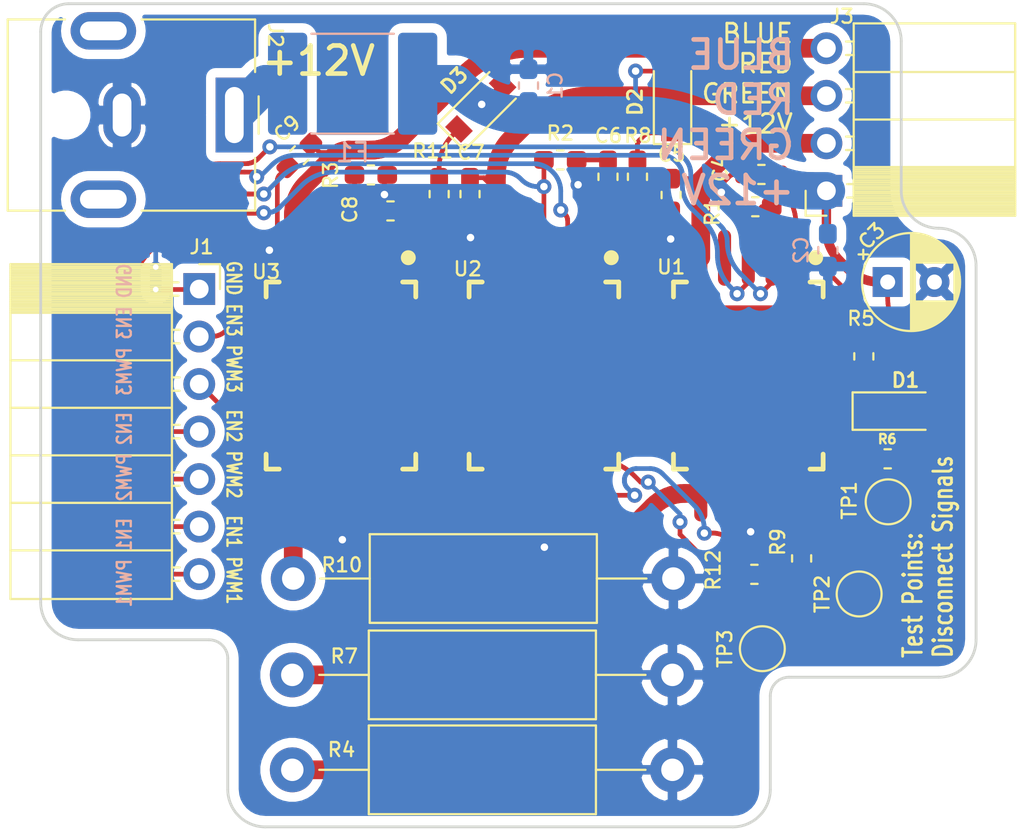
<source format=kicad_pcb>
(kicad_pcb (version 20171130) (host pcbnew "(5.1.8)-1")
  (layers (0 F.Cu signal) (31 B.Cu signal) (34 B.Paste user hide) (35 F.Paste user hide) (36 B.SilkS user hide) (37 F.SilkS user) (38 B.Mask user hide) (39 F.Mask user hide) (44 Edge.Cuts user hide))
  (net 0 "")
  (net 1 GND)
  (net 2 +12V)
  (net 3 "Net-(C4-Pad1)")
  (net 4 "/Driver Red/DRAIN")
  (net 5 "Net-(C6-Pad1)")
  (net 6 "/Driver Green/DRAIN")
  (net 7 "Net-(C8-Pad1)")
  (net 8 "/Driver Blue/DRAIN")
  (net 9 "/Driver Red/PWM")
  (net 10 "/Driver Red/Enable")
  (net 11 "/Driver Green/PWM")
  (net 12 "/Driver Green/Enable")
  (net 13 "/Driver Blue/PWM")
  (net 14 "/Driver Blue/Enable")
  (net 15 "Net-(J1-Pad1)")
  (net 16 "Net-(R4-Pad1)")
  (net 17 "Net-(R6-Pad2)")
  (net 18 "Net-(R7-Pad1)")
  (net 19 "Net-(R9-Pad2)")
  (net 20 "Net-(R10-Pad1)")
  (net 21 "Net-(R12-Pad2)")
  (net 22 "Net-(U1-Pad7)")
  (net 23 "Net-(U1-Pad4)")
  (net 24 "Net-(U2-Pad7)")
  (net 25 "Net-(U2-Pad4)")
  (net 26 "Net-(U3-Pad7)")
  (net 27 "Net-(U3-Pad4)")
  (net 28 "Net-(F1-Pad1)")
  (net 29 "Net-(D1-Pad1)")
  (net 30 "Net-(D2-Pad1)")
  (net 31 "Net-(D3-Pad1)")
  (module Diode_SMD:D_SOD-123 (layer F.Cu) (at 123.525 55.525 45)
    (fp_text reference D3 (at 0 -2.000001 45) (layer F.SilkS) (effects (font (size 0.75 0.75))))
    (fp_text value BAT46)
    (pad 2 smd rect (at 1.65 0 45) (size 0.9 1.2) (layers F.Cu F.Paste F.Mask) (net 2 +12V))
    (pad 1 smd rect (at -1.65 0 45) (size 0.9 1.2) (layers F.Cu F.Paste F.Mask) (net 31 "Net-(D3-Pad1)"))
  )
  (module Diode_SMD:D_SOD-123 (layer F.Cu) (at 133.775 55.25 90)
    (fp_text reference D2 (at 0 -2 90) (layer F.SilkS) (effects (font (size 0.75 0.75))))
    (fp_text value BAT46)
    (pad 2 smd rect (at 1.65 0 90) (size 0.9 1.2) (layers F.Cu F.Paste F.Mask) (net 2 +12V))
    (pad 1 smd rect (at -1.65 0 90) (size 0.9 1.2) (layers F.Cu F.Paste F.Mask) (net 30 "Net-(D2-Pad1)"))
  )
  (module Diode_SMD:D_SOD-123 (layer F.Cu) (at 145.65 71.775)
    (fp_text reference D1 (at 0.575 -1.65) (layer F.SilkS) (effects (font (size 0.75 0.75))))
    (fp_text value BAT46)
    (pad 2 smd rect (at 1.65 0) (size 0.9 1.2) (layers F.Cu F.Paste F.Mask) (net 2 +12V))
    (pad 1 smd rect (at -1.65 0) (size 0.9 1.2) (layers F.Cu F.Paste F.Mask) (net 29 "Net-(D1-Pad1)"))
  )
  (module Fuse:Fuse_2920_7451Metric_Pad2.10x5.45mm_HandSolder (layer B.Cu) (at 116.675 54.275)
    (fp_text reference F1 (at 0 3.68) (layer B.SilkS) (effects (justify mirror)))
    (fp_text value 3A)
    (pad 2 smd roundrect (at 3.475 0) (size 2.1 5.45) (layers B.Cu B.Paste B.Mask) (roundrect_rratio 0.119048) (net 2 +12V))
    (pad 1 smd roundrect (at -3.475 0) (size 2.1 5.45) (layers B.Cu B.Paste B.Mask) (roundrect_rratio 0.119048) (net 28 "Net-(F1-Pad1)"))
  )
  (module LEDStripBoard:POWERSO-10 (layer F.Cu) (at 116.05 69.875 180)
    (fp_text reference U3 (at 4 5.55 180) (layer F.SilkS) (effects (font (size 0.75 0.75) (thickness 0.125))))
    (fp_text value STCS2)
    (pad 10 smd oval (at -2.54 -6.3 270) (size 3 0.7) (layers F.Cu F.Paste F.Mask) (net 21 "Net-(R12-Pad2)"))
    (pad 9 smd oval (at -1.27 -6.3 270) (size 3 0.7) (layers F.Cu F.Paste F.Mask))
    (pad 8 smd oval (at 0 -6.3 270) (size 3 0.7) (layers F.Cu F.Paste F.Mask) (net 1 GND))
    (pad 7 smd oval (at 1.27 -6.3 270) (size 3 0.7) (layers F.Cu F.Paste F.Mask) (net 26 "Net-(U3-Pad7)"))
    (pad 6 smd oval (at 2.54 -6.3 270) (size 3 0.7) (layers F.Cu F.Paste F.Mask) (net 20 "Net-(R10-Pad1)"))
    (pad 5 smd oval (at 2.54 6.3 270) (size 3 0.7) (layers F.Cu F.Paste F.Mask) (net 8 "/Driver Blue/DRAIN"))
    (pad 4 smd oval (at 1.27 6.3 270) (size 3 0.7) (layers F.Cu F.Paste F.Mask) (net 27 "Net-(U3-Pad4)"))
    (pad 3 smd oval (at 0 6.3 270) (size 3 0.7) (layers F.Cu F.Paste F.Mask) (net 14 "/Driver Blue/Enable"))
    (pad 2 smd oval (at -1.27 6.3 270) (size 3 0.7) (layers F.Cu F.Paste F.Mask) (net 13 "/Driver Blue/PWM"))
    (pad 1 smd oval (at -2.54 6.3 270) (size 3 0.7) (layers F.Cu F.Paste F.Mask) (net 7 "Net-(C8-Pad1)"))
    (pad 0 smd rect (at 0 0 270) (size 7.5 9.6) (layers F.Cu F.Paste F.Mask))
  )
  (module LEDStripBoard:POWERSO-10 (layer F.Cu) (at 126.9 69.875 180)
    (fp_text reference U2 (at 4.075 5.7 180) (layer F.SilkS) (effects (font (size 0.75 0.75) (thickness 0.125))))
    (fp_text value STCS2)
    (pad 10 smd oval (at -2.54 -6.3 270) (size 3 0.7) (layers F.Cu F.Paste F.Mask) (net 19 "Net-(R9-Pad2)"))
    (pad 9 smd oval (at -1.27 -6.3 270) (size 3 0.7) (layers F.Cu F.Paste F.Mask))
    (pad 8 smd oval (at 0 -6.3 270) (size 3 0.7) (layers F.Cu F.Paste F.Mask) (net 1 GND))
    (pad 7 smd oval (at 1.27 -6.3 270) (size 3 0.7) (layers F.Cu F.Paste F.Mask) (net 24 "Net-(U2-Pad7)"))
    (pad 6 smd oval (at 2.54 -6.3 270) (size 3 0.7) (layers F.Cu F.Paste F.Mask) (net 18 "Net-(R7-Pad1)"))
    (pad 5 smd oval (at 2.54 6.3 270) (size 3 0.7) (layers F.Cu F.Paste F.Mask) (net 6 "/Driver Green/DRAIN"))
    (pad 4 smd oval (at 1.27 6.3 270) (size 3 0.7) (layers F.Cu F.Paste F.Mask) (net 25 "Net-(U2-Pad4)"))
    (pad 3 smd oval (at 0 6.3 270) (size 3 0.7) (layers F.Cu F.Paste F.Mask) (net 12 "/Driver Green/Enable"))
    (pad 2 smd oval (at -1.27 6.3 270) (size 3 0.7) (layers F.Cu F.Paste F.Mask) (net 11 "/Driver Green/PWM"))
    (pad 1 smd oval (at -2.54 6.3 270) (size 3 0.7) (layers F.Cu F.Paste F.Mask) (net 5 "Net-(C6-Pad1)"))
    (pad 0 smd rect (at 0 0 270) (size 7.5 9.6) (layers F.Cu F.Paste F.Mask))
  )
  (module LEDStripBoard:POWERSO-10 (layer F.Cu) (at 137.825 69.875 180)
    (fp_text reference U1 (at 4.125 5.8 180) (layer F.SilkS) (effects (font (size 0.75 0.75) (thickness 0.125))))
    (fp_text value STCS2)
    (pad 10 smd oval (at -2.54 -6.3 270) (size 3 0.7) (layers F.Cu F.Paste F.Mask) (net 17 "Net-(R6-Pad2)"))
    (pad 9 smd oval (at -1.27 -6.3 270) (size 3 0.7) (layers F.Cu F.Paste F.Mask))
    (pad 8 smd oval (at 0 -6.3 270) (size 3 0.7) (layers F.Cu F.Paste F.Mask) (net 1 GND))
    (pad 7 smd oval (at 1.27 -6.3 270) (size 3 0.7) (layers F.Cu F.Paste F.Mask) (net 22 "Net-(U1-Pad7)"))
    (pad 6 smd oval (at 2.54 -6.3 270) (size 3 0.7) (layers F.Cu F.Paste F.Mask) (net 16 "Net-(R4-Pad1)"))
    (pad 5 smd oval (at 2.54 6.3 270) (size 3 0.7) (layers F.Cu F.Paste F.Mask) (net 4 "/Driver Red/DRAIN"))
    (pad 4 smd oval (at 1.27 6.3 270) (size 3 0.7) (layers F.Cu F.Paste F.Mask) (net 23 "Net-(U1-Pad4)"))
    (pad 3 smd oval (at 0 6.3 270) (size 3 0.7) (layers F.Cu F.Paste F.Mask) (net 10 "/Driver Red/Enable"))
    (pad 2 smd oval (at -1.27 6.3 270) (size 3 0.7) (layers F.Cu F.Paste F.Mask) (net 9 "/Driver Red/PWM"))
    (pad 1 smd oval (at -2.54 6.3 270) (size 3 0.7) (layers F.Cu F.Paste F.Mask) (net 3 "Net-(C4-Pad1)"))
    (pad 0 smd rect (at 0 0 270) (size 7.5 9.6) (layers F.Cu F.Paste F.Mask))
  )
  (module TestPoint:TestPoint_Pad_D2.0mm (layer F.Cu) (at 138.575 84.475 90)
    (fp_text reference TP3 (at 0 -1.998 90) (layer F.SilkS) (effects (font (size 0.75 0.75) (thickness 0.125))))
    (fp_text value TestPoint)
    (pad 1 smd circle (at 0 0 90) (size 2 2) (layers F.Cu F.Mask) (net 21 "Net-(R12-Pad2)"))
  )
  (module TestPoint:TestPoint_Pad_D2.0mm (layer F.Cu) (at 143.75 81.55)
    (fp_text reference TP2 (at -1.975 0 90) (layer F.SilkS) (effects (font (size 0.75 0.75) (thickness 0.125))))
    (fp_text value TestPoint)
    (pad 1 smd circle (at 0 0) (size 2 2) (layers F.Cu F.Mask) (net 19 "Net-(R9-Pad2)"))
  )
  (module TestPoint:TestPoint_Pad_D2.0mm (layer F.Cu) (at 145.3 76.625)
    (fp_text reference TP1 (at -2.075 -0.075 90) (layer F.SilkS) (effects (font (size 0.75 0.75) (thickness 0.125))))
    (fp_text value TestPoint)
    (pad 1 smd circle (at 0 0) (size 2 2) (layers F.Cu F.Mask) (net 17 "Net-(R6-Pad2)"))
  )
  (module Resistor_SMD:R_0603_1608Metric_Pad1.05x0.95mm_HandSolder (layer F.Cu) (at 138.15 80.5 180)
    (fp_text reference R12 (at 2.2 0.225 90) (layer F.SilkS) (effects (font (size 0.75 0.75) (thickness 0.125))))
    (fp_text value 1k)
    (pad 2 smd roundrect (at 0.875 0 180) (size 1.05 0.95) (layers F.Cu F.Paste F.Mask) (net 21 "Net-(R12-Pad2)"))
    (pad 1 smd roundrect (at -0.875 0 180) (size 1.05 0.95) (layers F.Cu F.Paste F.Mask) (net 2 +12V))
  )
  (module Resistor_SMD:R_0603_1608Metric_Pad1.05x0.95mm_HandSolder (layer F.Cu) (at 121.3 60.175 270)
    (fp_text reference R11 (at -2.3 0.35 180) (layer F.SilkS) (effects (font (size 0.75 0.75) (thickness 0.125))))
    (fp_text value 100)
    (pad 2 smd roundrect (at 0.875 0 270) (size 1.05 0.95) (layers F.Cu F.Paste F.Mask) (net 7 "Net-(C8-Pad1)"))
    (pad 1 smd roundrect (at -0.875 0 270) (size 1.05 0.95) (layers F.Cu F.Paste F.Mask) (net 31 "Net-(D3-Pad1)"))
  )
  (module Resistor_THT:R_Axial_DIN0414_L11.9mm_D4.5mm_P20.32mm_Horizontal (layer F.Cu) (at 113.5 80.725)
    (fp_text reference R10 (at 2.6 -0.725 180) (layer F.SilkS) (effects (font (size 0.75 0.75) (thickness 0.125))))
    (fp_text value 0.1)
    (pad 2 thru_hole oval (at 20.32 0) (size 2.4 2.4) (drill 1.2) (layers *.Cu *.Mask) (net 1 GND))
    (pad 1 thru_hole circle (at 0 0) (size 2.4 2.4) (drill 1.2) (layers *.Cu *.Mask) (net 20 "Net-(R10-Pad1)"))
  )
  (module Resistor_SMD:R_0603_1608Metric_Pad1.05x0.95mm_HandSolder (layer F.Cu) (at 140.675 79.65 270)
    (fp_text reference R9 (at -0.875 1.275 90) (layer F.SilkS) (effects (font (size 0.75 0.75) (thickness 0.125))))
    (fp_text value 1k)
    (pad 2 smd roundrect (at 0.875 0 270) (size 1.05 0.95) (layers F.Cu F.Paste F.Mask) (net 19 "Net-(R9-Pad2)"))
    (pad 1 smd roundrect (at -0.875 0 270) (size 1.05 0.95) (layers F.Cu F.Paste F.Mask) (net 2 +12V))
  )
  (module Resistor_SMD:R_0603_1608Metric_Pad1.05x0.95mm_HandSolder (layer F.Cu) (at 131.9 59.25 270)
    (fp_text reference R8 (at -2.2 -0.025 180) (layer F.SilkS) (effects (font (size 0.75 0.75) (thickness 0.125))))
    (fp_text value 100)
    (pad 2 smd roundrect (at 0.875 0 270) (size 1.05 0.95) (layers F.Cu F.Paste F.Mask) (net 5 "Net-(C6-Pad1)"))
    (pad 1 smd roundrect (at -0.875 0 270) (size 1.05 0.95) (layers F.Cu F.Paste F.Mask) (net 30 "Net-(D2-Pad1)"))
  )
  (module Resistor_THT:R_Axial_DIN0414_L11.9mm_D4.5mm_P20.32mm_Horizontal (layer F.Cu) (at 113.45 85.875)
    (fp_text reference R7 (at 2.775 -1 180) (layer F.SilkS) (effects (font (size 0.75 0.75) (thickness 0.125))))
    (fp_text value 0.1)
    (pad 2 thru_hole oval (at 20.32 0) (size 2.4 2.4) (drill 1.2) (layers *.Cu *.Mask) (net 1 GND))
    (pad 1 thru_hole circle (at 0 0) (size 2.4 2.4) (drill 1.2) (layers *.Cu *.Mask) (net 18 "Net-(R7-Pad1)"))
  )
  (module Resistor_SMD:R_0603_1608Metric_Pad1.05x0.95mm_HandSolder (layer F.Cu) (at 145.275 74.325 180)
    (fp_text reference R6 (at 0.025 1.05) (layer F.SilkS) (effects (font (size 0.5 0.5) (thickness 0.125))))
    (fp_text value 1k)
    (pad 2 smd roundrect (at 0.875 0 180) (size 1.05 0.95) (layers F.Cu F.Paste F.Mask) (net 17 "Net-(R6-Pad2)"))
    (pad 1 smd roundrect (at -0.875 0 180) (size 1.05 0.95) (layers F.Cu F.Paste F.Mask) (net 2 +12V))
  )
  (module Resistor_SMD:R_0603_1608Metric_Pad1.05x0.95mm_HandSolder (layer F.Cu) (at 144 68.85 90)
    (fp_text reference R5 (at 2.025 -0.15 180) (layer F.SilkS) (effects (font (size 0.75 0.75) (thickness 0.125))))
    (fp_text value 100)
    (pad 2 smd roundrect (at 0.875 0 90) (size 1.05 0.95) (layers F.Cu F.Paste F.Mask) (net 3 "Net-(C4-Pad1)"))
    (pad 1 smd roundrect (at -0.875 0 90) (size 1.05 0.95) (layers F.Cu F.Paste F.Mask) (net 29 "Net-(D1-Pad1)"))
  )
  (module Resistor_THT:R_Axial_DIN0414_L11.9mm_D4.5mm_P20.32mm_Horizontal (layer F.Cu) (at 113.45 90.95)
    (fp_text reference R4 (at 2.625 -1.075 180) (layer F.SilkS) (effects (font (size 0.75 0.75) (thickness 0.125))))
    (fp_text value 0.1)
    (pad 2 thru_hole oval (at 20.32 0) (size 2.4 2.4) (drill 1.2) (layers *.Cu *.Mask) (net 1 GND))
    (pad 1 thru_hole circle (at 0 0) (size 2.4 2.4) (drill 1.2) (layers *.Cu *.Mask) (net 16 "Net-(R4-Pad1)"))
  )
  (module Resistor_SMD:R_0603_1608Metric_Pad1.05x0.95mm_HandSolder (layer F.Cu) (at 117.65 59.15)
    (fp_text reference R3 (at -2.15 0.025 90) (layer F.SilkS) (effects (font (size 0.75 0.75) (thickness 0.125))))
    (fp_text value 1k)
    (pad 2 smd roundrect (at 0.875 0) (size 1.05 0.95) (layers F.Cu F.Paste F.Mask) (net 1 GND))
    (pad 1 smd roundrect (at -0.875 0) (size 1.05 0.95) (layers F.Cu F.Paste F.Mask) (net 14 "/Driver Blue/Enable"))
  )
  (module Resistor_SMD:R_0603_1608Metric_Pad1.05x0.95mm_HandSolder (layer F.Cu) (at 127.775 58.35)
    (fp_text reference R2 (at 0 -1.43) (layer F.SilkS) (effects (font (size 0.75 0.75) (thickness 0.125))))
    (fp_text value 1k)
    (pad 2 smd roundrect (at 0.875 0) (size 1.05 0.95) (layers F.Cu F.Paste F.Mask) (net 1 GND))
    (pad 1 smd roundrect (at -0.875 0) (size 1.05 0.95) (layers F.Cu F.Paste F.Mask) (net 12 "/Driver Green/Enable"))
  )
  (module Resistor_SMD:R_0603_1608Metric_Pad1.05x0.95mm_HandSolder (layer F.Cu) (at 138.2 60.85 180)
    (fp_text reference R1 (at 2.3 -0.3 90) (layer F.SilkS) (effects (font (size 0.75 0.75) (thickness 0.125))))
    (fp_text value 1k)
    (pad 2 smd roundrect (at 0.875 0 180) (size 1.05 0.95) (layers F.Cu F.Paste F.Mask) (net 1 GND))
    (pad 1 smd roundrect (at -0.875 0 180) (size 1.05 0.95) (layers F.Cu F.Paste F.Mask) (net 10 "/Driver Red/Enable"))
  )
  (module NetTie:NetTie-2_THT_Pad0.3mm (layer B.Cu) (at 106.15 64.075 270)
    (fp_text reference NT1)
    (fp_text value Net-Tie_2)
    (fp_poly (pts (xy 0 0.3) (xy 1.2 0.3) (xy 1.2 -0.3) (xy 0 -0.3)) (layer B.Cu) (width 0))
    (fp_poly (pts (xy 0 0.3) (xy 1.2 0.3) (xy 1.2 -0.3) (xy 0 -0.3)) (layer F.Cu) (width 0))
    (pad 2 thru_hole circle (at 1.2 0 270) (size 0.6 0.6) (drill 0.3) (layers *.Cu) (net 15 "Net-(J1-Pad1)"))
    (pad 1 thru_hole circle (at 0 0 270) (size 0.6 0.6) (drill 0.3) (layers *.Cu) (net 1 GND))
  )
  (module Connector_PinSocket_2.54mm:PinSocket_1x04_P2.54mm_Horizontal (layer F.Cu) (at 142 60 180)
    (fp_text reference J3 (at -0.825 9.325 180) (layer F.SilkS) (effects (font (size 0.75 0.75) (thickness 0.125))))
    (fp_text value Conn_01x04)
    (pad 4 thru_hole oval (at 0 7.62 180) (size 1.7 1.7) (drill 1) (layers *.Cu *.Mask) (net 8 "/Driver Blue/DRAIN"))
    (pad 3 thru_hole oval (at 0 5.08 180) (size 1.7 1.7) (drill 1) (layers *.Cu *.Mask) (net 6 "/Driver Green/DRAIN"))
    (pad 2 thru_hole oval (at 0 2.54 180) (size 1.7 1.7) (drill 1) (layers *.Cu *.Mask) (net 4 "/Driver Red/DRAIN"))
    (pad 1 thru_hole rect (at 0 0 180) (size 1.7 1.7) (drill 1) (layers *.Cu *.Mask) (net 2 +12V))
  )
  (module Connector_BarrelJack:BarrelJack_CUI_PJ-063AH_Horizontal (layer F.Cu) (at 110.35 55.95 270)
    (fp_text reference J2 (at -4.25 -2.2 270 unlocked) (layer F.SilkS) (effects (font (size 0.75 0.75) (thickness 0.125))))
    (fp_text value Barrel_Jack)
    (pad "" np_thru_hole circle (at 0 9 270) (size 1.6 1.6) (drill 1.6) (layers *.Cu *.Mask))
    (pad MP thru_hole oval (at 4.5 7 270) (size 2 3.5) (drill oval 1 2.5) (layers *.Cu *.Mask))
    (pad MP thru_hole oval (at -4.5 7 270) (size 2 3.5) (drill oval 1 2.5) (layers *.Cu *.Mask))
    (pad 2 thru_hole oval (at 0 6 270) (size 3.3 2) (drill oval 2.3 1) (layers *.Cu *.Mask) (net 1 GND) (thermal_gap 0.2))
    (pad 1 thru_hole rect (at 0 0 270) (size 4 2) (drill oval 3 1) (layers *.Cu *.Mask) (net 28 "Net-(F1-Pad1)"))
  )
  (module Connector_PinSocket_2.54mm:PinSocket_1x07_P2.54mm_Horizontal (layer F.Cu) (at 108.475 65.25)
    (fp_text reference J1 (at 0.125 -2.25) (layer F.SilkS) (effects (font (size 0.75 0.75) (thickness 0.125))))
    (fp_text value Conn_01x07)
    (pad 7 thru_hole oval (at 0 15.24) (size 1.7 1.7) (drill 1) (layers *.Cu *.Mask) (net 9 "/Driver Red/PWM"))
    (pad 6 thru_hole oval (at 0 12.7) (size 1.7 1.7) (drill 1) (layers *.Cu *.Mask) (net 10 "/Driver Red/Enable"))
    (pad 5 thru_hole oval (at 0 10.16) (size 1.7 1.7) (drill 1) (layers *.Cu *.Mask) (net 11 "/Driver Green/PWM"))
    (pad 4 thru_hole oval (at 0 7.62) (size 1.7 1.7) (drill 1) (layers *.Cu *.Mask) (net 12 "/Driver Green/Enable"))
    (pad 3 thru_hole oval (at 0 5.08) (size 1.7 1.7) (drill 1) (layers *.Cu *.Mask) (net 13 "/Driver Blue/PWM"))
    (pad 2 thru_hole oval (at 0 2.54) (size 1.7 1.7) (drill 1) (layers *.Cu *.Mask) (net 14 "/Driver Blue/Enable"))
    (pad 1 thru_hole rect (at 0 0) (size 1.7 1.7) (drill 1) (layers *.Cu *.Mask) (net 15 "Net-(J1-Pad1)"))
  )
  (module Capacitor_SMD:C_0603_1608Metric_Pad1.05x0.95mm_HandSolder (layer F.Cu) (at 113.825 58.1 225)
    (fp_text reference C9 (at -0.548008 1.467247 45) (layer F.SilkS) (effects (font (size 0.75 0.75) (thickness 0.125))))
    (fp_text value 0.47uF)
    (pad 2 smd roundrect (at 0.875 0 225) (size 1.05 0.95) (layers F.Cu F.Paste F.Mask) (net 1 GND))
    (pad 1 smd roundrect (at -0.875 0 225) (size 1.05 0.95) (layers F.Cu F.Paste F.Mask) (net 8 "/Driver Blue/DRAIN"))
  )
  (module Capacitor_SMD:C_0603_1608Metric_Pad1.05x0.95mm_HandSolder (layer F.Cu) (at 118.7 61.075 180)
    (fp_text reference C8 (at 2.175 0.075 90) (layer F.SilkS) (effects (font (size 0.75 0.75) (thickness 0.125))))
    (fp_text value 0.1uF)
    (pad 2 smd roundrect (at 0.875 0 180) (size 1.05 0.95) (layers F.Cu F.Paste F.Mask) (net 1 GND))
    (pad 1 smd roundrect (at -0.875 0 180) (size 1.05 0.95) (layers F.Cu F.Paste F.Mask) (net 7 "Net-(C8-Pad1)"))
  )
  (module Capacitor_SMD:C_0603_1608Metric_Pad1.05x0.95mm_HandSolder (layer F.Cu) (at 122.95 60.175 270)
    (fp_text reference C7 (at -2.225 -0.05 180) (layer F.SilkS) (effects (font (size 0.75 0.75) (thickness 0.125))))
    (fp_text value 0.47uF)
    (pad 2 smd roundrect (at 0.875 0 270) (size 1.05 0.95) (layers F.Cu F.Paste F.Mask) (net 1 GND))
    (pad 1 smd roundrect (at -0.875 0 270) (size 1.05 0.95) (layers F.Cu F.Paste F.Mask) (net 6 "/Driver Green/DRAIN"))
  )
  (module Capacitor_SMD:C_0603_1608Metric_Pad1.05x0.95mm_HandSolder (layer F.Cu) (at 130.325 59.25 90)
    (fp_text reference C6 (at 2.2 0.025 180) (layer F.SilkS) (effects (font (size 0.75 0.75) (thickness 0.125))))
    (fp_text value 0.1uF)
    (pad 2 smd roundrect (at 0.875 0 90) (size 1.05 0.95) (layers F.Cu F.Paste F.Mask) (net 1 GND))
    (pad 1 smd roundrect (at -0.875 0 90) (size 1.05 0.95) (layers F.Cu F.Paste F.Mask) (net 5 "Net-(C6-Pad1)"))
  )
  (module Capacitor_SMD:C_0603_1608Metric_Pad1.05x0.95mm_HandSolder (layer F.Cu) (at 133.7 60.225 270)
    (fp_text reference C5 (at -2.175 -0.025 180) (layer F.SilkS) (effects (font (size 0.75 0.75) (thickness 0.125))))
    (fp_text value 0.47uF)
    (pad 2 smd roundrect (at 0.875 0 270) (size 1.05 0.95) (layers F.Cu F.Paste F.Mask) (net 1 GND))
    (pad 1 smd roundrect (at -0.875 0 270) (size 1.05 0.95) (layers F.Cu F.Paste F.Mask) (net 4 "/Driver Red/DRAIN"))
  )
  (module Capacitor_SMD:C_0603_1608Metric_Pad1.05x0.95mm_HandSolder (layer F.Cu) (at 138.525 59.125 180)
    (fp_text reference C4 (at 2.2 0.325 90) (layer F.SilkS) (effects (font (size 0.75 0.75) (thickness 0.125))))
    (fp_text value 0.1uF)
    (pad 2 smd roundrect (at 0.875 0 180) (size 1.05 0.95) (layers F.Cu F.Paste F.Mask) (net 1 GND))
    (pad 1 smd roundrect (at -0.875 0 180) (size 1.05 0.95) (layers F.Cu F.Paste F.Mask) (net 3 "Net-(C4-Pad1)"))
  )
  (module Capacitor_THT:CP_Radial_D5.0mm_P2.50mm (layer F.Cu) (at 145.275 64.875)
    (fp_text reference C3 (at -0.85 -2.45 45) (layer F.SilkS) (effects (font (size 0.75 0.75) (thickness 0.125))))
    (fp_text value CP1)
    (pad 2 thru_hole circle (at 2.5 0) (size 1.6 1.6) (drill 0.8) (layers *.Cu *.Mask) (net 1 GND))
    (pad 1 thru_hole rect (at 0 0) (size 1.6 1.6) (drill 0.8) (layers *.Cu *.Mask) (net 2 +12V))
  )
  (module Capacitor_SMD:C_0603_1608Metric_Pad1.05x0.95mm_HandSolder (layer B.Cu) (at 142.075 63.175 270)
    (fp_text reference C2 (at 0 1.43 90) (layer B.SilkS) (effects (font (size 0.75 0.75) (thickness 0.125)) (justify mirror)))
    (fp_text value 1uF)
    (pad 2 smd roundrect (at 0.875 0 270) (size 1.05 0.95) (layers B.Cu B.Paste B.Mask) (net 1 GND))
    (pad 1 smd roundrect (at -0.875 0 270) (size 1.05 0.95) (layers B.Cu B.Paste B.Mask) (net 2 +12V))
  )
  (module Capacitor_SMD:C_0603_1608Metric_Pad1.05x0.95mm_HandSolder (layer B.Cu) (at 126.075 54.375 90)
    (fp_text reference C1 (at 0 1.43 90) (layer B.SilkS) (effects (font (size 0.75 0.75) (thickness 0.125)) (justify mirror)))
    (fp_text value 0.1uF)
    (pad 2 smd roundrect (at 0.875 0 90) (size 1.05 0.95) (layers B.Cu B.Paste B.Mask) (net 1 GND))
    (pad 1 smd roundrect (at -0.875 0 90) (size 1.05 0.95) (layers B.Cu B.Paste B.Mask) (net 2 +12V))
  )
  (gr_text +12V (at 114.85 53.05) (layer F.SilkS) (effects (font (size 1.5 1.5) (thickness 0.25))))
  (gr_text "GND EN3 PWM3  EN2 PWM2  EN1 PWM1" (at 104.475 73.075 90) (layer B.SilkS) (effects (font (size 0.75 0.6) (thickness 0.125)) (justify mirror)))
  (gr_text "GND EN3 PWM3  EN2 PWM2  EN1 PWM1" (at 110.325 72.925 270) (layer F.SilkS) (effects (font (size 0.75 0.6) (thickness 0.125))))
  (gr_text "BLUE\nRED\nGREEN\n+12V" (at 140.425 56.35) (layer B.SilkS) (effects (font (size 1.5 1.5) (thickness 0.25)) (justify left mirror)))
  (gr_text "BLUE\nRED\nGREEN\n+12V" (at 140.3 54) (layer F.SilkS) (effects (font (size 1 1)) (justify right)))
  (gr_text "Test Points:\nDisconnect Signals" (at 147.425 85.05 90) (layer F.SilkS) (effects (font (size 1 0.75)) (justify left)))
  (gr_arc (start 109 85) (end 109 84) (angle 90) (layer Edge.Cuts) (width 0.15))
  (gr_line (start 110 92) (end 110 85) (layer Edge.Cuts) (width 0.15))
  (gr_line (start 102 84) (end 109 84) (layer Edge.Cuts) (width 0.15))
  (gr_arc (start 102 82) (end 100 82) (angle -90) (layer Edge.Cuts) (width 0.15))
  (gr_arc (start 112 92) (end 112 94) (angle 90) (layer Edge.Cuts) (width 0.15))
  (gr_arc (start 137 92) (end 139 92) (angle 90) (layer Edge.Cuts) (width 0.15))
  (gr_line (start 139 87) (end 139 92) (layer Edge.Cuts) (width 0.15))
  (gr_arc (start 140 87) (end 140 86) (angle -90) (layer Edge.Cuts) (width 0.15))
  (gr_line (start 148 86) (end 140 86) (layer Edge.Cuts) (width 0.15))
  (gr_arc (start 148 84) (end 150 84) (angle 90) (layer Edge.Cuts) (width 0.15))
  (gr_arc (start 148 64) (end 148 62) (angle 90) (layer Edge.Cuts) (width 0.15))
  (gr_arc (start 148 60) (end 146 60) (angle -90) (layer Edge.Cuts) (width 0.15))
  (gr_arc (start 144 52) (end 144 50) (angle 90) (layer Edge.Cuts) (width 0.15))
  (gr_arc (start 101.5 51.5) (end 100 51.5) (angle 90) (layer Edge.Cuts) (width 0.15))
  (gr_line (start 137 94) (end 112 94) (layer Edge.Cuts) (width 0.15))
  (gr_line (start 100 51.5) (end 100 82) (layer Edge.Cuts) (width 0.15))
  (gr_line (start 150 64) (end 150 84) (layer Edge.Cuts) (width 0.15))
  (gr_line (start 146 52) (end 146 60) (layer Edge.Cuts) (width 0.15))
  (gr_line (start 101.5 50) (end 144 50) (layer Edge.Cuts) (width 0.15))
  (via (at 136.385 60.077818) (size 0.8) (drill 0.4) (layers F.Cu B.Cu) (net 1))
  (via (at 118.375 60.2) (size 0.8) (drill 0.4) (layers F.Cu B.Cu) (net 1))
  (segment (start 117.825 60.75) (end 118.375 60.2) (width 0.25) (layer F.Cu) (net 1))
  (segment (start 117.825 61.075) (end 117.825 60.75) (width 0.25) (layer F.Cu) (net 1))
  (segment (start 118.375 59.3) (end 118.525 59.15) (width 0.25) (layer F.Cu) (net 1))
  (segment (start 118.375 60.2) (end 118.375 59.3) (width 0.25) (layer F.Cu) (net 1))
  (segment (start 122.95 62.475) (end 122.975 62.5) (width 0.25) (layer F.Cu) (net 1))
  (via (at 122.975 62.5) (size 0.8) (drill 0.4) (layers F.Cu B.Cu) (net 1))
  (segment (start 122.95 61.05) (end 122.95 62.475) (width 0.25) (layer F.Cu) (net 1))
  (segment (start 130.3 58.35) (end 130.325 58.375) (width 0.25) (layer F.Cu) (net 1))
  (segment (start 128.65 58.35) (end 130.3 58.35) (width 0.25) (layer F.Cu) (net 1))
  (segment (start 128.65 59.6) (end 128.725 59.675) (width 0.25) (layer F.Cu) (net 1))
  (via (at 128.725 59.675) (size 0.8) (drill 0.4) (layers F.Cu B.Cu) (net 1))
  (segment (start 128.65 58.35) (end 128.65 59.6) (width 0.25) (layer F.Cu) (net 1))
  (via (at 133.675 62.575) (size 0.8) (drill 0.4) (layers F.Cu B.Cu) (net 1))
  (segment (start 133.7 62.55) (end 133.675 62.575) (width 0.25) (layer F.Cu) (net 1))
  (segment (start 133.7 61.1) (end 133.7 62.55) (width 0.25) (layer F.Cu) (net 1))
  (via (at 116.125 78.65) (size 0.8) (drill 0.4) (layers F.Cu B.Cu) (net 1))
  (segment (start 116.05 78.575) (end 116.125 78.65) (width 0.25) (layer F.Cu) (net 1))
  (segment (start 116.05 76.175) (end 116.05 78.575) (width 0.25) (layer F.Cu) (net 1))
  (via (at 126.925 79.05) (size 0.8) (drill 0.4) (layers F.Cu B.Cu) (net 1))
  (segment (start 126.9 79.025) (end 126.925 79.05) (width 0.25) (layer F.Cu) (net 1))
  (segment (start 126.9 76.175) (end 126.9 79.025) (width 0.25) (layer F.Cu) (net 1))
  (via (at 112.225 63.175) (size 0.8) (drill 0.4) (layers F.Cu B.Cu) (net 1))
  (segment (start 106.15 64.075) (end 106.15 59.175) (width 0.25) (layer B.Cu) (net 1))
  (segment (start 104.35 57.375) (end 104.35 55.95) (width 0.25) (layer B.Cu) (net 1))
  (segment (start 106.15 59.175) (end 104.35 57.375) (width 0.25) (layer B.Cu) (net 1))
  (via (at 137.95 78.225) (size 0.8) (drill 0.4) (layers F.Cu B.Cu) (net 1))
  (segment (start 137.825 78.1) (end 137.95 78.225) (width 0.25) (layer F.Cu) (net 1))
  (segment (start 137.825 76.175) (end 137.825 78.1) (width 0.25) (layer F.Cu) (net 1))
  (segment (start 136.775 60.85) (end 137.325 60.85) (width 0.25) (layer F.Cu) (net 1))
  (segment (start 136.775 60.85) (end 136.763153 60.849709) (width 0.25) (layer F.Cu) (net 1))
  (segment (start 136.763153 60.849709) (end 136.751336 60.848837) (width 0.25) (layer F.Cu) (net 1))
  (segment (start 136.751336 60.848837) (end 136.739576 60.847386) (width 0.25) (layer F.Cu) (net 1))
  (segment (start 136.739576 60.847386) (end 136.7279 60.845361) (width 0.25) (layer F.Cu) (net 1))
  (segment (start 136.7279 60.845361) (end 136.716339 60.842764) (width 0.25) (layer F.Cu) (net 1))
  (segment (start 136.716339 60.842764) (end 136.704918 60.839604) (width 0.25) (layer F.Cu) (net 1))
  (segment (start 136.704918 60.839604) (end 136.693667 60.835887) (width 0.25) (layer F.Cu) (net 1))
  (segment (start 136.693667 60.835887) (end 136.682611 60.831622) (width 0.25) (layer F.Cu) (net 1))
  (segment (start 136.682611 60.831622) (end 136.671778 60.82682) (width 0.25) (layer F.Cu) (net 1))
  (segment (start 136.671778 60.82682) (end 136.661194 60.821493) (width 0.25) (layer F.Cu) (net 1))
  (segment (start 136.661194 60.821493) (end 136.650884 60.815652) (width 0.25) (layer F.Cu) (net 1))
  (segment (start 136.650884 60.815652) (end 136.640873 60.809313) (width 0.25) (layer F.Cu) (net 1))
  (segment (start 136.640873 60.809313) (end 136.631185 60.802489) (width 0.25) (layer F.Cu) (net 1))
  (segment (start 136.631185 60.802489) (end 136.621843 60.795199) (width 0.25) (layer F.Cu) (net 1))
  (segment (start 136.621843 60.795199) (end 136.61287 60.787459) (width 0.25) (layer F.Cu) (net 1))
  (segment (start 136.61287 60.787459) (end 136.604289 60.779289) (width 0.25) (layer F.Cu) (net 1))
  (segment (start 136.385 60.46) (end 136.385 60.077818) (width 0.25) (layer F.Cu) (net 1))
  (segment (start 136.385 60.46) (end 136.38529 60.471845) (width 0.25) (layer F.Cu) (net 1))
  (segment (start 136.38529 60.471845) (end 136.386162 60.483663) (width 0.25) (layer F.Cu) (net 1))
  (segment (start 136.386162 60.483663) (end 136.387613 60.495423) (width 0.25) (layer F.Cu) (net 1))
  (segment (start 136.387613 60.495423) (end 136.389638 60.507098) (width 0.25) (layer F.Cu) (net 1))
  (segment (start 136.389638 60.507098) (end 136.392235 60.51866) (width 0.25) (layer F.Cu) (net 1))
  (segment (start 136.392235 60.51866) (end 136.395395 60.53008) (width 0.25) (layer F.Cu) (net 1))
  (segment (start 136.395395 60.53008) (end 136.399112 60.541331) (width 0.25) (layer F.Cu) (net 1))
  (segment (start 136.399112 60.541331) (end 136.403377 60.552387) (width 0.25) (layer F.Cu) (net 1))
  (segment (start 136.403377 60.552387) (end 136.408178 60.56322) (width 0.25) (layer F.Cu) (net 1))
  (segment (start 136.408178 60.56322) (end 136.413506 60.573804) (width 0.25) (layer F.Cu) (net 1))
  (segment (start 136.413506 60.573804) (end 136.419347 60.584114) (width 0.25) (layer F.Cu) (net 1))
  (segment (start 136.419347 60.584114) (end 136.425686 60.594125) (width 0.25) (layer F.Cu) (net 1))
  (segment (start 136.425686 60.594125) (end 136.432509 60.603813) (width 0.25) (layer F.Cu) (net 1))
  (segment (start 136.432509 60.603813) (end 136.439799 60.613155) (width 0.25) (layer F.Cu) (net 1))
  (segment (start 136.439799 60.613155) (end 136.447539 60.622127) (width 0.25) (layer F.Cu) (net 1))
  (segment (start 136.447539 60.622127) (end 136.45571 60.63071) (width 0.25) (layer F.Cu) (net 1))
  (segment (start 136.45571 60.63071) (end 136.604289 60.779289) (width 0.25) (layer F.Cu) (net 1))
  (segment (start 136.385 59.765) (end 136.385 60.077818) (width 0.25) (layer F.Cu) (net 1))
  (segment (start 136.385 59.765) (end 136.38529 59.753154) (width 0.25) (layer F.Cu) (net 1))
  (segment (start 136.38529 59.753154) (end 136.386162 59.741336) (width 0.25) (layer F.Cu) (net 1))
  (segment (start 136.386162 59.741336) (end 136.387612 59.729576) (width 0.25) (layer F.Cu) (net 1))
  (segment (start 136.387612 59.729576) (end 136.389638 59.7179) (width 0.25) (layer F.Cu) (net 1))
  (segment (start 136.389638 59.7179) (end 136.392234 59.706339) (width 0.25) (layer F.Cu) (net 1))
  (segment (start 136.392234 59.706339) (end 136.395395 59.694918) (width 0.25) (layer F.Cu) (net 1))
  (segment (start 136.395395 59.694918) (end 136.399112 59.683667) (width 0.25) (layer F.Cu) (net 1))
  (segment (start 136.399112 59.683667) (end 136.403376 59.672611) (width 0.25) (layer F.Cu) (net 1))
  (segment (start 136.403376 59.672611) (end 136.408178 59.661778) (width 0.25) (layer F.Cu) (net 1))
  (segment (start 136.408178 59.661778) (end 136.413506 59.651194) (width 0.25) (layer F.Cu) (net 1))
  (segment (start 136.413506 59.651194) (end 136.419346 59.640884) (width 0.25) (layer F.Cu) (net 1))
  (segment (start 136.419346 59.640884) (end 136.425686 59.630873) (width 0.25) (layer F.Cu) (net 1))
  (segment (start 136.425686 59.630873) (end 136.432509 59.621185) (width 0.25) (layer F.Cu) (net 1))
  (segment (start 136.432509 59.621185) (end 136.439799 59.611843) (width 0.25) (layer F.Cu) (net 1))
  (segment (start 136.439799 59.611843) (end 136.447539 59.60287) (width 0.25) (layer F.Cu) (net 1))
  (segment (start 136.447539 59.60287) (end 136.45571 59.594289) (width 0.25) (layer F.Cu) (net 1))
  (segment (start 137.025 59.125) (end 137.65 59.125) (width 0.25) (layer F.Cu) (net 1))
  (segment (start 137.025 59.125) (end 137.013154 59.12529) (width 0.25) (layer F.Cu) (net 1))
  (segment (start 137.013154 59.12529) (end 137.001336 59.126162) (width 0.25) (layer F.Cu) (net 1))
  (segment (start 137.001336 59.126162) (end 136.989576 59.127612) (width 0.25) (layer F.Cu) (net 1))
  (segment (start 136.989576 59.127612) (end 136.9779 59.129638) (width 0.25) (layer F.Cu) (net 1))
  (segment (start 136.9779 59.129638) (end 136.966339 59.132234) (width 0.25) (layer F.Cu) (net 1))
  (segment (start 136.966339 59.132234) (end 136.954918 59.135395) (width 0.25) (layer F.Cu) (net 1))
  (segment (start 136.954918 59.135395) (end 136.943667 59.139112) (width 0.25) (layer F.Cu) (net 1))
  (segment (start 136.943667 59.139112) (end 136.932611 59.143376) (width 0.25) (layer F.Cu) (net 1))
  (segment (start 136.932611 59.143376) (end 136.921778 59.148178) (width 0.25) (layer F.Cu) (net 1))
  (segment (start 136.921778 59.148178) (end 136.911194 59.153506) (width 0.25) (layer F.Cu) (net 1))
  (segment (start 136.911194 59.153506) (end 136.900884 59.159346) (width 0.25) (layer F.Cu) (net 1))
  (segment (start 136.900884 59.159346) (end 136.890873 59.165686) (width 0.25) (layer F.Cu) (net 1))
  (segment (start 136.890873 59.165686) (end 136.881185 59.172509) (width 0.25) (layer F.Cu) (net 1))
  (segment (start 136.881185 59.172509) (end 136.871843 59.179799) (width 0.25) (layer F.Cu) (net 1))
  (segment (start 136.871843 59.179799) (end 136.86287 59.187539) (width 0.25) (layer F.Cu) (net 1))
  (segment (start 136.86287 59.187539) (end 136.854289 59.19571) (width 0.25) (layer F.Cu) (net 1))
  (segment (start 136.854289 59.19571) (end 136.45571 59.594289) (width 0.25) (layer F.Cu) (net 1))
  (segment (start 112.473223 62.926776) (end 112.225 63.175) (width 0.25) (layer F.Cu) (net 1))
  (segment (start 112.473223 62.926776) (end 112.493649 62.90532) (width 0.25) (layer F.Cu) (net 1))
  (segment (start 112.493649 62.90532) (end 112.512999 62.882889) (width 0.25) (layer F.Cu) (net 1))
  (segment (start 112.512999 62.882889) (end 112.531224 62.859535) (width 0.25) (layer F.Cu) (net 1))
  (segment (start 112.531224 62.859535) (end 112.548282 62.835315) (width 0.25) (layer F.Cu) (net 1))
  (segment (start 112.548282 62.835315) (end 112.564131 62.810287) (width 0.25) (layer F.Cu) (net 1))
  (segment (start 112.564131 62.810287) (end 112.578732 62.784512) (width 0.25) (layer F.Cu) (net 1))
  (segment (start 112.578732 62.784512) (end 112.592052 62.758051) (width 0.25) (layer F.Cu) (net 1))
  (segment (start 112.592052 62.758051) (end 112.604056 62.730969) (width 0.25) (layer F.Cu) (net 1))
  (segment (start 112.604056 62.730969) (end 112.614718 62.70333) (width 0.25) (layer F.Cu) (net 1))
  (segment (start 112.614718 62.70333) (end 112.62401 62.675202) (width 0.25) (layer F.Cu) (net 1))
  (segment (start 112.62401 62.675202) (end 112.631911 62.646651) (width 0.25) (layer F.Cu) (net 1))
  (segment (start 112.631911 62.646651) (end 112.638402 62.617747) (width 0.25) (layer F.Cu) (net 1))
  (segment (start 112.638402 62.617747) (end 112.643467 62.588559) (width 0.25) (layer F.Cu) (net 1))
  (segment (start 112.643467 62.588559) (end 112.647093 62.559158) (width 0.25) (layer F.Cu) (net 1))
  (segment (start 112.647093 62.559158) (end 112.649272 62.529614) (width 0.25) (layer F.Cu) (net 1))
  (segment (start 112.649272 62.529614) (end 112.65 62.5) (width 0.25) (layer F.Cu) (net 1))
  (segment (start 112.791421 59.133578) (end 113.206282 58.718718) (width 0.25) (layer F.Cu) (net 1))
  (segment (start 112.791421 59.133578) (end 112.775079 59.150741) (width 0.25) (layer F.Cu) (net 1))
  (segment (start 112.775079 59.150741) (end 112.759599 59.168687) (width 0.25) (layer F.Cu) (net 1))
  (segment (start 112.759599 59.168687) (end 112.745019 59.18737) (width 0.25) (layer F.Cu) (net 1))
  (segment (start 112.745019 59.18737) (end 112.731373 59.206746) (width 0.25) (layer F.Cu) (net 1))
  (segment (start 112.731373 59.206746) (end 112.718694 59.226768) (width 0.25) (layer F.Cu) (net 1))
  (segment (start 112.718694 59.226768) (end 112.707013 59.247389) (width 0.25) (layer F.Cu) (net 1))
  (segment (start 112.707013 59.247389) (end 112.696357 59.268557) (width 0.25) (layer F.Cu) (net 1))
  (segment (start 112.696357 59.268557) (end 112.686753 59.290223) (width 0.25) (layer F.Cu) (net 1))
  (segment (start 112.686753 59.290223) (end 112.678224 59.312334) (width 0.25) (layer F.Cu) (net 1))
  (segment (start 112.678224 59.312334) (end 112.67079 59.334837) (width 0.25) (layer F.Cu) (net 1))
  (segment (start 112.67079 59.334837) (end 112.664469 59.357678) (width 0.25) (layer F.Cu) (net 1))
  (segment (start 112.664469 59.357678) (end 112.659277 59.380801) (width 0.25) (layer F.Cu) (net 1))
  (segment (start 112.659277 59.380801) (end 112.655225 59.404152) (width 0.25) (layer F.Cu) (net 1))
  (segment (start 112.655225 59.404152) (end 112.652324 59.427673) (width 0.25) (layer F.Cu) (net 1))
  (segment (start 112.652324 59.427673) (end 112.650581 59.451307) (width 0.25) (layer F.Cu) (net 1))
  (segment (start 112.650581 59.451307) (end 112.65 59.475) (width 0.25) (layer F.Cu) (net 1))
  (segment (start 112.65 59.475) (end 112.65 62.5) (width 0.25) (layer F.Cu) (net 1))
  (segment (start 142 62.225) (end 142.075 62.3) (width 0.25) (layer B.Cu) (net 2))
  (segment (start 142 60) (end 142 62.225) (width 0.25) (layer B.Cu) (net 2))
  (segment (start 120.15 54.275) (end 122.175 54.275) (width 2) (layer B.Cu) (net 2))
  (segment (start 139.025 79.5) (end 139.025 80.525) (width 0.25) (layer F.Cu) (net 2))
  (segment (start 139.025 79.5) (end 139.025871 79.464461) (width 0.25) (layer F.Cu) (net 2))
  (segment (start 139.025871 79.464461) (end 139.028487 79.429009) (width 0.25) (layer F.Cu) (net 2))
  (segment (start 139.028487 79.429009) (end 139.032838 79.393728) (width 0.25) (layer F.Cu) (net 2))
  (segment (start 139.032838 79.393728) (end 139.038916 79.358702) (width 0.25) (layer F.Cu) (net 2))
  (segment (start 139.038916 79.358702) (end 139.046704 79.324017) (width 0.25) (layer F.Cu) (net 2))
  (segment (start 139.046704 79.324017) (end 139.056186 79.289756) (width 0.25) (layer F.Cu) (net 2))
  (segment (start 139.056186 79.289756) (end 139.067337 79.256002) (width 0.25) (layer F.Cu) (net 2))
  (segment (start 139.067337 79.256002) (end 139.08013 79.222835) (width 0.25) (layer F.Cu) (net 2))
  (segment (start 139.08013 79.222835) (end 139.094536 79.190336) (width 0.25) (layer F.Cu) (net 2))
  (segment (start 139.094536 79.190336) (end 139.110519 79.158583) (width 0.25) (layer F.Cu) (net 2))
  (segment (start 139.110519 79.158583) (end 139.128041 79.127652) (width 0.25) (layer F.Cu) (net 2))
  (segment (start 139.128041 79.127652) (end 139.14706 79.097619) (width 0.25) (layer F.Cu) (net 2))
  (segment (start 139.14706 79.097619) (end 139.167529 79.068555) (width 0.25) (layer F.Cu) (net 2))
  (segment (start 139.167529 79.068555) (end 139.189399 79.04053) (width 0.25) (layer F.Cu) (net 2))
  (segment (start 139.189399 79.04053) (end 139.212619 79.013612) (width 0.25) (layer F.Cu) (net 2))
  (segment (start 139.212619 79.013612) (end 139.237132 78.987867) (width 0.25) (layer F.Cu) (net 2))
  (segment (start 139.75 78.775) (end 140.675 78.775) (width 0.25) (layer F.Cu) (net 2))
  (segment (start 139.75 78.775) (end 139.714461 78.775871) (width 0.25) (layer F.Cu) (net 2))
  (segment (start 139.714461 78.775871) (end 139.679009 78.778486) (width 0.25) (layer F.Cu) (net 2))
  (segment (start 139.679009 78.778486) (end 139.643728 78.782838) (width 0.25) (layer F.Cu) (net 2))
  (segment (start 139.643728 78.782838) (end 139.608702 78.788915) (width 0.25) (layer F.Cu) (net 2))
  (segment (start 139.608702 78.788915) (end 139.574017 78.796704) (width 0.25) (layer F.Cu) (net 2))
  (segment (start 139.574017 78.796704) (end 139.539756 78.806185) (width 0.25) (layer F.Cu) (net 2))
  (segment (start 139.539756 78.806185) (end 139.506002 78.817336) (width 0.25) (layer F.Cu) (net 2))
  (segment (start 139.506002 78.817336) (end 139.472835 78.83013) (width 0.25) (layer F.Cu) (net 2))
  (segment (start 139.472835 78.83013) (end 139.440336 78.844536) (width 0.25) (layer F.Cu) (net 2))
  (segment (start 139.440336 78.844536) (end 139.408583 78.860519) (width 0.25) (layer F.Cu) (net 2))
  (segment (start 139.408583 78.860519) (end 139.377653 78.87804) (width 0.25) (layer F.Cu) (net 2))
  (segment (start 139.377653 78.87804) (end 139.347619 78.897059) (width 0.25) (layer F.Cu) (net 2))
  (segment (start 139.347619 78.897059) (end 139.318555 78.917528) (width 0.25) (layer F.Cu) (net 2))
  (segment (start 139.318555 78.917528) (end 139.29053 78.939399) (width 0.25) (layer F.Cu) (net 2))
  (segment (start 139.29053 78.939399) (end 139.263612 78.962618) (width 0.25) (layer F.Cu) (net 2))
  (segment (start 139.263612 78.962618) (end 139.237867 78.987131) (width 0.25) (layer F.Cu) (net 2))
  (segment (start 139.237867 78.987131) (end 139.237132 78.987867) (width 0.25) (layer F.Cu) (net 2))
  (segment (start 141.75 78.75) (end 141.075 78.75) (width 0.25) (layer F.Cu) (net 2))
  (segment (start 146.075 78.75) (end 141.75 78.75) (width 0.25) (layer F.Cu) (net 2))
  (segment (start 146.146075 78.748254) (end 146.075 78.75) (width 0.25) (layer F.Cu) (net 2))
  (segment (start 146.21698 78.743024) (end 146.146075 78.748254) (width 0.25) (layer F.Cu) (net 2))
  (segment (start 146.287543 78.734321) (end 146.21698 78.743024) (width 0.25) (layer F.Cu) (net 2))
  (segment (start 146.357593 78.722166) (end 146.287543 78.734321) (width 0.25) (layer F.Cu) (net 2))
  (segment (start 146.426963 78.706588) (end 146.357593 78.722166) (width 0.25) (layer F.Cu) (net 2))
  (segment (start 146.495485 78.687626) (end 146.426963 78.706588) (width 0.25) (layer F.Cu) (net 2))
  (segment (start 146.562994 78.665324) (end 146.495485 78.687626) (width 0.25) (layer F.Cu) (net 2))
  (segment (start 147.539736 77.729327) (end 147.510924 77.794324) (width 0.25) (layer F.Cu) (net 2))
  (segment (start 147.587625 77.595485) (end 147.565323 77.662993) (width 0.25) (layer F.Cu) (net 2))
  (segment (start 147.510924 77.794324) (end 147.478958 77.85783) (width 0.25) (layer F.Cu) (net 2))
  (segment (start 147.634321 77.387543) (end 147.622166 77.457593) (width 0.25) (layer F.Cu) (net 2))
  (segment (start 147.622166 77.457593) (end 147.606588 77.526963) (width 0.25) (layer F.Cu) (net 2))
  (segment (start 146.629327 78.639736) (end 146.562994 78.665324) (width 0.25) (layer F.Cu) (net 2))
  (segment (start 147.648254 77.246075) (end 147.643024 77.31698) (width 0.25) (layer F.Cu) (net 2))
  (segment (start 147.65 77.175) (end 147.648254 77.246075) (width 0.25) (layer F.Cu) (net 2))
  (segment (start 147.443914 77.919691) (end 147.405877 77.979758) (width 0.25) (layer F.Cu) (net 2))
  (segment (start 147.606588 77.526963) (end 147.587625 77.595485) (width 0.25) (layer F.Cu) (net 2))
  (segment (start 146.993936 78.421198) (end 146.937887 78.464939) (width 0.25) (layer F.Cu) (net 2))
  (segment (start 147.478958 77.85783) (end 147.443914 77.919691) (width 0.25) (layer F.Cu) (net 2))
  (segment (start 147.405877 77.979758) (end 147.364939 78.037886) (width 0.25) (layer F.Cu) (net 2))
  (segment (start 147.364939 78.037886) (end 147.321197 78.093935) (width 0.25) (layer F.Cu) (net 2))
  (segment (start 147.321197 78.093935) (end 147.274759 78.14777) (width 0.25) (layer F.Cu) (net 2))
  (segment (start 147.643024 77.31698) (end 147.634321 77.387543) (width 0.25) (layer F.Cu) (net 2))
  (segment (start 147.274759 78.14777) (end 147.225735 78.199263) (width 0.25) (layer F.Cu) (net 2))
  (segment (start 147.225735 78.199263) (end 147.099264 78.325735) (width 0.25) (layer F.Cu) (net 2))
  (segment (start 147.047771 78.374759) (end 146.993936 78.421198) (width 0.25) (layer F.Cu) (net 2))
  (segment (start 147.099264 78.325735) (end 147.047771 78.374759) (width 0.25) (layer F.Cu) (net 2))
  (segment (start 147.565323 77.662993) (end 147.539736 77.729327) (width 0.25) (layer F.Cu) (net 2))
  (segment (start 146.937887 78.464939) (end 146.879758 78.505878) (width 0.25) (layer F.Cu) (net 2))
  (segment (start 146.879758 78.505878) (end 146.819692 78.543914) (width 0.25) (layer F.Cu) (net 2))
  (segment (start 146.819692 78.543914) (end 146.757831 78.578958) (width 0.25) (layer F.Cu) (net 2))
  (segment (start 146.757831 78.578958) (end 146.694325 78.610924) (width 0.25) (layer F.Cu) (net 2))
  (segment (start 146.694325 78.610924) (end 146.629327 78.639736) (width 0.25) (layer F.Cu) (net 2))
  (segment (start 146.775 74.325) (end 146.15 74.325) (width 0.25) (layer F.Cu) (net 2))
  (segment (start 146.775 74.325) (end 146.81646 74.326017) (width 0.25) (layer F.Cu) (net 2))
  (segment (start 146.81646 74.326017) (end 146.857821 74.329068) (width 0.25) (layer F.Cu) (net 2))
  (segment (start 146.857821 74.329068) (end 146.898983 74.334145) (width 0.25) (layer F.Cu) (net 2))
  (segment (start 146.898983 74.334145) (end 146.939846 74.341235) (width 0.25) (layer F.Cu) (net 2))
  (segment (start 146.939846 74.341235) (end 146.980311 74.350322) (width 0.25) (layer F.Cu) (net 2))
  (segment (start 146.980311 74.350322) (end 147.020283 74.361384) (width 0.25) (layer F.Cu) (net 2))
  (segment (start 147.020283 74.361384) (end 147.059663 74.374393) (width 0.25) (layer F.Cu) (net 2))
  (segment (start 147.059663 74.374393) (end 147.098357 74.389319) (width 0.25) (layer F.Cu) (net 2))
  (segment (start 147.098357 74.389319) (end 147.136272 74.406126) (width 0.25) (layer F.Cu) (net 2))
  (segment (start 147.136272 74.406126) (end 147.173317 74.424773) (width 0.25) (layer F.Cu) (net 2))
  (segment (start 147.173317 74.424773) (end 147.209403 74.445215) (width 0.25) (layer F.Cu) (net 2))
  (segment (start 147.209403 74.445215) (end 147.244442 74.467403) (width 0.25) (layer F.Cu) (net 2))
  (segment (start 147.244442 74.467403) (end 147.27835 74.491284) (width 0.25) (layer F.Cu) (net 2))
  (segment (start 147.27835 74.491284) (end 147.311045 74.5168) (width 0.25) (layer F.Cu) (net 2))
  (segment (start 147.311045 74.5168) (end 147.342449 74.543889) (width 0.25) (layer F.Cu) (net 2))
  (segment (start 147.342449 74.543889) (end 147.372487 74.572487) (width 0.25) (layer F.Cu) (net 2))
  (segment (start 147.65 75.2) (end 147.65 77.175) (width 0.25) (layer F.Cu) (net 2))
  (segment (start 147.65 75.2) (end 147.648982 75.158538) (width 0.25) (layer F.Cu) (net 2))
  (segment (start 147.648982 75.158538) (end 147.645931 75.117177) (width 0.25) (layer F.Cu) (net 2))
  (segment (start 147.645931 75.117177) (end 147.640854 75.076016) (width 0.25) (layer F.Cu) (net 2))
  (segment (start 147.640854 75.076016) (end 147.633764 75.035153) (width 0.25) (layer F.Cu) (net 2))
  (segment (start 147.633764 75.035153) (end 147.624677 74.994687) (width 0.25) (layer F.Cu) (net 2))
  (segment (start 147.624677 74.994687) (end 147.613615 74.954716) (width 0.25) (layer F.Cu) (net 2))
  (segment (start 147.613615 74.954716) (end 147.600606 74.915336) (width 0.25) (layer F.Cu) (net 2))
  (segment (start 147.600606 74.915336) (end 147.58568 74.876641) (width 0.25) (layer F.Cu) (net 2))
  (segment (start 147.58568 74.876641) (end 147.568873 74.838726) (width 0.25) (layer F.Cu) (net 2))
  (segment (start 147.568873 74.838726) (end 147.550226 74.801681) (width 0.25) (layer F.Cu) (net 2))
  (segment (start 147.550226 74.801681) (end 147.529784 74.765595) (width 0.25) (layer F.Cu) (net 2))
  (segment (start 147.529784 74.765595) (end 147.507595 74.730556) (width 0.25) (layer F.Cu) (net 2))
  (segment (start 147.507595 74.730556) (end 147.483715 74.696648) (width 0.25) (layer F.Cu) (net 2))
  (segment (start 147.483715 74.696648) (end 147.458199 74.663952) (width 0.25) (layer F.Cu) (net 2))
  (segment (start 147.458199 74.663952) (end 147.431109 74.632548) (width 0.25) (layer F.Cu) (net 2))
  (segment (start 147.431109 74.632548) (end 147.402512 74.602512) (width 0.25) (layer F.Cu) (net 2))
  (segment (start 147.402512 74.602512) (end 147.372487 74.572487) (width 0.25) (layer F.Cu) (net 2))
  (segment (start 144.85 64.875) (end 145.275 64.875) (width 0.5) (layer F.Cu) (net 2))
  (segment (start 144.85 64.875) (end 144.73154 64.872091) (width 0.5) (layer F.Cu) (net 2))
  (segment (start 144.73154 64.872091) (end 144.613365 64.863374) (width 0.5) (layer F.Cu) (net 2))
  (segment (start 144.613365 64.863374) (end 144.495761 64.848869) (width 0.5) (layer F.Cu) (net 2))
  (segment (start 144.495761 64.848869) (end 144.37901 64.828611) (width 0.5) (layer F.Cu) (net 2))
  (segment (start 144.37901 64.828611) (end 144.263393 64.802649) (width 0.5) (layer F.Cu) (net 2))
  (segment (start 144.263393 64.802649) (end 144.14919 64.771044) (width 0.5) (layer F.Cu) (net 2))
  (segment (start 144.14919 64.771044) (end 144.036675 64.733874) (width 0.5) (layer F.Cu) (net 2))
  (segment (start 144.036675 64.733874) (end 143.92612 64.691228) (width 0.5) (layer F.Cu) (net 2))
  (segment (start 143.92612 64.691228) (end 143.81779 64.643209) (width 0.5) (layer F.Cu) (net 2))
  (segment (start 143.81779 64.643209) (end 143.711947 64.589932) (width 0.5) (layer F.Cu) (net 2))
  (segment (start 143.711947 64.589932) (end 143.608845 64.531526) (width 0.5) (layer F.Cu) (net 2))
  (segment (start 143.608845 64.531526) (end 143.508734 64.468131) (width 0.5) (layer F.Cu) (net 2))
  (segment (start 143.508734 64.468131) (end 143.411854 64.3999) (width 0.5) (layer F.Cu) (net 2))
  (segment (start 143.411854 64.3999) (end 143.318438 64.326998) (width 0.5) (layer F.Cu) (net 2))
  (segment (start 143.318438 64.326998) (end 143.228712 64.2496) (width 0.5) (layer F.Cu) (net 2))
  (segment (start 143.228712 64.2496) (end 143.142893 64.167893) (width 0.5) (layer F.Cu) (net 2))
  (segment (start 142 62.025) (end 142 60) (width 0.5) (layer F.Cu) (net 2))
  (segment (start 142 62.025) (end 142.002908 62.143459) (width 0.5) (layer F.Cu) (net 2))
  (segment (start 142.002908 62.143459) (end 142.011625 62.261634) (width 0.5) (layer F.Cu) (net 2))
  (segment (start 142.011625 62.261634) (end 142.02613 62.379238) (width 0.5) (layer F.Cu) (net 2))
  (segment (start 142.02613 62.379238) (end 142.046388 62.495989) (width 0.5) (layer F.Cu) (net 2))
  (segment (start 142.046388 62.495989) (end 142.07235 62.611605) (width 0.5) (layer F.Cu) (net 2))
  (segment (start 142.07235 62.611605) (end 142.103955 62.725808) (width 0.5) (layer F.Cu) (net 2))
  (segment (start 142.103955 62.725808) (end 142.141125 62.838323) (width 0.5) (layer F.Cu) (net 2))
  (segment (start 142.141125 62.838323) (end 142.18377 62.948878) (width 0.5) (layer F.Cu) (net 2))
  (segment (start 142.18377 62.948878) (end 142.23179 63.057208) (width 0.5) (layer F.Cu) (net 2))
  (segment (start 142.23179 63.057208) (end 142.285067 63.163051) (width 0.5) (layer F.Cu) (net 2))
  (segment (start 142.285067 63.163051) (end 142.343473 63.266153) (width 0.5) (layer F.Cu) (net 2))
  (segment (start 142.343473 63.266153) (end 142.406868 63.366264) (width 0.5) (layer F.Cu) (net 2))
  (segment (start 142.406868 63.366264) (end 142.475098 63.463144) (width 0.5) (layer F.Cu) (net 2))
  (segment (start 142.475098 63.463144) (end 142.548 63.556559) (width 0.5) (layer F.Cu) (net 2))
  (segment (start 142.548 63.556559) (end 142.625398 63.646285) (width 0.5) (layer F.Cu) (net 2))
  (segment (start 142.625398 63.646285) (end 142.707106 63.732106) (width 0.5) (layer F.Cu) (net 2))
  (segment (start 142.707106 63.732106) (end 143.142893 64.167893) (width 0.5) (layer F.Cu) (net 2))
  (segment (start 141.2 60) (end 142 60) (width 2) (layer B.Cu) (net 2))
  (segment (start 141.2 60) (end 140.96308 59.994183) (width 2) (layer B.Cu) (net 2))
  (segment (start 140.96308 59.994183) (end 140.726731 59.976749) (width 2) (layer B.Cu) (net 2))
  (segment (start 140.726731 59.976749) (end 140.491522 59.947739) (width 2) (layer B.Cu) (net 2))
  (segment (start 140.491522 59.947739) (end 140.25802 59.907223) (width 2) (layer B.Cu) (net 2))
  (segment (start 140.25802 59.907223) (end 140.026787 59.855298) (width 2) (layer B.Cu) (net 2))
  (segment (start 140.026787 59.855298) (end 139.798381 59.792089) (width 2) (layer B.Cu) (net 2))
  (segment (start 139.798381 59.792089) (end 139.573351 59.717749) (width 2) (layer B.Cu) (net 2))
  (segment (start 139.573351 59.717749) (end 139.35224 59.632457) (width 2) (layer B.Cu) (net 2))
  (segment (start 139.35224 59.632457) (end 139.135581 59.536419) (width 2) (layer B.Cu) (net 2))
  (segment (start 139.135581 59.536419) (end 138.923894 59.429865) (width 2) (layer B.Cu) (net 2))
  (segment (start 138.923894 59.429865) (end 138.717691 59.313052) (width 2) (layer B.Cu) (net 2))
  (segment (start 138.717691 59.313052) (end 138.517469 59.186263) (width 2) (layer B.Cu) (net 2))
  (segment (start 138.517469 59.186263) (end 138.323708 59.049801) (width 2) (layer B.Cu) (net 2))
  (segment (start 138.323708 59.049801) (end 138.136877 58.903997) (width 2) (layer B.Cu) (net 2))
  (segment (start 138.136877 58.903997) (end 137.957425 58.749201) (width 2) (layer B.Cu) (net 2))
  (segment (start 137.957425 58.749201) (end 137.785786 58.585786) (width 2) (layer B.Cu) (net 2))
  (segment (start 132.15 55.95) (end 132.505379 55.958724) (width 2) (layer B.Cu) (net 2))
  (segment (start 132.505379 55.958724) (end 132.859902 55.984875) (width 2) (layer B.Cu) (net 2))
  (segment (start 132.859902 55.984875) (end 133.212716 56.02839) (width 2) (layer B.Cu) (net 2))
  (segment (start 133.212716 56.02839) (end 133.562968 56.089165) (width 2) (layer B.Cu) (net 2))
  (segment (start 133.562968 56.089165) (end 133.909817 56.167052) (width 2) (layer B.Cu) (net 2))
  (segment (start 133.909817 56.167052) (end 134.252427 56.261865) (width 2) (layer B.Cu) (net 2))
  (segment (start 134.252427 56.261865) (end 134.589971 56.373375) (width 2) (layer B.Cu) (net 2))
  (segment (start 134.589971 56.373375) (end 134.921638 56.501313) (width 2) (layer B.Cu) (net 2))
  (segment (start 134.921638 56.501313) (end 135.246627 56.64537) (width 2) (layer B.Cu) (net 2))
  (segment (start 135.246627 56.64537) (end 135.564156 56.805201) (width 2) (layer B.Cu) (net 2))
  (segment (start 135.564156 56.805201) (end 135.873461 56.98042) (width 2) (layer B.Cu) (net 2))
  (segment (start 135.873461 56.98042) (end 136.173795 57.170604) (width 2) (layer B.Cu) (net 2))
  (segment (start 136.173795 57.170604) (end 136.464435 57.375297) (width 2) (layer B.Cu) (net 2))
  (segment (start 136.464435 57.375297) (end 136.744682 57.594003) (width 2) (layer B.Cu) (net 2))
  (segment (start 136.744682 57.594003) (end 137.013859 57.826197) (width 2) (layer B.Cu) (net 2))
  (segment (start 137.013859 57.826197) (end 137.27132 58.07132) (width 2) (layer B.Cu) (net 2))
  (segment (start 137.27132 58.07132) (end 137.785786 58.585786) (width 2) (layer B.Cu) (net 2))
  (segment (start 122.435786 54.535786) (end 122.175 54.275) (width 2) (layer B.Cu) (net 2))
  (segment (start 122.435786 54.535786) (end 122.607426 54.6992) (width 2) (layer B.Cu) (net 2))
  (segment (start 122.607426 54.6992) (end 122.786877 54.853997) (width 2) (layer B.Cu) (net 2))
  (segment (start 122.786877 54.853997) (end 122.973708 54.999801) (width 2) (layer B.Cu) (net 2))
  (segment (start 122.973708 54.999801) (end 123.167469 55.136262) (width 2) (layer B.Cu) (net 2))
  (segment (start 123.167469 55.136262) (end 123.367692 55.263052) (width 2) (layer B.Cu) (net 2))
  (segment (start 123.367692 55.263052) (end 123.573894 55.379865) (width 2) (layer B.Cu) (net 2))
  (segment (start 123.573894 55.379865) (end 123.785581 55.486418) (width 2) (layer B.Cu) (net 2))
  (segment (start 123.785581 55.486418) (end 124.00224 55.582457) (width 2) (layer B.Cu) (net 2))
  (segment (start 124.00224 55.582457) (end 124.223351 55.667749) (width 2) (layer B.Cu) (net 2))
  (segment (start 124.223351 55.667749) (end 124.448381 55.742089) (width 2) (layer B.Cu) (net 2))
  (segment (start 124.448381 55.742089) (end 124.676787 55.805297) (width 2) (layer B.Cu) (net 2))
  (segment (start 124.676787 55.805297) (end 124.90802 55.857222) (width 2) (layer B.Cu) (net 2))
  (segment (start 124.90802 55.857222) (end 125.141522 55.897739) (width 2) (layer B.Cu) (net 2))
  (segment (start 125.141522 55.897739) (end 125.376731 55.926749) (width 2) (layer B.Cu) (net 2))
  (segment (start 125.376731 55.926749) (end 125.61308 55.944183) (width 2) (layer B.Cu) (net 2))
  (segment (start 125.61308 55.944183) (end 125.85 55.95) (width 2) (layer B.Cu) (net 2))
  (segment (start 146.7 71.775) (end 147.3 71.775) (width 0.25) (layer F.Cu) (net 2))
  (segment (start 146.7 71.775) (end 146.676307 71.775581) (width 0.25) (layer F.Cu) (net 2))
  (segment (start 146.676307 71.775581) (end 146.652673 71.777324) (width 0.25) (layer F.Cu) (net 2))
  (segment (start 146.652673 71.777324) (end 146.629152 71.780225) (width 0.25) (layer F.Cu) (net 2))
  (segment (start 146.629152 71.780225) (end 146.605801 71.784277) (width 0.25) (layer F.Cu) (net 2))
  (segment (start 146.605801 71.784277) (end 146.582678 71.789469) (width 0.25) (layer F.Cu) (net 2))
  (segment (start 146.582678 71.789469) (end 146.559837 71.79579) (width 0.25) (layer F.Cu) (net 2))
  (segment (start 146.559837 71.79579) (end 146.537334 71.803224) (width 0.25) (layer F.Cu) (net 2))
  (segment (start 146.537334 71.803224) (end 146.515223 71.811753) (width 0.25) (layer F.Cu) (net 2))
  (segment (start 146.515223 71.811753) (end 146.493557 71.821357) (width 0.25) (layer F.Cu) (net 2))
  (segment (start 146.493557 71.821357) (end 146.472389 71.832012) (width 0.25) (layer F.Cu) (net 2))
  (segment (start 146.472389 71.832012) (end 146.451768 71.843694) (width 0.25) (layer F.Cu) (net 2))
  (segment (start 146.451768 71.843694) (end 146.431746 71.856373) (width 0.25) (layer F.Cu) (net 2))
  (segment (start 146.431746 71.856373) (end 146.41237 71.870019) (width 0.25) (layer F.Cu) (net 2))
  (segment (start 146.41237 71.870019) (end 146.393687 71.884599) (width 0.25) (layer F.Cu) (net 2))
  (segment (start 146.393687 71.884599) (end 146.375741 71.900079) (width 0.25) (layer F.Cu) (net 2))
  (segment (start 146.375741 71.900079) (end 146.358578 71.916421) (width 0.25) (layer F.Cu) (net 2))
  (segment (start 146.15 72.375) (end 146.15 74.325) (width 0.25) (layer F.Cu) (net 2))
  (segment (start 146.15 72.375) (end 146.150726 72.345384) (width 0.25) (layer F.Cu) (net 2))
  (segment (start 146.150726 72.345384) (end 146.152905 72.315841) (width 0.25) (layer F.Cu) (net 2))
  (segment (start 146.152905 72.315841) (end 146.156531 72.28644) (width 0.25) (layer F.Cu) (net 2))
  (segment (start 146.156531 72.28644) (end 146.161596 72.257252) (width 0.25) (layer F.Cu) (net 2))
  (segment (start 146.161596 72.257252) (end 146.168086 72.228348) (width 0.25) (layer F.Cu) (net 2))
  (segment (start 146.168086 72.228348) (end 146.175987 72.199797) (width 0.25) (layer F.Cu) (net 2))
  (segment (start 146.175987 72.199797) (end 146.18528 72.171668) (width 0.25) (layer F.Cu) (net 2))
  (segment (start 146.18528 72.171668) (end 146.195941 72.144029) (width 0.25) (layer F.Cu) (net 2))
  (segment (start 146.195941 72.144029) (end 146.207946 72.116946) (width 0.25) (layer F.Cu) (net 2))
  (segment (start 146.207946 72.116946) (end 146.221265 72.090485) (width 0.25) (layer F.Cu) (net 2))
  (segment (start 146.221265 72.090485) (end 146.235867 72.06471) (width 0.25) (layer F.Cu) (net 2))
  (segment (start 146.235867 72.06471) (end 146.251715 72.039682) (width 0.25) (layer F.Cu) (net 2))
  (segment (start 146.251715 72.039682) (end 146.268773 72.015462) (width 0.25) (layer F.Cu) (net 2))
  (segment (start 146.268773 72.015462) (end 146.286999 71.992108) (width 0.25) (layer F.Cu) (net 2))
  (segment (start 146.286999 71.992108) (end 146.306348 71.969676) (width 0.25) (layer F.Cu) (net 2))
  (segment (start 146.306348 71.969676) (end 146.326776 71.948222) (width 0.25) (layer F.Cu) (net 2))
  (segment (start 146.326776 71.948222) (end 146.358578 71.916421) (width 0.25) (layer F.Cu) (net 2))
  (segment (start 147.3 70.25) (end 147.3 71.775) (width 0.25) (layer F.Cu) (net 2))
  (segment (start 147.3 70.25) (end 147.296364 70.101925) (width 0.25) (layer F.Cu) (net 2))
  (segment (start 147.296364 70.101925) (end 147.285468 69.954207) (width 0.25) (layer F.Cu) (net 2))
  (segment (start 147.285468 69.954207) (end 147.267337 69.807201) (width 0.25) (layer F.Cu) (net 2))
  (segment (start 147.267337 69.807201) (end 147.242014 69.661262) (width 0.25) (layer F.Cu) (net 2))
  (segment (start 147.242014 69.661262) (end 147.209561 69.516742) (width 0.25) (layer F.Cu) (net 2))
  (segment (start 147.209561 69.516742) (end 147.170055 69.373988) (width 0.25) (layer F.Cu) (net 2))
  (segment (start 147.170055 69.373988) (end 147.123593 69.233344) (width 0.25) (layer F.Cu) (net 2))
  (segment (start 147.123593 69.233344) (end 147.070286 69.09515) (width 0.25) (layer F.Cu) (net 2))
  (segment (start 147.070286 69.09515) (end 147.010261 68.959737) (width 0.25) (layer F.Cu) (net 2))
  (segment (start 147.010261 68.959737) (end 146.943665 68.827434) (width 0.25) (layer F.Cu) (net 2))
  (segment (start 146.943665 68.827434) (end 146.870657 68.698557) (width 0.25) (layer F.Cu) (net 2))
  (segment (start 146.870657 68.698557) (end 146.791414 68.573417) (width 0.25) (layer F.Cu) (net 2))
  (segment (start 146.791414 68.573417) (end 146.706125 68.452317) (width 0.25) (layer F.Cu) (net 2))
  (segment (start 146.706125 68.452317) (end 146.614998 68.335548) (width 0.25) (layer F.Cu) (net 2))
  (segment (start 146.614998 68.335548) (end 146.51825 68.22339) (width 0.25) (layer F.Cu) (net 2))
  (segment (start 146.51825 68.22339) (end 146.416116 68.116116) (width 0.25) (layer F.Cu) (net 2))
  (segment (start 145.275 65.725) (end 145.275 64.875) (width 0.25) (layer F.Cu) (net 2))
  (segment (start 145.275 65.725) (end 145.278635 65.873074) (width 0.25) (layer F.Cu) (net 2))
  (segment (start 145.278635 65.873074) (end 145.289531 66.020792) (width 0.25) (layer F.Cu) (net 2))
  (segment (start 145.289531 66.020792) (end 145.307662 66.167798) (width 0.25) (layer F.Cu) (net 2))
  (segment (start 145.307662 66.167798) (end 145.332985 66.313736) (width 0.25) (layer F.Cu) (net 2))
  (segment (start 145.332985 66.313736) (end 145.365438 66.458257) (width 0.25) (layer F.Cu) (net 2))
  (segment (start 145.365438 66.458257) (end 145.404943 66.601011) (width 0.25) (layer F.Cu) (net 2))
  (segment (start 145.404943 66.601011) (end 145.451406 66.741654) (width 0.25) (layer F.Cu) (net 2))
  (segment (start 145.451406 66.741654) (end 145.504713 66.879849) (width 0.25) (layer F.Cu) (net 2))
  (segment (start 145.504713 66.879849) (end 145.564737 67.015261) (width 0.25) (layer F.Cu) (net 2))
  (segment (start 145.564737 67.015261) (end 145.631333 67.147565) (width 0.25) (layer F.Cu) (net 2))
  (segment (start 145.631333 67.147565) (end 145.704341 67.276441) (width 0.25) (layer F.Cu) (net 2))
  (segment (start 145.704341 67.276441) (end 145.783585 67.40158) (width 0.25) (layer F.Cu) (net 2))
  (segment (start 145.783585 67.40158) (end 145.868873 67.522681) (width 0.25) (layer F.Cu) (net 2))
  (segment (start 145.868873 67.522681) (end 145.960001 67.63945) (width 0.25) (layer F.Cu) (net 2))
  (segment (start 145.960001 67.63945) (end 146.056748 67.751607) (width 0.25) (layer F.Cu) (net 2))
  (segment (start 146.056748 67.751607) (end 146.158883 67.858883) (width 0.25) (layer F.Cu) (net 2))
  (segment (start 146.158883 67.858883) (end 146.416116 68.116116) (width 0.25) (layer F.Cu) (net 2))
  (via (at 123.573894 55.379865) (size 0.8) (drill 0.4) (layers F.Cu B.Cu) (net 2))
  (segment (start 124.595485 54.358274) (end 123.573894 55.379865) (width 0.25) (layer F.Cu) (net 2))
  (segment (start 124.691726 54.358274) (end 124.595485 54.358274) (width 0.25) (layer F.Cu) (net 2))
  (via (at 131.8 53.6) (size 0.8) (drill 0.4) (layers F.Cu B.Cu) (net 2))
  (segment (start 133.775 53.6) (end 131.8 53.6) (width 0.25) (layer F.Cu) (net 2))
  (segment (start 131.8 55.6) (end 132.15 55.95) (width 0.25) (layer B.Cu) (net 2))
  (segment (start 130.625 55.95) (end 131.8 54.775) (width 0.25) (layer B.Cu) (net 2))
  (segment (start 130.225 55.95) (end 130.625 55.95) (width 0.25) (layer B.Cu) (net 2))
  (segment (start 131.8 54.775) (end 131.8 55.6) (width 0.25) (layer B.Cu) (net 2))
  (segment (start 131.8 53.6) (end 131.8 54.775) (width 0.25) (layer B.Cu) (net 2))
  (segment (start 125.85 55.95) (end 130.225 55.95) (width 2) (layer B.Cu) (net 2))
  (segment (start 130.225 55.95) (end 132.15 55.95) (width 2) (layer B.Cu) (net 2))
  (segment (start 133.398375 56.373375) (end 131.8 54.775) (width 0.25) (layer B.Cu) (net 2))
  (segment (start 134.589971 56.373375) (end 133.398375 56.373375) (width 0.25) (layer B.Cu) (net 2))
  (segment (start 144 67.275) (end 144 67.975) (width 0.25) (layer F.Cu) (net 3))
  (segment (start 144 67.275) (end 143.997091 67.15654) (width 0.25) (layer F.Cu) (net 3))
  (segment (start 143.997091 67.15654) (end 143.988374 67.038365) (width 0.25) (layer F.Cu) (net 3))
  (segment (start 143.988374 67.038365) (end 143.973869 66.920761) (width 0.25) (layer F.Cu) (net 3))
  (segment (start 143.973869 66.920761) (end 143.953611 66.80401) (width 0.25) (layer F.Cu) (net 3))
  (segment (start 143.953611 66.80401) (end 143.927649 66.688393) (width 0.25) (layer F.Cu) (net 3))
  (segment (start 143.927649 66.688393) (end 143.896044 66.57419) (width 0.25) (layer F.Cu) (net 3))
  (segment (start 143.896044 66.57419) (end 143.858874 66.461675) (width 0.25) (layer F.Cu) (net 3))
  (segment (start 143.858874 66.461675) (end 143.816228 66.35112) (width 0.25) (layer F.Cu) (net 3))
  (segment (start 143.816228 66.35112) (end 143.768209 66.24279) (width 0.25) (layer F.Cu) (net 3))
  (segment (start 143.768209 66.24279) (end 143.714932 66.136947) (width 0.25) (layer F.Cu) (net 3))
  (segment (start 143.714932 66.136947) (end 143.656526 66.033845) (width 0.25) (layer F.Cu) (net 3))
  (segment (start 143.656526 66.033845) (end 143.593131 65.933734) (width 0.25) (layer F.Cu) (net 3))
  (segment (start 143.593131 65.933734) (end 143.5249 65.836854) (width 0.25) (layer F.Cu) (net 3))
  (segment (start 143.5249 65.836854) (end 143.451998 65.743438) (width 0.25) (layer F.Cu) (net 3))
  (segment (start 143.451998 65.743438) (end 143.3746 65.653712) (width 0.25) (layer F.Cu) (net 3))
  (segment (start 143.3746 65.653712) (end 143.292893 65.567893) (width 0.25) (layer F.Cu) (net 3))
  (segment (start 140.5 63.575) (end 140.365 63.575) (width 0.25) (layer F.Cu) (net 3))
  (segment (start 140.5 63.575) (end 140.594767 63.577326) (width 0.25) (layer F.Cu) (net 3))
  (segment (start 140.594767 63.577326) (end 140.689307 63.5843) (width 0.25) (layer F.Cu) (net 3))
  (segment (start 140.689307 63.5843) (end 140.78339 63.595904) (width 0.25) (layer F.Cu) (net 3))
  (segment (start 140.78339 63.595904) (end 140.876791 63.61211) (width 0.25) (layer F.Cu) (net 3))
  (segment (start 140.876791 63.61211) (end 140.969284 63.63288) (width 0.25) (layer F.Cu) (net 3))
  (segment (start 140.969284 63.63288) (end 141.060647 63.658164) (width 0.25) (layer F.Cu) (net 3))
  (segment (start 141.060647 63.658164) (end 141.150658 63.6879) (width 0.25) (layer F.Cu) (net 3))
  (segment (start 141.150658 63.6879) (end 141.239103 63.722016) (width 0.25) (layer F.Cu) (net 3))
  (segment (start 141.239103 63.722016) (end 141.325767 63.760432) (width 0.25) (layer F.Cu) (net 3))
  (segment (start 141.325767 63.760432) (end 141.410441 63.803053) (width 0.25) (layer F.Cu) (net 3))
  (segment (start 141.410441 63.803053) (end 141.492922 63.849778) (width 0.25) (layer F.Cu) (net 3))
  (segment (start 141.492922 63.849778) (end 141.573011 63.900494) (width 0.25) (layer F.Cu) (net 3))
  (segment (start 141.573011 63.900494) (end 141.650515 63.955079) (width 0.25) (layer F.Cu) (net 3))
  (segment (start 141.650515 63.955079) (end 141.725248 64.0134) (width 0.25) (layer F.Cu) (net 3))
  (segment (start 141.725248 64.0134) (end 141.797028 64.075319) (width 0.25) (layer F.Cu) (net 3))
  (segment (start 141.797028 64.075319) (end 141.865685 64.140685) (width 0.25) (layer F.Cu) (net 3))
  (segment (start 141.865685 64.140685) (end 143.292893 65.567893) (width 0.25) (layer F.Cu) (net 3))
  (segment (start 139.4 59.65) (end 139.4 59.125) (width 0.25) (layer F.Cu) (net 3))
  (segment (start 139.4 59.65) (end 139.40029 59.661845) (width 0.25) (layer F.Cu) (net 3))
  (segment (start 139.40029 59.661845) (end 139.401162 59.673663) (width 0.25) (layer F.Cu) (net 3))
  (segment (start 139.401162 59.673663) (end 139.402613 59.685423) (width 0.25) (layer F.Cu) (net 3))
  (segment (start 139.402613 59.685423) (end 139.404638 59.697098) (width 0.25) (layer F.Cu) (net 3))
  (segment (start 139.404638 59.697098) (end 139.407235 59.70866) (width 0.25) (layer F.Cu) (net 3))
  (segment (start 139.407235 59.70866) (end 139.410395 59.72008) (width 0.25) (layer F.Cu) (net 3))
  (segment (start 139.410395 59.72008) (end 139.414112 59.731331) (width 0.25) (layer F.Cu) (net 3))
  (segment (start 139.414112 59.731331) (end 139.418377 59.742387) (width 0.25) (layer F.Cu) (net 3))
  (segment (start 139.418377 59.742387) (end 139.423178 59.75322) (width 0.25) (layer F.Cu) (net 3))
  (segment (start 139.423178 59.75322) (end 139.428506 59.763804) (width 0.25) (layer F.Cu) (net 3))
  (segment (start 139.428506 59.763804) (end 139.434347 59.774114) (width 0.25) (layer F.Cu) (net 3))
  (segment (start 139.434347 59.774114) (end 139.440686 59.784125) (width 0.25) (layer F.Cu) (net 3))
  (segment (start 139.440686 59.784125) (end 139.447509 59.793813) (width 0.25) (layer F.Cu) (net 3))
  (segment (start 139.447509 59.793813) (end 139.454799 59.803155) (width 0.25) (layer F.Cu) (net 3))
  (segment (start 139.454799 59.803155) (end 139.462539 59.812127) (width 0.25) (layer F.Cu) (net 3))
  (segment (start 139.462539 59.812127) (end 139.47071 59.82071) (width 0.25) (layer F.Cu) (net 3))
  (segment (start 140.365 61.715) (end 140.365 63.575) (width 0.25) (layer F.Cu) (net 3))
  (segment (start 140.365 61.715) (end 140.362091 61.59654) (width 0.25) (layer F.Cu) (net 3))
  (segment (start 140.362091 61.59654) (end 140.353374 61.478365) (width 0.25) (layer F.Cu) (net 3))
  (segment (start 140.353374 61.478365) (end 140.338869 61.360761) (width 0.25) (layer F.Cu) (net 3))
  (segment (start 140.338869 61.360761) (end 140.318611 61.24401) (width 0.25) (layer F.Cu) (net 3))
  (segment (start 140.318611 61.24401) (end 140.292649 61.128393) (width 0.25) (layer F.Cu) (net 3))
  (segment (start 140.292649 61.128393) (end 140.261044 61.01419) (width 0.25) (layer F.Cu) (net 3))
  (segment (start 140.261044 61.01419) (end 140.223874 60.901675) (width 0.25) (layer F.Cu) (net 3))
  (segment (start 140.223874 60.901675) (end 140.181228 60.79112) (width 0.25) (layer F.Cu) (net 3))
  (segment (start 140.181228 60.79112) (end 140.133209 60.68279) (width 0.25) (layer F.Cu) (net 3))
  (segment (start 140.133209 60.68279) (end 140.079932 60.576947) (width 0.25) (layer F.Cu) (net 3))
  (segment (start 140.079932 60.576947) (end 140.021526 60.473845) (width 0.25) (layer F.Cu) (net 3))
  (segment (start 140.021526 60.473845) (end 139.958131 60.373734) (width 0.25) (layer F.Cu) (net 3))
  (segment (start 139.958131 60.373734) (end 139.8899 60.276854) (width 0.25) (layer F.Cu) (net 3))
  (segment (start 139.8899 60.276854) (end 139.816998 60.183438) (width 0.25) (layer F.Cu) (net 3))
  (segment (start 139.816998 60.183438) (end 139.7396 60.093712) (width 0.25) (layer F.Cu) (net 3))
  (segment (start 139.7396 60.093712) (end 139.657893 60.007893) (width 0.25) (layer F.Cu) (net 3))
  (segment (start 139.657893 60.007893) (end 139.47071 59.82071) (width 0.25) (layer F.Cu) (net 3))
  (segment (start 135.195 59.35) (end 135.285 59.44) (width 0.25) (layer F.Cu) (net 4))
  (segment (start 133.7 59.35) (end 134.55 59.35) (width 0.25) (layer F.Cu) (net 4))
  (segment (start 135.285 59.44) (end 135.285 60.085) (width 1) (layer F.Cu) (net 4))
  (segment (start 134.55 59.35) (end 135.195 59.35) (width 0.25) (layer F.Cu) (net 4))
  (segment (start 135.285 60.085) (end 135.285 63.575) (width 1) (layer F.Cu) (net 4))
  (segment (start 135.2875 59.4375) (end 135.7125 59.0125) (width 0.25) (layer F.Cu) (net 4))
  (segment (start 134.6375 59.4375) (end 135.2875 59.4375) (width 0.25) (layer F.Cu) (net 4))
  (segment (start 135.7125 59.0125) (end 135.285 59.44) (width 1) (layer F.Cu) (net 4))
  (segment (start 135.285 60.085) (end 134.6375 59.4375) (width 0.25) (layer F.Cu) (net 4))
  (segment (start 134.6375 59.4375) (end 134.55 59.35) (width 0.25) (layer F.Cu) (net 4))
  (segment (start 138.265 57.46) (end 142 57.46) (width 1) (layer F.Cu) (net 4))
  (segment (start 138.265 57.46) (end 138.14654 57.462907) (width 1) (layer F.Cu) (net 4))
  (segment (start 138.14654 57.462907) (end 138.028365 57.471624) (width 1) (layer F.Cu) (net 4))
  (segment (start 138.028365 57.471624) (end 137.910761 57.486129) (width 1) (layer F.Cu) (net 4))
  (segment (start 137.910761 57.486129) (end 137.79401 57.506387) (width 1) (layer F.Cu) (net 4))
  (segment (start 137.79401 57.506387) (end 137.678393 57.53235) (width 1) (layer F.Cu) (net 4))
  (segment (start 137.678393 57.53235) (end 137.56419 57.563954) (width 1) (layer F.Cu) (net 4))
  (segment (start 137.56419 57.563954) (end 137.451675 57.601124) (width 1) (layer F.Cu) (net 4))
  (segment (start 137.451675 57.601124) (end 137.34112 57.64377) (width 1) (layer F.Cu) (net 4))
  (segment (start 137.34112 57.64377) (end 137.23279 57.691789) (width 1) (layer F.Cu) (net 4))
  (segment (start 137.23279 57.691789) (end 137.126947 57.745066) (width 1) (layer F.Cu) (net 4))
  (segment (start 137.126947 57.745066) (end 137.023846 57.803472) (width 1) (layer F.Cu) (net 4))
  (segment (start 137.023846 57.803472) (end 136.923734 57.866867) (width 1) (layer F.Cu) (net 4))
  (segment (start 136.923734 57.866867) (end 136.826854 57.935098) (width 1) (layer F.Cu) (net 4))
  (segment (start 136.826854 57.935098) (end 136.733438 58.008) (width 1) (layer F.Cu) (net 4))
  (segment (start 136.733438 58.008) (end 136.643713 58.085398) (width 1) (layer F.Cu) (net 4))
  (segment (start 136.643713 58.085398) (end 136.557893 58.167106) (width 1) (layer F.Cu) (net 4))
  (segment (start 136.557893 58.167106) (end 135.7125 59.0125) (width 1) (layer F.Cu) (net 4))
  (segment (start 131.9 60.125) (end 130.325 60.125) (width 0.25) (layer F.Cu) (net 5))
  (segment (start 129.44 61.985) (end 129.44 63.575) (width 0.25) (layer F.Cu) (net 5))
  (segment (start 129.44 61.985) (end 129.440581 61.961307) (width 0.25) (layer F.Cu) (net 5))
  (segment (start 129.440581 61.961307) (end 129.442324 61.937673) (width 0.25) (layer F.Cu) (net 5))
  (segment (start 129.442324 61.937673) (end 129.445225 61.914152) (width 0.25) (layer F.Cu) (net 5))
  (segment (start 129.445225 61.914152) (end 129.449277 61.890801) (width 0.25) (layer F.Cu) (net 5))
  (segment (start 129.449277 61.890801) (end 129.454469 61.867678) (width 0.25) (layer F.Cu) (net 5))
  (segment (start 129.454469 61.867678) (end 129.46079 61.844837) (width 0.25) (layer F.Cu) (net 5))
  (segment (start 129.46079 61.844837) (end 129.468224 61.822334) (width 0.25) (layer F.Cu) (net 5))
  (segment (start 129.468224 61.822334) (end 129.476753 61.800223) (width 0.25) (layer F.Cu) (net 5))
  (segment (start 129.476753 61.800223) (end 129.486357 61.778557) (width 0.25) (layer F.Cu) (net 5))
  (segment (start 129.486357 61.778557) (end 129.497012 61.757389) (width 0.25) (layer F.Cu) (net 5))
  (segment (start 129.497012 61.757389) (end 129.508694 61.736768) (width 0.25) (layer F.Cu) (net 5))
  (segment (start 129.508694 61.736768) (end 129.521373 61.716746) (width 0.25) (layer F.Cu) (net 5))
  (segment (start 129.521373 61.716746) (end 129.535019 61.69737) (width 0.25) (layer F.Cu) (net 5))
  (segment (start 129.535019 61.69737) (end 129.549599 61.678687) (width 0.25) (layer F.Cu) (net 5))
  (segment (start 129.549599 61.678687) (end 129.565079 61.660741) (width 0.25) (layer F.Cu) (net 5))
  (segment (start 129.565079 61.660741) (end 129.581421 61.643578) (width 0.25) (layer F.Cu) (net 5))
  (segment (start 130.325 60.7) (end 130.325 60.125) (width 0.25) (layer F.Cu) (net 5))
  (segment (start 130.325 60.7) (end 130.324417 60.723691) (width 0.25) (layer F.Cu) (net 5))
  (segment (start 130.324417 60.723691) (end 130.322674 60.747326) (width 0.25) (layer F.Cu) (net 5))
  (segment (start 130.322674 60.747326) (end 130.319773 60.770847) (width 0.25) (layer F.Cu) (net 5))
  (segment (start 130.319773 60.770847) (end 130.315721 60.794197) (width 0.25) (layer F.Cu) (net 5))
  (segment (start 130.315721 60.794197) (end 130.310529 60.817321) (width 0.25) (layer F.Cu) (net 5))
  (segment (start 130.310529 60.817321) (end 130.304208 60.840161) (width 0.25) (layer F.Cu) (net 5))
  (segment (start 130.304208 60.840161) (end 130.296774 60.862664) (width 0.25) (layer F.Cu) (net 5))
  (segment (start 130.296774 60.862664) (end 130.288245 60.884775) (width 0.25) (layer F.Cu) (net 5))
  (segment (start 130.288245 60.884775) (end 130.278641 60.906441) (width 0.25) (layer F.Cu) (net 5))
  (segment (start 130.278641 60.906441) (end 130.267985 60.92761) (width 0.25) (layer F.Cu) (net 5))
  (segment (start 130.267985 60.92761) (end 130.256304 60.94823) (width 0.25) (layer F.Cu) (net 5))
  (segment (start 130.256304 60.94823) (end 130.243625 60.968252) (width 0.25) (layer F.Cu) (net 5))
  (segment (start 130.243625 60.968252) (end 130.229979 60.987628) (width 0.25) (layer F.Cu) (net 5))
  (segment (start 130.229979 60.987628) (end 130.215399 61.006311) (width 0.25) (layer F.Cu) (net 5))
  (segment (start 130.215399 61.006311) (end 130.199919 61.024256) (width 0.25) (layer F.Cu) (net 5))
  (segment (start 130.199919 61.024256) (end 130.183578 61.041421) (width 0.25) (layer F.Cu) (net 5))
  (segment (start 130.183578 61.041421) (end 129.581421 61.643578) (width 0.25) (layer F.Cu) (net 5))
  (segment (start 124.295 59.3) (end 124.36 59.235) (width 0.25) (layer F.Cu) (net 6))
  (segment (start 124.36 60.36) (end 124.36 59.985) (width 0.25) (layer F.Cu) (net 6))
  (segment (start 122.95 59.3) (end 123.675 59.3) (width 0.25) (layer F.Cu) (net 6))
  (segment (start 124.36 59.985) (end 123.675 59.3) (width 0.25) (layer F.Cu) (net 6))
  (segment (start 124.36 59.235) (end 124.36 60.36) (width 1) (layer F.Cu) (net 6))
  (segment (start 124.36 60.36) (end 124.36 63.575) (width 1) (layer F.Cu) (net 6))
  (segment (start 124.36 58.765) (end 123.825 59.3) (width 0.25) (layer F.Cu) (net 6))
  (segment (start 124.36 58.015) (end 124.36 58.765) (width 0.25) (layer F.Cu) (net 6))
  (segment (start 123.825 59.3) (end 124.295 59.3) (width 0.25) (layer F.Cu) (net 6))
  (segment (start 123.675 59.3) (end 123.825 59.3) (width 0.25) (layer F.Cu) (net 6))
  (segment (start 129.455 54.92) (end 142 54.92) (width 1) (layer F.Cu) (net 6))
  (segment (start 129.455 54.92) (end 129.21808 54.925815) (width 1) (layer F.Cu) (net 6))
  (segment (start 129.21808 54.925815) (end 128.981731 54.943249) (width 1) (layer F.Cu) (net 6))
  (segment (start 128.981731 54.943249) (end 128.746522 54.97226) (width 1) (layer F.Cu) (net 6))
  (segment (start 128.746522 54.97226) (end 128.51302 55.012776) (width 1) (layer F.Cu) (net 6))
  (segment (start 128.51302 55.012776) (end 128.281787 55.064701) (width 1) (layer F.Cu) (net 6))
  (segment (start 128.281787 55.064701) (end 128.053381 55.127909) (width 1) (layer F.Cu) (net 6))
  (segment (start 128.053381 55.127909) (end 127.828351 55.202249) (width 1) (layer F.Cu) (net 6))
  (segment (start 127.828351 55.202249) (end 127.60724 55.287541) (width 1) (layer F.Cu) (net 6))
  (segment (start 127.60724 55.287541) (end 127.390581 55.38358) (width 1) (layer F.Cu) (net 6))
  (segment (start 127.390581 55.38358) (end 127.178894 55.490134) (width 1) (layer F.Cu) (net 6))
  (segment (start 127.178894 55.490134) (end 126.972692 55.606946) (width 1) (layer F.Cu) (net 6))
  (segment (start 126.972692 55.606946) (end 126.772469 55.733736) (width 1) (layer F.Cu) (net 6))
  (segment (start 126.772469 55.733736) (end 126.578708 55.870197) (width 1) (layer F.Cu) (net 6))
  (segment (start 126.578708 55.870197) (end 126.391877 56.016001) (width 1) (layer F.Cu) (net 6))
  (segment (start 126.391877 56.016001) (end 126.212425 56.170797) (width 1) (layer F.Cu) (net 6))
  (segment (start 126.212425 56.170797) (end 126.040786 56.334213) (width 1) (layer F.Cu) (net 6))
  (segment (start 124.36 59.115) (end 124.36 59.235) (width 1) (layer F.Cu) (net 6))
  (segment (start 124.36 59.115) (end 124.363198 58.984694) (width 1) (layer F.Cu) (net 6))
  (segment (start 124.363198 58.984694) (end 124.372787 58.854702) (width 1) (layer F.Cu) (net 6))
  (segment (start 124.372787 58.854702) (end 124.388742 58.725337) (width 1) (layer F.Cu) (net 6))
  (segment (start 124.388742 58.725337) (end 124.411026 58.596911) (width 1) (layer F.Cu) (net 6))
  (segment (start 124.411026 58.596911) (end 124.439585 58.469733) (width 1) (layer F.Cu) (net 6))
  (segment (start 124.439585 58.469733) (end 124.47435 58.344109) (width 1) (layer F.Cu) (net 6))
  (segment (start 124.47435 58.344109) (end 124.515237 58.220343) (width 1) (layer F.Cu) (net 6))
  (segment (start 124.515237 58.220343) (end 124.562147 58.098732) (width 1) (layer F.Cu) (net 6))
  (segment (start 124.562147 58.098732) (end 124.614968 57.979569) (width 1) (layer F.Cu) (net 6))
  (segment (start 124.614968 57.979569) (end 124.673573 57.863141) (width 1) (layer F.Cu) (net 6))
  (segment (start 124.673573 57.863141) (end 124.73782 57.74973) (width 1) (layer F.Cu) (net 6))
  (segment (start 124.73782 57.74973) (end 124.807554 57.639607) (width 1) (layer F.Cu) (net 6))
  (segment (start 124.807554 57.639607) (end 124.882608 57.533039) (width 1) (layer F.Cu) (net 6))
  (segment (start 124.882608 57.533039) (end 124.9628 57.430282) (width 1) (layer F.Cu) (net 6))
  (segment (start 124.9628 57.430282) (end 125.047938 57.331583) (width 1) (layer F.Cu) (net 6))
  (segment (start 125.047938 57.331583) (end 125.137817 57.237182) (width 1) (layer F.Cu) (net 6))
  (segment (start 125.137817 57.237182) (end 126.040786 56.334213) (width 1) (layer F.Cu) (net 6))
  (segment (start 119.6 61.05) (end 119.575 61.075) (width 0.25) (layer F.Cu) (net 7))
  (segment (start 121.3 61.05) (end 119.6 61.05) (width 0.25) (layer F.Cu) (net 7))
  (segment (start 119.8 63.575) (end 118.59 63.575) (width 0.25) (layer F.Cu) (net 7))
  (segment (start 119.8 63.575) (end 119.871075 63.573254) (width 0.25) (layer F.Cu) (net 7))
  (segment (start 119.871075 63.573254) (end 119.94198 63.568024) (width 0.25) (layer F.Cu) (net 7))
  (segment (start 119.94198 63.568024) (end 120.012543 63.559321) (width 0.25) (layer F.Cu) (net 7))
  (segment (start 120.012543 63.559321) (end 120.082593 63.547166) (width 0.25) (layer F.Cu) (net 7))
  (segment (start 120.082593 63.547166) (end 120.151963 63.531588) (width 0.25) (layer F.Cu) (net 7))
  (segment (start 120.151963 63.531588) (end 120.220485 63.512626) (width 0.25) (layer F.Cu) (net 7))
  (segment (start 120.220485 63.512626) (end 120.287994 63.490324) (width 0.25) (layer F.Cu) (net 7))
  (segment (start 120.287994 63.490324) (end 120.354327 63.464736) (width 0.25) (layer F.Cu) (net 7))
  (segment (start 120.354327 63.464736) (end 120.419325 63.435925) (width 0.25) (layer F.Cu) (net 7))
  (segment (start 120.419325 63.435925) (end 120.482831 63.403958) (width 0.25) (layer F.Cu) (net 7))
  (segment (start 120.482831 63.403958) (end 120.544692 63.368915) (width 0.25) (layer F.Cu) (net 7))
  (segment (start 120.544692 63.368915) (end 120.604759 63.330878) (width 0.25) (layer F.Cu) (net 7))
  (segment (start 120.604759 63.330878) (end 120.662887 63.289939) (width 0.25) (layer F.Cu) (net 7))
  (segment (start 120.662887 63.289939) (end 120.718936 63.246198) (width 0.25) (layer F.Cu) (net 7))
  (segment (start 120.718936 63.246198) (end 120.772771 63.199759) (width 0.25) (layer F.Cu) (net 7))
  (segment (start 120.772771 63.199759) (end 120.824264 63.150735) (width 0.25) (layer F.Cu) (net 7))
  (segment (start 121.3 62.075) (end 121.3 61.05) (width 0.25) (layer F.Cu) (net 7))
  (segment (start 121.3 62.075) (end 121.298254 62.146075) (width 0.25) (layer F.Cu) (net 7))
  (segment (start 121.298254 62.146075) (end 121.293024 62.21698) (width 0.25) (layer F.Cu) (net 7))
  (segment (start 121.293024 62.21698) (end 121.284321 62.287543) (width 0.25) (layer F.Cu) (net 7))
  (segment (start 121.284321 62.287543) (end 121.272166 62.357593) (width 0.25) (layer F.Cu) (net 7))
  (segment (start 121.272166 62.357593) (end 121.256588 62.426963) (width 0.25) (layer F.Cu) (net 7))
  (segment (start 121.256588 62.426963) (end 121.237625 62.495485) (width 0.25) (layer F.Cu) (net 7))
  (segment (start 121.237625 62.495485) (end 121.215323 62.562993) (width 0.25) (layer F.Cu) (net 7))
  (segment (start 121.215323 62.562993) (end 121.189736 62.629327) (width 0.25) (layer F.Cu) (net 7))
  (segment (start 121.189736 62.629327) (end 121.160924 62.694324) (width 0.25) (layer F.Cu) (net 7))
  (segment (start 121.160924 62.694324) (end 121.128958 62.75783) (width 0.25) (layer F.Cu) (net 7))
  (segment (start 121.128958 62.75783) (end 121.093914 62.819691) (width 0.25) (layer F.Cu) (net 7))
  (segment (start 121.093914 62.819691) (end 121.055877 62.879758) (width 0.25) (layer F.Cu) (net 7))
  (segment (start 121.055877 62.879758) (end 121.014939 62.937886) (width 0.25) (layer F.Cu) (net 7))
  (segment (start 121.014939 62.937886) (end 120.971197 62.993935) (width 0.25) (layer F.Cu) (net 7))
  (segment (start 120.971197 62.993935) (end 120.924759 63.04777) (width 0.25) (layer F.Cu) (net 7))
  (segment (start 120.924759 63.04777) (end 120.875735 63.099263) (width 0.25) (layer F.Cu) (net 7))
  (segment (start 120.875735 63.099263) (end 120.824264 63.150735) (width 0.25) (layer F.Cu) (net 7))
  (segment (start 115.262436 58.3) (end 115.525 58.3) (width 0.25) (layer F.Cu) (net 8))
  (segment (start 115 58.825) (end 115 58.05) (width 0.25) (layer F.Cu) (net 8))
  (segment (start 115.006218 58.043782) (end 115.262436 58.3) (width 0.25) (layer F.Cu) (net 8))
  (segment (start 115.525 58.3) (end 115 58.825) (width 1) (layer F.Cu) (net 8))
  (segment (start 115 58.05) (end 115.006218 58.043782) (width 0.25) (layer F.Cu) (net 8))
  (segment (start 114.443718 57.481282) (end 115.006218 58.043782) (width 0.25) (layer F.Cu) (net 8))
  (segment (start 126.07 52.38) (end 142 52.38) (width 1) (layer F.Cu) (net 8))
  (segment (start 126.07 52.38) (end 125.83308 52.385815) (width 1) (layer F.Cu) (net 8))
  (segment (start 125.83308 52.385815) (end 125.596731 52.403249) (width 1) (layer F.Cu) (net 8))
  (segment (start 125.596731 52.403249) (end 125.361522 52.43226) (width 1) (layer F.Cu) (net 8))
  (segment (start 125.361522 52.43226) (end 125.12802 52.472776) (width 1) (layer F.Cu) (net 8))
  (segment (start 125.12802 52.472776) (end 124.896787 52.524701) (width 1) (layer F.Cu) (net 8))
  (segment (start 124.896787 52.524701) (end 124.668381 52.587909) (width 1) (layer F.Cu) (net 8))
  (segment (start 124.668381 52.587909) (end 124.443351 52.662249) (width 1) (layer F.Cu) (net 8))
  (segment (start 124.443351 52.662249) (end 124.22224 52.747541) (width 1) (layer F.Cu) (net 8))
  (segment (start 124.22224 52.747541) (end 124.005581 52.84358) (width 1) (layer F.Cu) (net 8))
  (segment (start 124.005581 52.84358) (end 123.793894 52.950134) (width 1) (layer F.Cu) (net 8))
  (segment (start 123.793894 52.950134) (end 123.587692 53.066946) (width 1) (layer F.Cu) (net 8))
  (segment (start 123.587692 53.066946) (end 123.387469 53.193736) (width 1) (layer F.Cu) (net 8))
  (segment (start 123.387469 53.193736) (end 123.193708 53.330197) (width 1) (layer F.Cu) (net 8))
  (segment (start 123.193708 53.330197) (end 123.006877 53.476001) (width 1) (layer F.Cu) (net 8))
  (segment (start 123.006877 53.476001) (end 122.827425 53.630797) (width 1) (layer F.Cu) (net 8))
  (segment (start 122.827425 53.630797) (end 122.655786 53.794213) (width 1) (layer F.Cu) (net 8))
  (segment (start 119.332106 57.117893) (end 122.655786 53.794213) (width 1) (layer F.Cu) (net 8))
  (segment (start 119.332106 57.117893) (end 119.246285 57.1996) (width 1) (layer F.Cu) (net 8))
  (segment (start 119.246285 57.1996) (end 119.15656 57.276998) (width 1) (layer F.Cu) (net 8))
  (segment (start 119.15656 57.276998) (end 119.063144 57.3499) (width 1) (layer F.Cu) (net 8))
  (segment (start 119.063144 57.3499) (end 118.966264 57.418131) (width 1) (layer F.Cu) (net 8))
  (segment (start 118.966264 57.418131) (end 118.866153 57.481526) (width 1) (layer F.Cu) (net 8))
  (segment (start 118.866153 57.481526) (end 118.763051 57.539932) (width 1) (layer F.Cu) (net 8))
  (segment (start 118.763051 57.539932) (end 118.657208 57.593209) (width 1) (layer F.Cu) (net 8))
  (segment (start 118.657208 57.593209) (end 118.548879 57.641228) (width 1) (layer F.Cu) (net 8))
  (segment (start 118.548879 57.641228) (end 118.438323 57.683874) (width 1) (layer F.Cu) (net 8))
  (segment (start 118.438323 57.683874) (end 118.325808 57.721044) (width 1) (layer F.Cu) (net 8))
  (segment (start 118.325808 57.721044) (end 118.211605 57.752648) (width 1) (layer F.Cu) (net 8))
  (segment (start 118.211605 57.752648) (end 118.095989 57.778611) (width 1) (layer F.Cu) (net 8))
  (segment (start 118.095989 57.778611) (end 117.979238 57.798869) (width 1) (layer F.Cu) (net 8))
  (segment (start 117.979238 57.798869) (end 117.861634 57.813374) (width 1) (layer F.Cu) (net 8))
  (segment (start 117.861634 57.813374) (end 117.743459 57.822091) (width 1) (layer F.Cu) (net 8))
  (segment (start 117.743459 57.822091) (end 117.625 57.825) (width 1) (layer F.Cu) (net 8))
  (segment (start 114.912436 57.95) (end 114.443718 57.481282) (width 0.25) (layer F.Cu) (net 8))
  (segment (start 115.875 57.95) (end 114.912436 57.95) (width 0.25) (layer F.Cu) (net 8))
  (segment (start 116 57.825) (end 115.875 57.95) (width 0.25) (layer F.Cu) (net 8))
  (segment (start 113.51 61.315) (end 113.51 63.575) (width 1) (layer F.Cu) (net 8))
  (segment (start 113.51 61.315) (end 113.512907 61.19654) (width 1) (layer F.Cu) (net 8))
  (segment (start 113.512907 61.19654) (end 113.521624 61.078365) (width 1) (layer F.Cu) (net 8))
  (segment (start 113.521624 61.078365) (end 113.536129 60.960761) (width 1) (layer F.Cu) (net 8))
  (segment (start 113.536129 60.960761) (end 113.556387 60.84401) (width 1) (layer F.Cu) (net 8))
  (segment (start 113.556387 60.84401) (end 113.58235 60.728393) (width 1) (layer F.Cu) (net 8))
  (segment (start 113.58235 60.728393) (end 113.613954 60.61419) (width 1) (layer F.Cu) (net 8))
  (segment (start 113.613954 60.61419) (end 113.651124 60.501675) (width 1) (layer F.Cu) (net 8))
  (segment (start 113.651124 60.501675) (end 113.69377 60.39112) (width 1) (layer F.Cu) (net 8))
  (segment (start 113.69377 60.39112) (end 113.741789 60.28279) (width 1) (layer F.Cu) (net 8))
  (segment (start 113.741789 60.28279) (end 113.795066 60.176947) (width 1) (layer F.Cu) (net 8))
  (segment (start 113.795066 60.176947) (end 113.853472 60.073846) (width 1) (layer F.Cu) (net 8))
  (segment (start 113.853472 60.073846) (end 113.916867 59.973734) (width 1) (layer F.Cu) (net 8))
  (segment (start 113.916867 59.973734) (end 113.985098 59.876854) (width 1) (layer F.Cu) (net 8))
  (segment (start 113.985098 59.876854) (end 114.058 59.783438) (width 1) (layer F.Cu) (net 8))
  (segment (start 114.058 59.783438) (end 114.135398 59.693713) (width 1) (layer F.Cu) (net 8))
  (segment (start 114.135398 59.693713) (end 114.217106 59.607893) (width 1) (layer F.Cu) (net 8))
  (segment (start 114.217106 59.607893) (end 115 58.825) (width 1) (layer F.Cu) (net 8))
  (segment (start 115.646446 58.178553) (end 115.525 58.3) (width 1) (layer F.Cu) (net 8))
  (segment (start 115.646446 58.178553) (end 115.689355 58.137699) (width 1) (layer F.Cu) (net 8))
  (segment (start 115.689355 58.137699) (end 115.734218 58.099) (width 1) (layer F.Cu) (net 8))
  (segment (start 115.734218 58.099) (end 115.780926 58.062548) (width 1) (layer F.Cu) (net 8))
  (segment (start 115.780926 58.062548) (end 115.829366 58.028433) (width 1) (layer F.Cu) (net 8))
  (segment (start 115.829366 58.028433) (end 115.879422 57.996736) (width 1) (layer F.Cu) (net 8))
  (segment (start 115.879422 57.996736) (end 115.930973 57.967533) (width 1) (layer F.Cu) (net 8))
  (segment (start 115.930973 57.967533) (end 115.983894 57.940894) (width 1) (layer F.Cu) (net 8))
  (segment (start 115.983894 57.940894) (end 116.038059 57.916885) (width 1) (layer F.Cu) (net 8))
  (segment (start 116.038059 57.916885) (end 116.093337 57.895562) (width 1) (layer F.Cu) (net 8))
  (segment (start 116.093337 57.895562) (end 116.149595 57.876977) (width 1) (layer F.Cu) (net 8))
  (segment (start 116.149595 57.876977) (end 116.206696 57.861175) (width 1) (layer F.Cu) (net 8))
  (segment (start 116.206696 57.861175) (end 116.264504 57.848193) (width 1) (layer F.Cu) (net 8))
  (segment (start 116.264504 57.848193) (end 116.32288 57.838064) (width 1) (layer F.Cu) (net 8))
  (segment (start 116.32288 57.838064) (end 116.381682 57.830812) (width 1) (layer F.Cu) (net 8))
  (segment (start 116.381682 57.830812) (end 116.44077 57.826453) (width 1) (layer F.Cu) (net 8))
  (segment (start 116.44077 57.826453) (end 116.5 57.825) (width 1) (layer F.Cu) (net 8))
  (segment (start 116.5 57.825) (end 117.625 57.825) (width 1) (layer F.Cu) (net 8))
  (segment (start 106.225 60.925) (end 107.85 59.3) (width 0.25) (layer F.Cu) (net 9))
  (via (at 138.475 65.5) (size 0.8) (drill 0.4) (layers F.Cu B.Cu) (net 9))
  (segment (start 139.095 64.88) (end 138.475 65.5) (width 0.25) (layer F.Cu) (net 9))
  (segment (start 139.095 63.575) (end 139.095 64.88) (width 0.25) (layer F.Cu) (net 9))
  (via (at 112.25 57.65) (size 0.8) (drill 0.4) (layers F.Cu B.Cu) (net 9))
  (segment (start 113.2 57.65) (end 112.25 57.65) (width 0.25) (layer B.Cu) (net 9))
  (segment (start 110.95 58.55) (end 110.875 58.55) (width 0.25) (layer F.Cu) (net 9))
  (segment (start 110.95 58.55) (end 110.997383 58.548836) (width 0.25) (layer F.Cu) (net 9))
  (segment (start 110.997383 58.548836) (end 111.044653 58.545349) (width 0.25) (layer F.Cu) (net 9))
  (segment (start 111.044653 58.545349) (end 111.091695 58.539547) (width 0.25) (layer F.Cu) (net 9))
  (segment (start 111.091695 58.539547) (end 111.138395 58.531444) (width 0.25) (layer F.Cu) (net 9))
  (segment (start 111.138395 58.531444) (end 111.184642 58.521059) (width 0.25) (layer F.Cu) (net 9))
  (segment (start 111.184642 58.521059) (end 111.230323 58.508417) (width 0.25) (layer F.Cu) (net 9))
  (segment (start 111.230323 58.508417) (end 111.275329 58.493549) (width 0.25) (layer F.Cu) (net 9))
  (segment (start 111.275329 58.493549) (end 111.319551 58.476491) (width 0.25) (layer F.Cu) (net 9))
  (segment (start 111.319551 58.476491) (end 111.362883 58.457283) (width 0.25) (layer F.Cu) (net 9))
  (segment (start 111.362883 58.457283) (end 111.40522 58.435972) (width 0.25) (layer F.Cu) (net 9))
  (segment (start 111.40522 58.435972) (end 111.44646 58.41261) (width 0.25) (layer F.Cu) (net 9))
  (segment (start 111.44646 58.41261) (end 111.486505 58.387252) (width 0.25) (layer F.Cu) (net 9))
  (segment (start 111.486505 58.387252) (end 111.525257 58.359959) (width 0.25) (layer F.Cu) (net 9))
  (segment (start 111.525257 58.359959) (end 111.562623 58.330798) (width 0.25) (layer F.Cu) (net 9))
  (segment (start 111.562623 58.330798) (end 111.598513 58.299839) (width 0.25) (layer F.Cu) (net 9))
  (segment (start 111.598513 58.299839) (end 111.632842 58.267157) (width 0.25) (layer F.Cu) (net 9))
  (segment (start 111.632842 58.267157) (end 112.25 57.65) (width 0.25) (layer F.Cu) (net 9))
  (segment (start 107.892893 59.257106) (end 107.85 59.3) (width 0.25) (layer F.Cu) (net 9))
  (segment (start 107.892893 59.257106) (end 107.978712 59.175398) (width 0.25) (layer F.Cu) (net 9))
  (segment (start 107.978712 59.175398) (end 108.068438 59.098) (width 0.25) (layer F.Cu) (net 9))
  (segment (start 108.068438 59.098) (end 108.161854 59.025098) (width 0.25) (layer F.Cu) (net 9))
  (segment (start 108.161854 59.025098) (end 108.258734 58.956867) (width 0.25) (layer F.Cu) (net 9))
  (segment (start 108.258734 58.956867) (end 108.358845 58.893472) (width 0.25) (layer F.Cu) (net 9))
  (segment (start 108.358845 58.893472) (end 108.461947 58.835066) (width 0.25) (layer F.Cu) (net 9))
  (segment (start 108.461947 58.835066) (end 108.56779 58.781789) (width 0.25) (layer F.Cu) (net 9))
  (segment (start 108.56779 58.781789) (end 108.67612 58.73377) (width 0.25) (layer F.Cu) (net 9))
  (segment (start 108.67612 58.73377) (end 108.786675 58.691124) (width 0.25) (layer F.Cu) (net 9))
  (segment (start 108.786675 58.691124) (end 108.89919 58.653954) (width 0.25) (layer F.Cu) (net 9))
  (segment (start 108.89919 58.653954) (end 109.013393 58.62235) (width 0.25) (layer F.Cu) (net 9))
  (segment (start 109.013393 58.62235) (end 109.12901 58.596387) (width 0.25) (layer F.Cu) (net 9))
  (segment (start 109.12901 58.596387) (end 109.245761 58.576129) (width 0.25) (layer F.Cu) (net 9))
  (segment (start 109.245761 58.576129) (end 109.363365 58.561624) (width 0.25) (layer F.Cu) (net 9))
  (segment (start 109.363365 58.561624) (end 109.48154 58.552907) (width 0.25) (layer F.Cu) (net 9))
  (segment (start 109.48154 58.552907) (end 109.6 58.55) (width 0.25) (layer F.Cu) (net 9))
  (segment (start 109.6 58.55) (end 110.875 58.55) (width 0.25) (layer F.Cu) (net 9))
  (segment (start 103.225 65.925) (end 103.230815 65.68808) (width 0.25) (layer F.Cu) (net 9))
  (segment (start 103.230815 65.68808) (end 103.248249 65.451731) (width 0.25) (layer F.Cu) (net 9))
  (segment (start 103.248249 65.451731) (end 103.27726 65.216522) (width 0.25) (layer F.Cu) (net 9))
  (segment (start 103.27726 65.216522) (end 103.317776 64.98302) (width 0.25) (layer F.Cu) (net 9))
  (segment (start 103.317776 64.98302) (end 103.369701 64.751787) (width 0.25) (layer F.Cu) (net 9))
  (segment (start 103.369701 64.751787) (end 103.432909 64.523381) (width 0.25) (layer F.Cu) (net 9))
  (segment (start 103.432909 64.523381) (end 103.507249 64.298351) (width 0.25) (layer F.Cu) (net 9))
  (segment (start 103.507249 64.298351) (end 103.592541 64.07724) (width 0.25) (layer F.Cu) (net 9))
  (segment (start 103.592541 64.07724) (end 103.68858 63.860581) (width 0.25) (layer F.Cu) (net 9))
  (segment (start 103.68858 63.860581) (end 103.795134 63.648894) (width 0.25) (layer F.Cu) (net 9))
  (segment (start 103.795134 63.648894) (end 103.911946 63.442692) (width 0.25) (layer F.Cu) (net 9))
  (segment (start 103.911946 63.442692) (end 104.038736 63.242469) (width 0.25) (layer F.Cu) (net 9))
  (segment (start 104.038736 63.242469) (end 104.175197 63.048708) (width 0.25) (layer F.Cu) (net 9))
  (segment (start 104.175197 63.048708) (end 104.321001 62.861877) (width 0.25) (layer F.Cu) (net 9))
  (segment (start 104.321001 62.861877) (end 104.475797 62.682425) (width 0.25) (layer F.Cu) (net 9))
  (segment (start 104.475797 62.682425) (end 104.639213 62.510786) (width 0.25) (layer F.Cu) (net 9))
  (segment (start 104.639213 62.510786) (end 106.225 60.925) (width 0.25) (layer F.Cu) (net 9))
  (segment (start 107.19 80.49) (end 108.475 80.49) (width 0.25) (layer F.Cu) (net 9))
  (segment (start 107.19 80.49) (end 107.000464 80.485347) (width 0.25) (layer F.Cu) (net 9))
  (segment (start 107.000464 80.485347) (end 106.811385 80.471399) (width 0.25) (layer F.Cu) (net 9))
  (segment (start 106.811385 80.471399) (end 106.623218 80.448191) (width 0.25) (layer F.Cu) (net 9))
  (segment (start 106.623218 80.448191) (end 106.436416 80.415778) (width 0.25) (layer F.Cu) (net 9))
  (segment (start 106.436416 80.415778) (end 106.25143 80.374238) (width 0.25) (layer F.Cu) (net 9))
  (segment (start 106.25143 80.374238) (end 106.068705 80.323671) (width 0.25) (layer F.Cu) (net 9))
  (segment (start 106.068705 80.323671) (end 105.888681 80.264199) (width 0.25) (layer F.Cu) (net 9))
  (segment (start 105.888681 80.264199) (end 105.711792 80.195966) (width 0.25) (layer F.Cu) (net 9))
  (segment (start 105.711792 80.195966) (end 105.538464 80.119135) (width 0.25) (layer F.Cu) (net 9))
  (segment (start 105.538464 80.119135) (end 105.369116 80.033892) (width 0.25) (layer F.Cu) (net 9))
  (segment (start 105.369116 80.033892) (end 105.204153 79.940442) (width 0.25) (layer F.Cu) (net 9))
  (segment (start 105.204153 79.940442) (end 105.043975 79.83901) (width 0.25) (layer F.Cu) (net 9))
  (segment (start 105.043975 79.83901) (end 104.888967 79.729841) (width 0.25) (layer F.Cu) (net 9))
  (segment (start 104.888967 79.729841) (end 104.739502 79.613197) (width 0.25) (layer F.Cu) (net 9))
  (segment (start 104.739502 79.613197) (end 104.595941 79.489361) (width 0.25) (layer F.Cu) (net 9))
  (segment (start 104.595941 79.489361) (end 104.458629 79.358629) (width 0.25) (layer F.Cu) (net 9))
  (segment (start 103.225 76.525) (end 103.225 65.925) (width 0.25) (layer F.Cu) (net 9))
  (segment (start 103.225 76.525) (end 103.229652 76.714535) (width 0.25) (layer F.Cu) (net 9))
  (segment (start 103.229652 76.714535) (end 103.2436 76.903614) (width 0.25) (layer F.Cu) (net 9))
  (segment (start 103.2436 76.903614) (end 103.266808 77.091781) (width 0.25) (layer F.Cu) (net 9))
  (segment (start 103.266808 77.091781) (end 103.299221 77.278583) (width 0.25) (layer F.Cu) (net 9))
  (segment (start 103.299221 77.278583) (end 103.340761 77.463569) (width 0.25) (layer F.Cu) (net 9))
  (segment (start 103.340761 77.463569) (end 103.391328 77.646294) (width 0.25) (layer F.Cu) (net 9))
  (segment (start 103.391328 77.646294) (end 103.4508 77.826317) (width 0.25) (layer F.Cu) (net 9))
  (segment (start 103.4508 77.826317) (end 103.519033 78.003206) (width 0.25) (layer F.Cu) (net 9))
  (segment (start 103.519033 78.003206) (end 103.595864 78.176534) (width 0.25) (layer F.Cu) (net 9))
  (segment (start 103.595864 78.176534) (end 103.681107 78.345883) (width 0.25) (layer F.Cu) (net 9))
  (segment (start 103.681107 78.345883) (end 103.774557 78.510845) (width 0.25) (layer F.Cu) (net 9))
  (segment (start 103.774557 78.510845) (end 103.875989 78.671023) (width 0.25) (layer F.Cu) (net 9))
  (segment (start 103.875989 78.671023) (end 103.985158 78.826031) (width 0.25) (layer F.Cu) (net 9))
  (segment (start 103.985158 78.826031) (end 104.101801 78.975496) (width 0.25) (layer F.Cu) (net 9))
  (segment (start 104.101801 78.975496) (end 104.225638 79.119057) (width 0.25) (layer F.Cu) (net 9))
  (segment (start 104.225638 79.119057) (end 104.35637 79.25637) (width 0.25) (layer F.Cu) (net 9))
  (segment (start 104.35637 79.25637) (end 104.458629 79.358629) (width 0.25) (layer F.Cu) (net 9))
  (segment (start 136.7 62.725) (end 136.702908 62.843459) (width 0.25) (layer B.Cu) (net 9))
  (segment (start 136.702908 62.843459) (end 136.711625 62.961634) (width 0.25) (layer B.Cu) (net 9))
  (segment (start 136.711625 62.961634) (end 136.72613 63.079238) (width 0.25) (layer B.Cu) (net 9))
  (segment (start 136.72613 63.079238) (end 136.746388 63.195989) (width 0.25) (layer B.Cu) (net 9))
  (segment (start 136.746388 63.195989) (end 136.77235 63.311605) (width 0.25) (layer B.Cu) (net 9))
  (segment (start 136.77235 63.311605) (end 136.803955 63.425808) (width 0.25) (layer B.Cu) (net 9))
  (segment (start 136.803955 63.425808) (end 136.841125 63.538323) (width 0.25) (layer B.Cu) (net 9))
  (segment (start 136.841125 63.538323) (end 136.88377 63.648878) (width 0.25) (layer B.Cu) (net 9))
  (segment (start 136.88377 63.648878) (end 136.93179 63.757208) (width 0.25) (layer B.Cu) (net 9))
  (segment (start 136.93179 63.757208) (end 136.985067 63.863051) (width 0.25) (layer B.Cu) (net 9))
  (segment (start 136.985067 63.863051) (end 137.043473 63.966153) (width 0.25) (layer B.Cu) (net 9))
  (segment (start 137.043473 63.966153) (end 137.106868 64.066264) (width 0.25) (layer B.Cu) (net 9))
  (segment (start 137.106868 64.066264) (end 137.175098 64.163144) (width 0.25) (layer B.Cu) (net 9))
  (segment (start 137.175098 64.163144) (end 137.248 64.256559) (width 0.25) (layer B.Cu) (net 9))
  (segment (start 137.248 64.256559) (end 137.325398 64.346285) (width 0.25) (layer B.Cu) (net 9))
  (segment (start 137.325398 64.346285) (end 137.407106 64.432106) (width 0.25) (layer B.Cu) (net 9))
  (segment (start 137.407106 64.432106) (end 138.475 65.5) (width 0.25) (layer B.Cu) (net 9))
  (segment (start 136.346446 61.871446) (end 136.387299 61.914356) (width 0.25) (layer B.Cu) (net 9))
  (segment (start 136.387299 61.914356) (end 136.425998 61.959219) (width 0.25) (layer B.Cu) (net 9))
  (segment (start 136.425998 61.959219) (end 136.462449 62.005926) (width 0.25) (layer B.Cu) (net 9))
  (segment (start 136.462449 62.005926) (end 136.496565 62.054366) (width 0.25) (layer B.Cu) (net 9))
  (segment (start 136.496565 62.054366) (end 136.528262 62.104422) (width 0.25) (layer B.Cu) (net 9))
  (segment (start 136.528262 62.104422) (end 136.557465 62.155973) (width 0.25) (layer B.Cu) (net 9))
  (segment (start 136.557465 62.155973) (end 136.584104 62.208894) (width 0.25) (layer B.Cu) (net 9))
  (segment (start 136.584104 62.208894) (end 136.608114 62.263059) (width 0.25) (layer B.Cu) (net 9))
  (segment (start 136.608114 62.263059) (end 136.629437 62.318337) (width 0.25) (layer B.Cu) (net 9))
  (segment (start 136.629437 62.318337) (end 136.648021 62.374595) (width 0.25) (layer B.Cu) (net 9))
  (segment (start 136.648021 62.374595) (end 136.663824 62.431696) (width 0.25) (layer B.Cu) (net 9))
  (segment (start 136.663824 62.431696) (end 136.676805 62.489504) (width 0.25) (layer B.Cu) (net 9))
  (segment (start 136.676805 62.489504) (end 136.686934 62.54788) (width 0.25) (layer B.Cu) (net 9))
  (segment (start 136.686934 62.54788) (end 136.694187 62.606682) (width 0.25) (layer B.Cu) (net 9))
  (segment (start 136.694187 62.606682) (end 136.698545 62.66577) (width 0.25) (layer B.Cu) (net 9))
  (segment (start 136.698545 62.66577) (end 136.7 62.725) (width 0.25) (layer B.Cu) (net 9))
  (segment (start 136.7 62.725) (end 136.7 62.725) (width 0.25) (layer B.Cu) (net 9))
  (segment (start 134.75 59.525) (end 134.752181 59.613844) (width 0.25) (layer B.Cu) (net 9))
  (segment (start 134.752181 59.613844) (end 134.758718 59.702475) (width 0.25) (layer B.Cu) (net 9))
  (segment (start 134.758718 59.702475) (end 134.769597 59.790679) (width 0.25) (layer B.Cu) (net 9))
  (segment (start 134.769597 59.790679) (end 134.784791 59.878242) (width 0.25) (layer B.Cu) (net 9))
  (segment (start 134.784791 59.878242) (end 134.804263 59.964954) (width 0.25) (layer B.Cu) (net 9))
  (segment (start 134.804263 59.964954) (end 134.827966 60.050606) (width 0.25) (layer B.Cu) (net 9))
  (segment (start 134.827966 60.050606) (end 134.855843 60.134992) (width 0.25) (layer B.Cu) (net 9))
  (segment (start 134.855843 60.134992) (end 134.887828 60.217909) (width 0.25) (layer B.Cu) (net 9))
  (segment (start 134.887828 60.217909) (end 134.923842 60.299156) (width 0.25) (layer B.Cu) (net 9))
  (segment (start 134.923842 60.299156) (end 134.9638 60.378539) (width 0.25) (layer B.Cu) (net 9))
  (segment (start 134.9638 60.378539) (end 135.007605 60.455865) (width 0.25) (layer B.Cu) (net 9))
  (segment (start 135.007605 60.455865) (end 135.055151 60.530948) (width 0.25) (layer B.Cu) (net 9))
  (segment (start 135.055151 60.530948) (end 135.106324 60.603608) (width 0.25) (layer B.Cu) (net 9))
  (segment (start 135.106324 60.603608) (end 135.161 60.67367) (width 0.25) (layer B.Cu) (net 9))
  (segment (start 135.161 60.67367) (end 135.219049 60.740964) (width 0.25) (layer B.Cu) (net 9))
  (segment (start 135.219049 60.740964) (end 135.28033 60.80533) (width 0.25) (layer B.Cu) (net 9))
  (segment (start 135.28033 60.80533) (end 136.346446 61.871446) (width 0.25) (layer B.Cu) (net 9))
  (segment (start 134.396446 58.246446) (end 134.437299 58.289356) (width 0.25) (layer B.Cu) (net 9))
  (segment (start 134.437299 58.289356) (end 134.475998 58.334219) (width 0.25) (layer B.Cu) (net 9))
  (segment (start 134.475998 58.334219) (end 134.512449 58.380926) (width 0.25) (layer B.Cu) (net 9))
  (segment (start 134.512449 58.380926) (end 134.546565 58.429366) (width 0.25) (layer B.Cu) (net 9))
  (segment (start 134.546565 58.429366) (end 134.578262 58.479422) (width 0.25) (layer B.Cu) (net 9))
  (segment (start 134.578262 58.479422) (end 134.607465 58.530973) (width 0.25) (layer B.Cu) (net 9))
  (segment (start 134.607465 58.530973) (end 134.634104 58.583894) (width 0.25) (layer B.Cu) (net 9))
  (segment (start 134.634104 58.583894) (end 134.658114 58.638059) (width 0.25) (layer B.Cu) (net 9))
  (segment (start 134.658114 58.638059) (end 134.679437 58.693337) (width 0.25) (layer B.Cu) (net 9))
  (segment (start 134.679437 58.693337) (end 134.698021 58.749595) (width 0.25) (layer B.Cu) (net 9))
  (segment (start 134.698021 58.749595) (end 134.713824 58.806696) (width 0.25) (layer B.Cu) (net 9))
  (segment (start 134.713824 58.806696) (end 134.726805 58.864504) (width 0.25) (layer B.Cu) (net 9))
  (segment (start 134.726805 58.864504) (end 134.736934 58.92288) (width 0.25) (layer B.Cu) (net 9))
  (segment (start 134.736934 58.92288) (end 134.744187 58.981682) (width 0.25) (layer B.Cu) (net 9))
  (segment (start 134.744187 58.981682) (end 134.748545 59.04077) (width 0.25) (layer B.Cu) (net 9))
  (segment (start 134.748545 59.04077) (end 134.75 59.1) (width 0.25) (layer B.Cu) (net 9))
  (segment (start 134.75 59.1) (end 134.75 59.525) (width 0.25) (layer B.Cu) (net 9))
  (segment (start 133.3 57.65) (end 113.2 57.65) (width 0.25) (layer B.Cu) (net 9))
  (segment (start 133.3 57.65) (end 133.359229 57.651454) (width 0.25) (layer B.Cu) (net 9))
  (segment (start 133.359229 57.651454) (end 133.418317 57.655812) (width 0.25) (layer B.Cu) (net 9))
  (segment (start 133.418317 57.655812) (end 133.477119 57.663065) (width 0.25) (layer B.Cu) (net 9))
  (segment (start 133.477119 57.663065) (end 133.535494 57.673194) (width 0.25) (layer B.Cu) (net 9))
  (segment (start 133.535494 57.673194) (end 133.593302 57.686175) (width 0.25) (layer B.Cu) (net 9))
  (segment (start 133.593302 57.686175) (end 133.650404 57.701977) (width 0.25) (layer B.Cu) (net 9))
  (segment (start 133.650404 57.701977) (end 133.706661 57.720562) (width 0.25) (layer B.Cu) (net 9))
  (segment (start 133.706661 57.720562) (end 133.761939 57.741885) (width 0.25) (layer B.Cu) (net 9))
  (segment (start 133.761939 57.741885) (end 133.816104 57.765895) (width 0.25) (layer B.Cu) (net 9))
  (segment (start 133.816104 57.765895) (end 133.869025 57.792533) (width 0.25) (layer B.Cu) (net 9))
  (segment (start 133.869025 57.792533) (end 133.920576 57.821736) (width 0.25) (layer B.Cu) (net 9))
  (segment (start 133.920576 57.821736) (end 133.970632 57.853434) (width 0.25) (layer B.Cu) (net 9))
  (segment (start 133.970632 57.853434) (end 134.019072 57.887549) (width 0.25) (layer B.Cu) (net 9))
  (segment (start 134.019072 57.887549) (end 134.065779 57.924) (width 0.25) (layer B.Cu) (net 9))
  (segment (start 134.065779 57.924) (end 134.110642 57.962699) (width 0.25) (layer B.Cu) (net 9))
  (segment (start 134.110642 57.962699) (end 134.153553 58.003553) (width 0.25) (layer B.Cu) (net 9))
  (segment (start 134.153553 58.003553) (end 134.396446 58.246446) (width 0.25) (layer B.Cu) (net 9))
  (segment (start 139.075 60.85) (end 138.55 60.85) (width 0.25) (layer F.Cu) (net 10))
  (via (at 137.225 65.5) (size 0.8) (drill 0.4) (layers F.Cu B.Cu) (net 10))
  (segment (start 137.825 64.9) (end 137.225 65.5) (width 0.25) (layer F.Cu) (net 10))
  (segment (start 137.825 63.575) (end 137.825 64.9) (width 0.25) (layer F.Cu) (net 10))
  (via (at 111.545482 59.24815) (size 0.8) (drill 0.4) (layers F.Cu B.Cu) (net 10))
  (segment (start 111.297342 59.00001) (end 111.545482 59.24815) (width 0.25) (layer F.Cu) (net 10))
  (segment (start 110.898622 59.00001) (end 111.297342 59.00001) (width 0.25) (layer F.Cu) (net 10))
  (segment (start 138.17501 61.37499) (end 138.174718 61.386835) (width 0.25) (layer F.Cu) (net 10))
  (segment (start 138.174718 61.386835) (end 138.173847 61.398653) (width 0.25) (layer F.Cu) (net 10))
  (segment (start 138.173847 61.398653) (end 138.172396 61.410413) (width 0.25) (layer F.Cu) (net 10))
  (segment (start 138.172396 61.410413) (end 138.17037 61.422088) (width 0.25) (layer F.Cu) (net 10))
  (segment (start 138.17037 61.422088) (end 138.167774 61.43365) (width 0.25) (layer F.Cu) (net 10))
  (segment (start 138.167774 61.43365) (end 138.164614 61.44507) (width 0.25) (layer F.Cu) (net 10))
  (segment (start 138.164614 61.44507) (end 138.160897 61.456322) (width 0.25) (layer F.Cu) (net 10))
  (segment (start 138.160897 61.456322) (end 138.156632 61.467377) (width 0.25) (layer F.Cu) (net 10))
  (segment (start 138.156632 61.467377) (end 138.15183 61.47821) (width 0.25) (layer F.Cu) (net 10))
  (segment (start 138.15183 61.47821) (end 138.146502 61.488794) (width 0.25) (layer F.Cu) (net 10))
  (segment (start 138.146502 61.488794) (end 138.140662 61.499104) (width 0.25) (layer F.Cu) (net 10))
  (segment (start 138.140662 61.499104) (end 138.134322 61.509115) (width 0.25) (layer F.Cu) (net 10))
  (segment (start 138.134322 61.509115) (end 138.127499 61.518803) (width 0.25) (layer F.Cu) (net 10))
  (segment (start 138.127499 61.518803) (end 138.120209 61.528145) (width 0.25) (layer F.Cu) (net 10))
  (segment (start 138.120209 61.528145) (end 138.112469 61.537117) (width 0.25) (layer F.Cu) (net 10))
  (segment (start 138.112469 61.537117) (end 138.104299 61.5457) (width 0.25) (layer F.Cu) (net 10))
  (segment (start 138.24572 61.154279) (end 138.55 60.85) (width 0.25) (layer F.Cu) (net 10))
  (segment (start 138.24572 61.154279) (end 138.237548 61.16286) (width 0.25) (layer F.Cu) (net 10))
  (segment (start 138.237548 61.16286) (end 138.229808 61.171833) (width 0.25) (layer F.Cu) (net 10))
  (segment (start 138.229808 61.171833) (end 138.222518 61.181174) (width 0.25) (layer F.Cu) (net 10))
  (segment (start 138.222518 61.181174) (end 138.215695 61.190862) (width 0.25) (layer F.Cu) (net 10))
  (segment (start 138.215695 61.190862) (end 138.209356 61.200874) (width 0.25) (layer F.Cu) (net 10))
  (segment (start 138.209356 61.200874) (end 138.203515 61.211184) (width 0.25) (layer F.Cu) (net 10))
  (segment (start 138.203515 61.211184) (end 138.198188 61.221768) (width 0.25) (layer F.Cu) (net 10))
  (segment (start 138.198188 61.221768) (end 138.193386 61.232601) (width 0.25) (layer F.Cu) (net 10))
  (segment (start 138.193386 61.232601) (end 138.189121 61.243657) (width 0.25) (layer F.Cu) (net 10))
  (segment (start 138.189121 61.243657) (end 138.185404 61.254908) (width 0.25) (layer F.Cu) (net 10))
  (segment (start 138.185404 61.254908) (end 138.182244 61.266329) (width 0.25) (layer F.Cu) (net 10))
  (segment (start 138.182244 61.266329) (end 138.179648 61.27789) (width 0.25) (layer F.Cu) (net 10))
  (segment (start 138.179648 61.27789) (end 138.177622 61.289566) (width 0.25) (layer F.Cu) (net 10))
  (segment (start 138.177622 61.289566) (end 138.176171 61.301326) (width 0.25) (layer F.Cu) (net 10))
  (segment (start 138.176171 61.301326) (end 138.1753 61.313143) (width 0.25) (layer F.Cu) (net 10))
  (segment (start 138.1753 61.313143) (end 138.17501 61.32499) (width 0.25) (layer F.Cu) (net 10))
  (segment (start 138.17501 61.32499) (end 138.17501 61.37499) (width 0.25) (layer F.Cu) (net 10))
  (segment (start 137.825 61.925) (end 137.825 63.575) (width 0.25) (layer F.Cu) (net 10))
  (segment (start 137.825 61.925) (end 137.82529 61.913154) (width 0.25) (layer F.Cu) (net 10))
  (segment (start 137.82529 61.913154) (end 137.826162 61.901336) (width 0.25) (layer F.Cu) (net 10))
  (segment (start 137.826162 61.901336) (end 137.827612 61.889576) (width 0.25) (layer F.Cu) (net 10))
  (segment (start 137.827612 61.889576) (end 137.829638 61.8779) (width 0.25) (layer F.Cu) (net 10))
  (segment (start 137.829638 61.8779) (end 137.832234 61.866339) (width 0.25) (layer F.Cu) (net 10))
  (segment (start 137.832234 61.866339) (end 137.835395 61.854918) (width 0.25) (layer F.Cu) (net 10))
  (segment (start 137.835395 61.854918) (end 137.839112 61.843667) (width 0.25) (layer F.Cu) (net 10))
  (segment (start 137.839112 61.843667) (end 137.843376 61.832611) (width 0.25) (layer F.Cu) (net 10))
  (segment (start 137.843376 61.832611) (end 137.848178 61.821778) (width 0.25) (layer F.Cu) (net 10))
  (segment (start 137.848178 61.821778) (end 137.853506 61.811194) (width 0.25) (layer F.Cu) (net 10))
  (segment (start 137.853506 61.811194) (end 137.859346 61.800884) (width 0.25) (layer F.Cu) (net 10))
  (segment (start 137.859346 61.800884) (end 137.865686 61.790873) (width 0.25) (layer F.Cu) (net 10))
  (segment (start 137.865686 61.790873) (end 137.872509 61.781185) (width 0.25) (layer F.Cu) (net 10))
  (segment (start 137.872509 61.781185) (end 137.879799 61.771843) (width 0.25) (layer F.Cu) (net 10))
  (segment (start 137.879799 61.771843) (end 137.887539 61.76287) (width 0.25) (layer F.Cu) (net 10))
  (segment (start 137.887539 61.76287) (end 137.89571 61.754289) (width 0.25) (layer F.Cu) (net 10))
  (segment (start 137.89571 61.754289) (end 138.104299 61.5457) (width 0.25) (layer F.Cu) (net 10))
  (segment (start 105.089223 62.697186) (end 106.411401 61.375009) (width 0.25) (layer F.Cu) (net 10))
  (segment (start 105.089223 62.697186) (end 104.925807 62.868825) (width 0.25) (layer F.Cu) (net 10))
  (segment (start 104.925807 62.868825) (end 104.771011 63.048277) (width 0.25) (layer F.Cu) (net 10))
  (segment (start 104.771011 63.048277) (end 104.625207 63.235108) (width 0.25) (layer F.Cu) (net 10))
  (segment (start 104.625207 63.235108) (end 104.488746 63.428869) (width 0.25) (layer F.Cu) (net 10))
  (segment (start 104.488746 63.428869) (end 104.361956 63.629092) (width 0.25) (layer F.Cu) (net 10))
  (segment (start 104.361956 63.629092) (end 104.245143 63.835294) (width 0.25) (layer F.Cu) (net 10))
  (segment (start 104.245143 63.835294) (end 104.13859 64.046981) (width 0.25) (layer F.Cu) (net 10))
  (segment (start 104.13859 64.046981) (end 104.042551 64.26364) (width 0.25) (layer F.Cu) (net 10))
  (segment (start 104.042551 64.26364) (end 103.957259 64.484751) (width 0.25) (layer F.Cu) (net 10))
  (segment (start 103.957259 64.484751) (end 103.882919 64.709781) (width 0.25) (layer F.Cu) (net 10))
  (segment (start 103.882919 64.709781) (end 103.819711 64.938187) (width 0.25) (layer F.Cu) (net 10))
  (segment (start 103.819711 64.938187) (end 103.767786 65.16942) (width 0.25) (layer F.Cu) (net 10))
  (segment (start 103.767786 65.16942) (end 103.727269 65.402922) (width 0.25) (layer F.Cu) (net 10))
  (segment (start 103.727269 65.402922) (end 103.698259 65.638131) (width 0.25) (layer F.Cu) (net 10))
  (segment (start 103.698259 65.638131) (end 103.680825 65.87448) (width 0.25) (layer F.Cu) (net 10))
  (segment (start 103.680825 65.87448) (end 103.67501 66.1114) (width 0.25) (layer F.Cu) (net 10))
  (segment (start 107.20001 77.95) (end 108.475 77.95) (width 0.25) (layer F.Cu) (net 10))
  (segment (start 107.20001 77.95) (end 107.02232 77.945637) (width 0.25) (layer F.Cu) (net 10))
  (segment (start 107.02232 77.945637) (end 106.845058 77.932562) (width 0.25) (layer F.Cu) (net 10))
  (segment (start 106.845058 77.932562) (end 106.668651 77.910804) (width 0.25) (layer F.Cu) (net 10))
  (segment (start 106.668651 77.910804) (end 106.493525 77.880417) (width 0.25) (layer F.Cu) (net 10))
  (segment (start 106.493525 77.880417) (end 106.3201 77.841473) (width 0.25) (layer F.Cu) (net 10))
  (segment (start 106.3201 77.841473) (end 106.148795 77.794067) (width 0.25) (layer F.Cu) (net 10))
  (segment (start 106.148795 77.794067) (end 105.980023 77.738312) (width 0.25) (layer F.Cu) (net 10))
  (segment (start 105.980023 77.738312) (end 105.81419 77.674343) (width 0.25) (layer F.Cu) (net 10))
  (segment (start 105.81419 77.674343) (end 105.651695 77.602314) (width 0.25) (layer F.Cu) (net 10))
  (segment (start 105.651695 77.602314) (end 105.49293 77.522398) (width 0.25) (layer F.Cu) (net 10))
  (segment (start 105.49293 77.522398) (end 105.338278 77.434789) (width 0.25) (layer F.Cu) (net 10))
  (segment (start 105.338278 77.434789) (end 105.188111 77.339697) (width 0.25) (layer F.Cu) (net 10))
  (segment (start 105.188111 77.339697) (end 105.042791 77.237351) (width 0.25) (layer F.Cu) (net 10))
  (segment (start 105.042791 77.237351) (end 104.902667 77.127997) (width 0.25) (layer F.Cu) (net 10))
  (segment (start 104.902667 77.127997) (end 104.768078 77.0119) (width 0.25) (layer F.Cu) (net 10))
  (segment (start 104.768078 77.0119) (end 104.639349 76.889339) (width 0.25) (layer F.Cu) (net 10))
  (segment (start 103.67501 74.625) (end 103.67501 66.1114) (width 0.25) (layer F.Cu) (net 10))
  (segment (start 103.67501 74.625) (end 103.678789 74.778997) (width 0.25) (layer F.Cu) (net 10))
  (segment (start 103.678789 74.778997) (end 103.690121 74.932624) (width 0.25) (layer F.Cu) (net 10))
  (segment (start 103.690121 74.932624) (end 103.708978 75.08551) (width 0.25) (layer F.Cu) (net 10))
  (segment (start 103.708978 75.08551) (end 103.735313 75.237286) (width 0.25) (layer F.Cu) (net 10))
  (segment (start 103.735313 75.237286) (end 103.769065 75.387587) (width 0.25) (layer F.Cu) (net 10))
  (segment (start 103.769065 75.387587) (end 103.81015 75.536051) (width 0.25) (layer F.Cu) (net 10))
  (segment (start 103.81015 75.536051) (end 103.858471 75.682321) (width 0.25) (layer F.Cu) (net 10))
  (segment (start 103.858471 75.682321) (end 103.913911 75.826043) (width 0.25) (layer F.Cu) (net 10))
  (segment (start 103.913911 75.826043) (end 103.976336 75.966871) (width 0.25) (layer F.Cu) (net 10))
  (segment (start 103.976336 75.966871) (end 104.045596 76.104467) (width 0.25) (layer F.Cu) (net 10))
  (segment (start 104.045596 76.104467) (end 104.121524 76.238499) (width 0.25) (layer F.Cu) (net 10))
  (segment (start 104.121524 76.238499) (end 104.203937 76.368644) (width 0.25) (layer F.Cu) (net 10))
  (segment (start 104.203937 76.368644) (end 104.292637 76.494588) (width 0.25) (layer F.Cu) (net 10))
  (segment (start 104.292637 76.494588) (end 104.38741 76.616028) (width 0.25) (layer F.Cu) (net 10))
  (segment (start 104.38741 76.616028) (end 104.488028 76.732672) (width 0.25) (layer F.Cu) (net 10))
  (segment (start 104.488028 76.732672) (end 104.594248 76.844238) (width 0.25) (layer F.Cu) (net 10))
  (segment (start 104.594248 76.844238) (end 104.639349 76.889339) (width 0.25) (layer F.Cu) (net 10))
  (segment (start 136.175 63.45) (end 136.177908 63.568459) (width 0.25) (layer B.Cu) (net 10))
  (segment (start 136.177908 63.568459) (end 136.186625 63.686634) (width 0.25) (layer B.Cu) (net 10))
  (segment (start 136.186625 63.686634) (end 136.20113 63.804238) (width 0.25) (layer B.Cu) (net 10))
  (segment (start 136.20113 63.804238) (end 136.221388 63.920989) (width 0.25) (layer B.Cu) (net 10))
  (segment (start 136.221388 63.920989) (end 136.24735 64.036605) (width 0.25) (layer B.Cu) (net 10))
  (segment (start 136.24735 64.036605) (end 136.278955 64.150808) (width 0.25) (layer B.Cu) (net 10))
  (segment (start 136.278955 64.150808) (end 136.316125 64.263323) (width 0.25) (layer B.Cu) (net 10))
  (segment (start 136.316125 64.263323) (end 136.35877 64.373878) (width 0.25) (layer B.Cu) (net 10))
  (segment (start 136.35877 64.373878) (end 136.40679 64.482208) (width 0.25) (layer B.Cu) (net 10))
  (segment (start 136.40679 64.482208) (end 136.460067 64.588051) (width 0.25) (layer B.Cu) (net 10))
  (segment (start 136.460067 64.588051) (end 136.518473 64.691153) (width 0.25) (layer B.Cu) (net 10))
  (segment (start 136.518473 64.691153) (end 136.581868 64.791264) (width 0.25) (layer B.Cu) (net 10))
  (segment (start 136.581868 64.791264) (end 136.650098 64.888144) (width 0.25) (layer B.Cu) (net 10))
  (segment (start 136.650098 64.888144) (end 136.723 64.981559) (width 0.25) (layer B.Cu) (net 10))
  (segment (start 136.723 64.981559) (end 136.800398 65.071285) (width 0.25) (layer B.Cu) (net 10))
  (segment (start 136.800398 65.071285) (end 136.882106 65.157106) (width 0.25) (layer B.Cu) (net 10))
  (segment (start 136.882106 65.157106) (end 137.225 65.5) (width 0.25) (layer B.Cu) (net 10))
  (segment (start 135.467893 61.629303) (end 135.5496 61.715123) (width 0.25) (layer B.Cu) (net 10))
  (segment (start 135.5496 61.715123) (end 135.626998 61.804848) (width 0.25) (layer B.Cu) (net 10))
  (segment (start 135.626998 61.804848) (end 135.6999 61.898264) (width 0.25) (layer B.Cu) (net 10))
  (segment (start 135.6999 61.898264) (end 135.768131 61.995144) (width 0.25) (layer B.Cu) (net 10))
  (segment (start 135.768131 61.995144) (end 135.831526 62.095256) (width 0.25) (layer B.Cu) (net 10))
  (segment (start 135.831526 62.095256) (end 135.889932 62.198357) (width 0.25) (layer B.Cu) (net 10))
  (segment (start 135.889932 62.198357) (end 135.943209 62.3042) (width 0.25) (layer B.Cu) (net 10))
  (segment (start 135.943209 62.3042) (end 135.991228 62.41253) (width 0.25) (layer B.Cu) (net 10))
  (segment (start 135.991228 62.41253) (end 136.033874 62.523085) (width 0.25) (layer B.Cu) (net 10))
  (segment (start 136.033874 62.523085) (end 136.071044 62.6356) (width 0.25) (layer B.Cu) (net 10))
  (segment (start 136.071044 62.6356) (end 136.102648 62.749803) (width 0.25) (layer B.Cu) (net 10))
  (segment (start 136.102648 62.749803) (end 136.128611 62.86542) (width 0.25) (layer B.Cu) (net 10))
  (segment (start 136.128611 62.86542) (end 136.148869 62.982171) (width 0.25) (layer B.Cu) (net 10))
  (segment (start 136.148869 62.982171) (end 136.163374 63.099775) (width 0.25) (layer B.Cu) (net 10))
  (segment (start 136.163374 63.099775) (end 136.172091 63.21795) (width 0.25) (layer B.Cu) (net 10))
  (segment (start 136.172091 63.21795) (end 136.175 63.33641) (width 0.25) (layer B.Cu) (net 10))
  (segment (start 136.175 63.33641) (end 136.175 63.45) (width 0.25) (layer B.Cu) (net 10))
  (segment (start 134.29999 59.711401) (end 134.30217 59.800245) (width 0.25) (layer B.Cu) (net 10))
  (segment (start 134.30217 59.800245) (end 134.308708 59.888876) (width 0.25) (layer B.Cu) (net 10))
  (segment (start 134.308708 59.888876) (end 134.319587 59.97708) (width 0.25) (layer B.Cu) (net 10))
  (segment (start 134.319587 59.97708) (end 134.334781 60.064643) (width 0.25) (layer B.Cu) (net 10))
  (segment (start 134.334781 60.064643) (end 134.354253 60.151355) (width 0.25) (layer B.Cu) (net 10))
  (segment (start 134.354253 60.151355) (end 134.377956 60.237007) (width 0.25) (layer B.Cu) (net 10))
  (segment (start 134.377956 60.237007) (end 134.405834 60.321394) (width 0.25) (layer B.Cu) (net 10))
  (segment (start 134.405834 60.321394) (end 134.437818 60.40431) (width 0.25) (layer B.Cu) (net 10))
  (segment (start 134.437818 60.40431) (end 134.473833 60.485557) (width 0.25) (layer B.Cu) (net 10))
  (segment (start 134.473833 60.485557) (end 134.513791 60.56494) (width 0.25) (layer B.Cu) (net 10))
  (segment (start 134.513791 60.56494) (end 134.557595 60.642266) (width 0.25) (layer B.Cu) (net 10))
  (segment (start 134.557595 60.642266) (end 134.605142 60.717349) (width 0.25) (layer B.Cu) (net 10))
  (segment (start 134.605142 60.717349) (end 134.656315 60.790009) (width 0.25) (layer B.Cu) (net 10))
  (segment (start 134.656315 60.790009) (end 134.710991 60.860071) (width 0.25) (layer B.Cu) (net 10))
  (segment (start 134.710991 60.860071) (end 134.76904 60.927365) (width 0.25) (layer B.Cu) (net 10))
  (segment (start 134.76904 60.927365) (end 134.830321 60.991731) (width 0.25) (layer B.Cu) (net 10))
  (segment (start 134.830321 60.991731) (end 135.467893 61.629303) (width 0.25) (layer B.Cu) (net 10))
  (segment (start 134.017147 58.503557) (end 134.04983 58.537885) (width 0.25) (layer B.Cu) (net 10))
  (segment (start 134.04983 58.537885) (end 134.080789 58.573775) (width 0.25) (layer B.Cu) (net 10))
  (segment (start 134.080789 58.573775) (end 134.10995 58.611141) (width 0.25) (layer B.Cu) (net 10))
  (segment (start 134.10995 58.611141) (end 134.137242 58.649893) (width 0.25) (layer B.Cu) (net 10))
  (segment (start 134.137242 58.649893) (end 134.1626 58.689938) (width 0.25) (layer B.Cu) (net 10))
  (segment (start 134.1626 58.689938) (end 134.185962 58.731178) (width 0.25) (layer B.Cu) (net 10))
  (segment (start 134.185962 58.731178) (end 134.207273 58.773516) (width 0.25) (layer B.Cu) (net 10))
  (segment (start 134.207273 58.773516) (end 134.226481 58.816848) (width 0.25) (layer B.Cu) (net 10))
  (segment (start 134.226481 58.816848) (end 134.243539 58.86107) (width 0.25) (layer B.Cu) (net 10))
  (segment (start 134.243539 58.86107) (end 134.258407 58.906076) (width 0.25) (layer B.Cu) (net 10))
  (segment (start 134.258407 58.906076) (end 134.271049 58.951757) (width 0.25) (layer B.Cu) (net 10))
  (segment (start 134.271049 58.951757) (end 134.281434 58.998004) (width 0.25) (layer B.Cu) (net 10))
  (segment (start 134.281434 58.998004) (end 134.289537 59.044704) (width 0.25) (layer B.Cu) (net 10))
  (segment (start 134.289537 59.044704) (end 134.295339 59.091746) (width 0.25) (layer B.Cu) (net 10))
  (segment (start 134.295339 59.091746) (end 134.298826 59.139016) (width 0.25) (layer B.Cu) (net 10))
  (segment (start 134.298826 59.139016) (end 134.29999 59.1864) (width 0.25) (layer B.Cu) (net 10))
  (segment (start 134.29999 59.1864) (end 134.29999 59.711401) (width 0.25) (layer B.Cu) (net 10))
  (segment (start 133.2136 58.10001) (end 133.260983 58.101173) (width 0.25) (layer B.Cu) (net 10))
  (segment (start 133.260983 58.101173) (end 133.308253 58.10466) (width 0.25) (layer B.Cu) (net 10))
  (segment (start 133.308253 58.10466) (end 133.355295 58.110462) (width 0.25) (layer B.Cu) (net 10))
  (segment (start 133.355295 58.110462) (end 133.401995 58.118565) (width 0.25) (layer B.Cu) (net 10))
  (segment (start 133.401995 58.118565) (end 133.448242 58.12895) (width 0.25) (layer B.Cu) (net 10))
  (segment (start 133.448242 58.12895) (end 133.493923 58.141592) (width 0.25) (layer B.Cu) (net 10))
  (segment (start 133.493923 58.141592) (end 133.538929 58.156459) (width 0.25) (layer B.Cu) (net 10))
  (segment (start 133.538929 58.156459) (end 133.583151 58.173518) (width 0.25) (layer B.Cu) (net 10))
  (segment (start 133.583151 58.173518) (end 133.626483 58.192726) (width 0.25) (layer B.Cu) (net 10))
  (segment (start 133.626483 58.192726) (end 133.66882 58.214036) (width 0.25) (layer B.Cu) (net 10))
  (segment (start 133.66882 58.214036) (end 133.71006 58.237399) (width 0.25) (layer B.Cu) (net 10))
  (segment (start 133.71006 58.237399) (end 133.750105 58.262757) (width 0.25) (layer B.Cu) (net 10))
  (segment (start 133.750105 58.262757) (end 133.788857 58.290049) (width 0.25) (layer B.Cu) (net 10))
  (segment (start 133.788857 58.290049) (end 133.826223 58.31921) (width 0.25) (layer B.Cu) (net 10))
  (segment (start 133.826223 58.31921) (end 133.862113 58.350169) (width 0.25) (layer B.Cu) (net 10))
  (segment (start 133.862113 58.350169) (end 133.896442 58.382852) (width 0.25) (layer B.Cu) (net 10))
  (segment (start 133.896442 58.382852) (end 134.017147 58.503557) (width 0.25) (layer B.Cu) (net 10))
  (segment (start 108.079291 59.707117) (end 106.411401 61.375009) (width 0.25) (layer F.Cu) (net 10))
  (segment (start 108.079291 59.707117) (end 108.165111 59.625409) (width 0.25) (layer F.Cu) (net 10))
  (segment (start 108.165111 59.625409) (end 108.254836 59.548011) (width 0.25) (layer F.Cu) (net 10))
  (segment (start 108.254836 59.548011) (end 108.348252 59.475109) (width 0.25) (layer F.Cu) (net 10))
  (segment (start 108.348252 59.475109) (end 108.445132 59.406878) (width 0.25) (layer F.Cu) (net 10))
  (segment (start 108.445132 59.406878) (end 108.545244 59.343483) (width 0.25) (layer F.Cu) (net 10))
  (segment (start 108.545244 59.343483) (end 108.648345 59.285077) (width 0.25) (layer F.Cu) (net 10))
  (segment (start 108.648345 59.285077) (end 108.754188 59.2318) (width 0.25) (layer F.Cu) (net 10))
  (segment (start 108.754188 59.2318) (end 108.862518 59.183781) (width 0.25) (layer F.Cu) (net 10))
  (segment (start 108.862518 59.183781) (end 108.973073 59.141135) (width 0.25) (layer F.Cu) (net 10))
  (segment (start 108.973073 59.141135) (end 109.085588 59.103965) (width 0.25) (layer F.Cu) (net 10))
  (segment (start 109.085588 59.103965) (end 109.199791 59.072361) (width 0.25) (layer F.Cu) (net 10))
  (segment (start 109.199791 59.072361) (end 109.315408 59.046398) (width 0.25) (layer F.Cu) (net 10))
  (segment (start 109.315408 59.046398) (end 109.432159 59.02614) (width 0.25) (layer F.Cu) (net 10))
  (segment (start 109.432159 59.02614) (end 109.549763 59.011635) (width 0.25) (layer F.Cu) (net 10))
  (segment (start 109.549763 59.011635) (end 109.667938 59.002918) (width 0.25) (layer F.Cu) (net 10))
  (segment (start 109.667938 59.002918) (end 109.786398 59.00001) (width 0.25) (layer F.Cu) (net 10))
  (segment (start 109.786398 59.00001) (end 110.898622 59.00001) (width 0.25) (layer F.Cu) (net 10))
  (segment (start 111.724852 59.24815) (end 111.545482 59.24815) (width 0.25) (layer B.Cu) (net 10))
  (segment (start 133.260983 58.101173) (end 133.25982 58.10001) (width 0.25) (layer B.Cu) (net 10))
  (segment (start 112.342661 58.63034) (end 111.724852 59.24815) (width 0.25) (layer B.Cu) (net 10))
  (segment (start 112.342661 58.63034) (end 112.407025 58.569059) (width 0.25) (layer B.Cu) (net 10))
  (segment (start 112.407025 58.569059) (end 112.47432 58.51101) (width 0.25) (layer B.Cu) (net 10))
  (segment (start 112.47432 58.51101) (end 112.544382 58.456334) (width 0.25) (layer B.Cu) (net 10))
  (segment (start 112.544382 58.456334) (end 112.617042 58.405161) (width 0.25) (layer B.Cu) (net 10))
  (segment (start 112.617042 58.405161) (end 112.692125 58.357614) (width 0.25) (layer B.Cu) (net 10))
  (segment (start 112.692125 58.357614) (end 112.769452 58.31381) (width 0.25) (layer B.Cu) (net 10))
  (segment (start 112.769452 58.31381) (end 112.848834 58.273852) (width 0.25) (layer B.Cu) (net 10))
  (segment (start 112.848834 58.273852) (end 112.930081 58.237838) (width 0.25) (layer B.Cu) (net 10))
  (segment (start 112.930081 58.237838) (end 113.012998 58.205853) (width 0.25) (layer B.Cu) (net 10))
  (segment (start 113.012998 58.205853) (end 113.097384 58.177976) (width 0.25) (layer B.Cu) (net 10))
  (segment (start 113.097384 58.177976) (end 113.183037 58.154273) (width 0.25) (layer B.Cu) (net 10))
  (segment (start 113.183037 58.154273) (end 113.269749 58.134801) (width 0.25) (layer B.Cu) (net 10))
  (segment (start 113.269749 58.134801) (end 113.357312 58.119607) (width 0.25) (layer B.Cu) (net 10))
  (segment (start 113.357312 58.119607) (end 113.445516 58.108728) (width 0.25) (layer B.Cu) (net 10))
  (segment (start 113.445516 58.108728) (end 113.534147 58.10219) (width 0.25) (layer B.Cu) (net 10))
  (segment (start 113.534147 58.10219) (end 113.622992 58.10001) (width 0.25) (layer B.Cu) (net 10))
  (segment (start 113.622992 58.10001) (end 133.25982 58.10001) (width 0.25) (layer B.Cu) (net 10))
  (via (at 127.8 61.025) (size 0.8) (drill 0.4) (layers F.Cu B.Cu) (net 11))
  (via (at 111.925 60.173336) (size 0.8) (drill 0.4) (layers F.Cu B.Cu) (net 11))
  (segment (start 128.028578 61.253578) (end 127.8 61.025) (width 0.25) (layer F.Cu) (net 11))
  (segment (start 128.028578 61.253578) (end 128.04492 61.270741) (width 0.25) (layer F.Cu) (net 11))
  (segment (start 128.04492 61.270741) (end 128.060399 61.288686) (width 0.25) (layer F.Cu) (net 11))
  (segment (start 128.060399 61.288686) (end 128.07498 61.30737) (width 0.25) (layer F.Cu) (net 11))
  (segment (start 128.07498 61.30737) (end 128.088626 61.326746) (width 0.25) (layer F.Cu) (net 11))
  (segment (start 128.088626 61.326746) (end 128.101305 61.346768) (width 0.25) (layer F.Cu) (net 11))
  (segment (start 128.101305 61.346768) (end 128.112986 61.367388) (width 0.25) (layer F.Cu) (net 11))
  (segment (start 128.112986 61.367388) (end 128.123641 61.388557) (width 0.25) (layer F.Cu) (net 11))
  (segment (start 128.123641 61.388557) (end 128.133245 61.410223) (width 0.25) (layer F.Cu) (net 11))
  (segment (start 128.133245 61.410223) (end 128.141774 61.432334) (width 0.25) (layer F.Cu) (net 11))
  (segment (start 128.141774 61.432334) (end 128.149208 61.454837) (width 0.25) (layer F.Cu) (net 11))
  (segment (start 128.149208 61.454837) (end 128.155529 61.477678) (width 0.25) (layer F.Cu) (net 11))
  (segment (start 128.155529 61.477678) (end 128.160722 61.500801) (width 0.25) (layer F.Cu) (net 11))
  (segment (start 128.160722 61.500801) (end 128.164773 61.524152) (width 0.25) (layer F.Cu) (net 11))
  (segment (start 128.164773 61.524152) (end 128.167674 61.547673) (width 0.25) (layer F.Cu) (net 11))
  (segment (start 128.167674 61.547673) (end 128.169418 61.571307) (width 0.25) (layer F.Cu) (net 11))
  (segment (start 128.169418 61.571307) (end 128.17 61.595) (width 0.25) (layer F.Cu) (net 11))
  (segment (start 128.17 61.595) (end 128.17 63.575) (width 0.25) (layer F.Cu) (net 11))
  (segment (start 111.030156 60.162883) (end 111.077198 60.168685) (width 0.25) (layer F.Cu) (net 11))
  (segment (start 111.077198 60.168685) (end 111.124468 60.172172) (width 0.25) (layer F.Cu) (net 11))
  (segment (start 111.124468 60.172172) (end 111.171852 60.173336) (width 0.25) (layer F.Cu) (net 11))
  (segment (start 111.171852 60.173336) (end 111.925 60.173336) (width 0.25) (layer F.Cu) (net 11))
  (segment (start 111.949484 60.173336) (end 111.925 60.173336) (width 0.25) (layer B.Cu) (net 11))
  (segment (start 126.396095 58.551764) (end 126.32502 58.55002) (width 0.25) (layer B.Cu) (net 11))
  (segment (start 126.467 58.556995) (end 126.396095 58.551764) (width 0.25) (layer B.Cu) (net 11))
  (segment (start 126.537563 58.565698) (end 126.467 58.556995) (width 0.25) (layer B.Cu) (net 11))
  (segment (start 126.607613 58.577853) (end 126.537563 58.565698) (width 0.25) (layer B.Cu) (net 11))
  (segment (start 126.676983 58.59343) (end 126.607613 58.577853) (width 0.25) (layer B.Cu) (net 11))
  (segment (start 127.660925 59.405673) (end 127.628959 59.342167) (width 0.25) (layer B.Cu) (net 11))
  (segment (start 127.628959 59.342167) (end 127.593915 59.280306) (width 0.25) (layer B.Cu) (net 11))
  (segment (start 127.798254 59.953924) (end 127.793024 59.883019) (width 0.25) (layer B.Cu) (net 11))
  (segment (start 127.375735 59.000735) (end 127.349284 58.974284) (width 0.25) (layer B.Cu) (net 11))
  (segment (start 127.689737 59.470671) (end 127.660925 59.405673) (width 0.25) (layer B.Cu) (net 11))
  (segment (start 127.715324 59.537004) (end 127.689737 59.470671) (width 0.25) (layer B.Cu) (net 11))
  (segment (start 127.8 61.025) (end 127.8 60.025) (width 0.25) (layer B.Cu) (net 11))
  (segment (start 127.737626 59.604513) (end 127.715324 59.537004) (width 0.25) (layer B.Cu) (net 11))
  (segment (start 127.793024 59.883019) (end 127.784321 59.812456) (width 0.25) (layer B.Cu) (net 11))
  (segment (start 127.593915 59.280306) (end 127.555878 59.220239) (width 0.25) (layer B.Cu) (net 11))
  (segment (start 127.069712 58.756104) (end 127.007851 58.72106) (width 0.25) (layer B.Cu) (net 11))
  (segment (start 127.756589 59.673035) (end 127.737626 59.604513) (width 0.25) (layer B.Cu) (net 11))
  (segment (start 127.784321 59.812456) (end 127.772166 59.742405) (width 0.25) (layer B.Cu) (net 11))
  (segment (start 127.8 60.025) (end 127.798254 59.953924) (width 0.25) (layer B.Cu) (net 11))
  (segment (start 127.772166 59.742405) (end 127.756589 59.673035) (width 0.25) (layer B.Cu) (net 11))
  (segment (start 127.51494 59.162111) (end 127.471198 59.106062) (width 0.25) (layer B.Cu) (net 11))
  (segment (start 127.471198 59.106062) (end 127.42476 59.052226) (width 0.25) (layer B.Cu) (net 11))
  (segment (start 127.42476 59.052226) (end 127.375735 59.000735) (width 0.25) (layer B.Cu) (net 11))
  (segment (start 127.555878 59.220239) (end 127.51494 59.162111) (width 0.25) (layer B.Cu) (net 11))
  (segment (start 127.349284 58.974284) (end 127.297791 58.925259) (width 0.25) (layer B.Cu) (net 11))
  (segment (start 127.297791 58.925259) (end 127.243956 58.87882) (width 0.25) (layer B.Cu) (net 11))
  (segment (start 127.243956 58.87882) (end 127.187907 58.835079) (width 0.25) (layer B.Cu) (net 11))
  (segment (start 127.187907 58.835079) (end 127.129779 58.79414) (width 0.25) (layer B.Cu) (net 11))
  (segment (start 127.129779 58.79414) (end 127.069712 58.756104) (width 0.25) (layer B.Cu) (net 11))
  (segment (start 127.007851 58.72106) (end 126.944345 58.689094) (width 0.25) (layer B.Cu) (net 11))
  (segment (start 126.745505 58.612393) (end 126.676983 58.59343) (width 0.25) (layer B.Cu) (net 11))
  (segment (start 126.944345 58.689094) (end 126.879347 58.660282) (width 0.25) (layer B.Cu) (net 11))
  (segment (start 126.879347 58.660282) (end 126.813014 58.634695) (width 0.25) (layer B.Cu) (net 11))
  (segment (start 126.813014 58.634695) (end 126.745505 58.612393) (width 0.25) (layer B.Cu) (net 11))
  (segment (start 112.865693 59.257126) (end 111.949484 60.173336) (width 0.25) (layer B.Cu) (net 11))
  (segment (start 112.865693 59.257126) (end 112.951512 59.175418) (width 0.25) (layer B.Cu) (net 11))
  (segment (start 112.951512 59.175418) (end 113.041238 59.09802) (width 0.25) (layer B.Cu) (net 11))
  (segment (start 113.041238 59.09802) (end 113.134654 59.025118) (width 0.25) (layer B.Cu) (net 11))
  (segment (start 113.134654 59.025118) (end 113.231534 58.956887) (width 0.25) (layer B.Cu) (net 11))
  (segment (start 113.231534 58.956887) (end 113.331645 58.893492) (width 0.25) (layer B.Cu) (net 11))
  (segment (start 113.331645 58.893492) (end 113.434747 58.835086) (width 0.25) (layer B.Cu) (net 11))
  (segment (start 113.434747 58.835086) (end 113.54059 58.781809) (width 0.25) (layer B.Cu) (net 11))
  (segment (start 113.54059 58.781809) (end 113.64892 58.73379) (width 0.25) (layer B.Cu) (net 11))
  (segment (start 113.64892 58.73379) (end 113.759475 58.691144) (width 0.25) (layer B.Cu) (net 11))
  (segment (start 113.759475 58.691144) (end 113.87199 58.653974) (width 0.25) (layer B.Cu) (net 11))
  (segment (start 113.87199 58.653974) (end 113.986193 58.62237) (width 0.25) (layer B.Cu) (net 11))
  (segment (start 113.986193 58.62237) (end 114.10181 58.596407) (width 0.25) (layer B.Cu) (net 11))
  (segment (start 114.10181 58.596407) (end 114.218561 58.576149) (width 0.25) (layer B.Cu) (net 11))
  (segment (start 114.218561 58.576149) (end 114.336165 58.561644) (width 0.25) (layer B.Cu) (net 11))
  (segment (start 114.336165 58.561644) (end 114.45434 58.552927) (width 0.25) (layer B.Cu) (net 11))
  (segment (start 114.45434 58.552927) (end 114.5728 58.55002) (width 0.25) (layer B.Cu) (net 11))
  (segment (start 114.5728 58.55002) (end 126.32502 58.55002) (width 0.25) (layer B.Cu) (net 11))
  (segment (start 106.91002 75.41) (end 108.475 75.41) (width 0.25) (layer F.Cu) (net 11))
  (segment (start 106.79156 75.407091) (end 106.91002 75.41) (width 0.25) (layer F.Cu) (net 11))
  (segment (start 106.555781 75.383869) (end 106.673385 75.398374) (width 0.25) (layer F.Cu) (net 11))
  (segment (start 106.43903 75.363611) (end 106.555781 75.383869) (width 0.25) (layer F.Cu) (net 11))
  (segment (start 106.323413 75.337649) (end 106.43903 75.363611) (width 0.25) (layer F.Cu) (net 11))
  (segment (start 106.20921 75.306044) (end 106.323413 75.337649) (width 0.25) (layer F.Cu) (net 11))
  (segment (start 106.096695 75.268874) (end 106.20921 75.306044) (width 0.25) (layer F.Cu) (net 11))
  (segment (start 105.98614 75.226228) (end 106.096695 75.268874) (width 0.25) (layer F.Cu) (net 11))
  (segment (start 105.87781 75.178209) (end 105.98614 75.226228) (width 0.25) (layer F.Cu) (net 11))
  (segment (start 105.771967 75.124932) (end 105.87781 75.178209) (width 0.25) (layer F.Cu) (net 11))
  (segment (start 105.668865 75.066526) (end 105.771967 75.124932) (width 0.25) (layer F.Cu) (net 11))
  (segment (start 105.568754 75.003131) (end 105.668865 75.066526) (width 0.25) (layer F.Cu) (net 11))
  (segment (start 105.471874 74.9349) (end 105.568754 75.003131) (width 0.25) (layer F.Cu) (net 11))
  (segment (start 105.378458 74.861998) (end 105.471874 74.9349) (width 0.25) (layer F.Cu) (net 11))
  (segment (start 105.288732 74.7846) (end 105.378458 74.861998) (width 0.25) (layer F.Cu) (net 11))
  (segment (start 105.202913 74.702893) (end 105.288732 74.7846) (width 0.25) (layer F.Cu) (net 11))
  (segment (start 104.832126 74.332106) (end 105.202913 74.702893) (width 0.25) (layer F.Cu) (net 11))
  (segment (start 104.67302 74.156559) (end 104.750418 74.246285) (width 0.25) (layer F.Cu) (net 11))
  (segment (start 104.531888 73.966264) (end 104.600118 74.063144) (width 0.25) (layer F.Cu) (net 11))
  (segment (start 104.468493 73.866153) (end 104.531888 73.966264) (width 0.25) (layer F.Cu) (net 11))
  (segment (start 104.811966 63.815492) (end 104.695154 64.021694) (width 0.25) (layer F.Cu) (net 11))
  (segment (start 104.695154 64.021694) (end 104.5886 64.233381) (width 0.25) (layer F.Cu) (net 11))
  (segment (start 104.407269 64.671151) (end 104.332929 64.896181) (width 0.25) (layer F.Cu) (net 11))
  (segment (start 104.938756 63.615269) (end 104.811966 63.815492) (width 0.25) (layer F.Cu) (net 11))
  (segment (start 104.127928 72.743459) (end 104.136645 72.861634) (width 0.25) (layer F.Cu) (net 11))
  (segment (start 106.673385 75.398374) (end 106.79156 75.407091) (width 0.25) (layer F.Cu) (net 11))
  (segment (start 104.15115 72.979238) (end 104.171408 73.095989) (width 0.25) (layer F.Cu) (net 11))
  (segment (start 104.5886 64.233381) (end 104.492561 64.45004) (width 0.25) (layer F.Cu) (net 11))
  (segment (start 104.332929 64.896181) (end 104.269721 65.124587) (width 0.25) (layer F.Cu) (net 11))
  (segment (start 105.075217 63.421508) (end 104.938756 63.615269) (width 0.25) (layer F.Cu) (net 11))
  (segment (start 104.600118 74.063144) (end 104.67302 74.156559) (width 0.25) (layer F.Cu) (net 11))
  (segment (start 105.221021 63.234677) (end 105.075217 63.421508) (width 0.25) (layer F.Cu) (net 11))
  (segment (start 104.492561 64.45004) (end 104.407269 64.671151) (width 0.25) (layer F.Cu) (net 11))
  (segment (start 104.269721 65.124587) (end 104.217796 65.35582) (width 0.25) (layer F.Cu) (net 11))
  (segment (start 105.375817 63.055225) (end 105.221021 63.234677) (width 0.25) (layer F.Cu) (net 11))
  (segment (start 104.17728 65.589322) (end 104.148269 65.824531) (width 0.25) (layer F.Cu) (net 11))
  (segment (start 104.136645 72.861634) (end 104.15115 72.979238) (width 0.25) (layer F.Cu) (net 11))
  (segment (start 105.539234 62.883586) (end 105.375817 63.055225) (width 0.25) (layer F.Cu) (net 11))
  (segment (start 104.410087 73.763051) (end 104.468493 73.866153) (width 0.25) (layer F.Cu) (net 11))
  (segment (start 104.750418 74.246285) (end 104.832126 74.332106) (width 0.25) (layer F.Cu) (net 11))
  (segment (start 104.217796 65.35582) (end 104.17728 65.589322) (width 0.25) (layer F.Cu) (net 11))
  (segment (start 104.148269 65.824531) (end 104.130835 66.06088) (width 0.25) (layer F.Cu) (net 11))
  (segment (start 104.130835 66.06088) (end 104.12502 66.2978) (width 0.25) (layer F.Cu) (net 11))
  (segment (start 104.12502 66.2978) (end 104.12502 72.625) (width 0.25) (layer F.Cu) (net 11))
  (segment (start 104.12502 72.625) (end 104.127928 72.743459) (width 0.25) (layer F.Cu) (net 11))
  (segment (start 104.171408 73.095989) (end 104.19737 73.211605) (width 0.25) (layer F.Cu) (net 11))
  (segment (start 104.19737 73.211605) (end 104.228975 73.325808) (width 0.25) (layer F.Cu) (net 11))
  (segment (start 104.228975 73.325808) (end 104.266145 73.438323) (width 0.25) (layer F.Cu) (net 11))
  (segment (start 104.266145 73.438323) (end 104.30879 73.548878) (width 0.25) (layer F.Cu) (net 11))
  (segment (start 104.30879 73.548878) (end 104.35681 73.657208) (width 0.25) (layer F.Cu) (net 11))
  (segment (start 104.35681 73.657208) (end 104.410087 73.763051) (width 0.25) (layer F.Cu) (net 11))
  (segment (start 107.542377 60.880442) (end 105.539234 62.883586) (width 0.25) (layer F.Cu) (net 11))
  (segment (start 107.542377 60.880442) (end 107.628196 60.798734) (width 0.25) (layer F.Cu) (net 11))
  (segment (start 107.628196 60.798734) (end 107.717922 60.721336) (width 0.25) (layer F.Cu) (net 11))
  (segment (start 107.717922 60.721336) (end 107.811338 60.648434) (width 0.25) (layer F.Cu) (net 11))
  (segment (start 107.811338 60.648434) (end 107.908218 60.580203) (width 0.25) (layer F.Cu) (net 11))
  (segment (start 107.908218 60.580203) (end 108.008329 60.516808) (width 0.25) (layer F.Cu) (net 11))
  (segment (start 108.008329 60.516808) (end 108.111431 60.458402) (width 0.25) (layer F.Cu) (net 11))
  (segment (start 108.111431 60.458402) (end 108.217274 60.405125) (width 0.25) (layer F.Cu) (net 11))
  (segment (start 108.217274 60.405125) (end 108.325604 60.357106) (width 0.25) (layer F.Cu) (net 11))
  (segment (start 108.325604 60.357106) (end 108.436159 60.31446) (width 0.25) (layer F.Cu) (net 11))
  (segment (start 108.436159 60.31446) (end 108.548674 60.27729) (width 0.25) (layer F.Cu) (net 11))
  (segment (start 108.548674 60.27729) (end 108.662877 60.245686) (width 0.25) (layer F.Cu) (net 11))
  (segment (start 108.662877 60.245686) (end 108.778494 60.219723) (width 0.25) (layer F.Cu) (net 11))
  (segment (start 108.778494 60.219723) (end 108.895245 60.199465) (width 0.25) (layer F.Cu) (net 11))
  (segment (start 108.895245 60.199465) (end 109.012849 60.18496) (width 0.25) (layer F.Cu) (net 11))
  (segment (start 109.012849 60.18496) (end 109.131024 60.176243) (width 0.25) (layer F.Cu) (net 11))
  (segment (start 109.131024 60.176243) (end 109.249484 60.173336) (width 0.25) (layer F.Cu) (net 11))
  (segment (start 109.249484 60.173336) (end 111.925 60.173336) (width 0.25) (layer F.Cu) (net 11))
  (via (at 111.925 61.173339) (size 0.8) (drill 0.4) (layers F.Cu B.Cu) (net 12))
  (via (at 126.9 59.775) (size 0.8) (drill 0.4) (layers F.Cu B.Cu) (net 12))
  (segment (start 126.9 59.775) (end 126.9 63.575) (width 0.25) (layer F.Cu) (net 12))
  (segment (start 126.9 58.35) (end 126.9 59.775) (width 0.25) (layer F.Cu) (net 12))
  (segment (start 104.57503 66.4842) (end 104.580845 66.24728) (width 0.25) (layer F.Cu) (net 12))
  (segment (start 104.580845 66.24728) (end 104.598279 66.010931) (width 0.25) (layer F.Cu) (net 12))
  (segment (start 104.598279 66.010931) (end 104.62729 65.775722) (width 0.25) (layer F.Cu) (net 12))
  (segment (start 104.62729 65.775722) (end 104.667806 65.54222) (width 0.25) (layer F.Cu) (net 12))
  (segment (start 104.667806 65.54222) (end 104.719731 65.310987) (width 0.25) (layer F.Cu) (net 12))
  (segment (start 104.719731 65.310987) (end 104.782939 65.082581) (width 0.25) (layer F.Cu) (net 12))
  (segment (start 104.782939 65.082581) (end 104.857279 64.857551) (width 0.25) (layer F.Cu) (net 12))
  (segment (start 104.857279 64.857551) (end 104.942571 64.63644) (width 0.25) (layer F.Cu) (net 12))
  (segment (start 104.942571 64.63644) (end 105.03861 64.419781) (width 0.25) (layer F.Cu) (net 12))
  (segment (start 105.03861 64.419781) (end 105.145164 64.208094) (width 0.25) (layer F.Cu) (net 12))
  (segment (start 105.145164 64.208094) (end 105.261976 64.001892) (width 0.25) (layer F.Cu) (net 12))
  (segment (start 105.261976 64.001892) (end 105.388766 63.801669) (width 0.25) (layer F.Cu) (net 12))
  (segment (start 105.388766 63.801669) (end 105.525227 63.607908) (width 0.25) (layer F.Cu) (net 12))
  (segment (start 105.525227 63.607908) (end 105.671031 63.421077) (width 0.25) (layer F.Cu) (net 12))
  (segment (start 105.671031 63.421077) (end 105.825827 63.241625) (width 0.25) (layer F.Cu) (net 12))
  (segment (start 105.825827 63.241625) (end 105.989243 63.069986) (width 0.25) (layer F.Cu) (net 12))
  (segment (start 105.10536 72.28033) (end 105.044079 72.215964) (width 0.25) (layer F.Cu) (net 12))
  (segment (start 105.044079 72.215964) (end 104.98603 72.14867) (width 0.25) (layer F.Cu) (net 12))
  (segment (start 104.98603 72.14867) (end 104.931354 72.078608) (width 0.25) (layer F.Cu) (net 12))
  (segment (start 104.931354 72.078608) (end 104.880181 72.005948) (width 0.25) (layer F.Cu) (net 12))
  (segment (start 104.880181 72.005948) (end 104.832635 71.930865) (width 0.25) (layer F.Cu) (net 12))
  (segment (start 104.832635 71.930865) (end 104.78883 71.853539) (width 0.25) (layer F.Cu) (net 12))
  (segment (start 104.78883 71.853539) (end 104.748872 71.774156) (width 0.25) (layer F.Cu) (net 12))
  (segment (start 104.748872 71.774156) (end 104.712858 71.692909) (width 0.25) (layer F.Cu) (net 12))
  (segment (start 104.712858 71.692909) (end 104.680873 71.609992) (width 0.25) (layer F.Cu) (net 12))
  (segment (start 104.680873 71.609992) (end 104.652996 71.525606) (width 0.25) (layer F.Cu) (net 12))
  (segment (start 104.652996 71.525606) (end 104.629293 71.439954) (width 0.25) (layer F.Cu) (net 12))
  (segment (start 104.629293 71.439954) (end 104.609821 71.353242) (width 0.25) (layer F.Cu) (net 12))
  (segment (start 104.609821 71.353242) (end 104.594627 71.265679) (width 0.25) (layer F.Cu) (net 12))
  (segment (start 104.594627 71.265679) (end 104.583748 71.177475) (width 0.25) (layer F.Cu) (net 12))
  (segment (start 104.583748 71.177475) (end 104.57721 71.088844) (width 0.25) (layer F.Cu) (net 12))
  (segment (start 104.57721 71.088844) (end 104.57503 71) (width 0.25) (layer F.Cu) (net 12))
  (segment (start 104.57503 71) (end 104.57503 66.4842) (width 0.25) (layer F.Cu) (net 12))
  (segment (start 106.44503 72.87) (end 108.475 72.87) (width 0.25) (layer F.Cu) (net 12))
  (segment (start 106.44503 72.87) (end 106.356185 72.867818) (width 0.25) (layer F.Cu) (net 12))
  (segment (start 106.356185 72.867818) (end 106.267554 72.861281) (width 0.25) (layer F.Cu) (net 12))
  (segment (start 106.267554 72.861281) (end 106.17935 72.850402) (width 0.25) (layer F.Cu) (net 12))
  (segment (start 106.17935 72.850402) (end 106.091787 72.835208) (width 0.25) (layer F.Cu) (net 12))
  (segment (start 106.091787 72.835208) (end 106.005075 72.815736) (width 0.25) (layer F.Cu) (net 12))
  (segment (start 106.005075 72.815736) (end 105.919422 72.792033) (width 0.25) (layer F.Cu) (net 12))
  (segment (start 105.919422 72.792033) (end 105.835036 72.764156) (width 0.25) (layer F.Cu) (net 12))
  (segment (start 105.835036 72.764156) (end 105.752119 72.732171) (width 0.25) (layer F.Cu) (net 12))
  (segment (start 105.752119 72.732171) (end 105.670872 72.696157) (width 0.25) (layer F.Cu) (net 12))
  (segment (start 105.670872 72.696157) (end 105.591489 72.656199) (width 0.25) (layer F.Cu) (net 12))
  (segment (start 105.591489 72.656199) (end 105.514163 72.612394) (width 0.25) (layer F.Cu) (net 12))
  (segment (start 105.514163 72.612394) (end 105.43908 72.564848) (width 0.25) (layer F.Cu) (net 12))
  (segment (start 105.43908 72.564848) (end 105.366419 72.513675) (width 0.25) (layer F.Cu) (net 12))
  (segment (start 105.366419 72.513675) (end 105.296358 72.458998) (width 0.25) (layer F.Cu) (net 12))
  (segment (start 105.296358 72.458998) (end 105.229063 72.40095) (width 0.25) (layer F.Cu) (net 12))
  (segment (start 105.229063 72.40095) (end 105.164699 72.339669) (width 0.25) (layer F.Cu) (net 12))
  (segment (start 105.164699 72.339669) (end 105.10536 72.28033) (width 0.25) (layer F.Cu) (net 12))
  (segment (start 126.575 59.775) (end 126.9 59.775) (width 0.25) (layer B.Cu) (net 12))
  (segment (start 126.575 59.775) (end 126.51577 59.773545) (width 0.25) (layer B.Cu) (net 12))
  (segment (start 126.51577 59.773545) (end 126.456682 59.769187) (width 0.25) (layer B.Cu) (net 12))
  (segment (start 126.456682 59.769187) (end 126.39788 59.761934) (width 0.25) (layer B.Cu) (net 12))
  (segment (start 126.39788 59.761934) (end 126.339504 59.751805) (width 0.25) (layer B.Cu) (net 12))
  (segment (start 126.339504 59.751805) (end 126.281696 59.738824) (width 0.25) (layer B.Cu) (net 12))
  (segment (start 126.281696 59.738824) (end 126.224595 59.723022) (width 0.25) (layer B.Cu) (net 12))
  (segment (start 126.224595 59.723022) (end 126.168337 59.704437) (width 0.25) (layer B.Cu) (net 12))
  (segment (start 126.168337 59.704437) (end 126.113059 59.683114) (width 0.25) (layer B.Cu) (net 12))
  (segment (start 126.113059 59.683114) (end 126.058894 59.659104) (width 0.25) (layer B.Cu) (net 12))
  (segment (start 126.058894 59.659104) (end 126.005973 59.632466) (width 0.25) (layer B.Cu) (net 12))
  (segment (start 126.005973 59.632466) (end 125.954422 59.603263) (width 0.25) (layer B.Cu) (net 12))
  (segment (start 125.954422 59.603263) (end 125.904366 59.571565) (width 0.25) (layer B.Cu) (net 12))
  (segment (start 125.904366 59.571565) (end 125.855926 59.53745) (width 0.25) (layer B.Cu) (net 12))
  (segment (start 125.855926 59.53745) (end 125.809218 59.500999) (width 0.25) (layer B.Cu) (net 12))
  (segment (start 125.809218 59.500999) (end 125.764355 59.4623) (width 0.25) (layer B.Cu) (net 12))
  (segment (start 125.764355 59.4623) (end 125.721446 59.421446) (width 0.25) (layer B.Cu) (net 12))
  (segment (start 124.80003 59.00003) (end 124.859259 59.001484) (width 0.25) (layer B.Cu) (net 12))
  (segment (start 124.859259 59.001484) (end 124.918347 59.005842) (width 0.25) (layer B.Cu) (net 12))
  (segment (start 124.918347 59.005842) (end 124.977149 59.013095) (width 0.25) (layer B.Cu) (net 12))
  (segment (start 124.977149 59.013095) (end 125.035524 59.023224) (width 0.25) (layer B.Cu) (net 12))
  (segment (start 125.035524 59.023224) (end 125.093332 59.036205) (width 0.25) (layer B.Cu) (net 12))
  (segment (start 125.093332 59.036205) (end 125.150434 59.052007) (width 0.25) (layer B.Cu) (net 12))
  (segment (start 125.150434 59.052007) (end 125.206691 59.070592) (width 0.25) (layer B.Cu) (net 12))
  (segment (start 125.206691 59.070592) (end 125.261969 59.091915) (width 0.25) (layer B.Cu) (net 12))
  (segment (start 125.261969 59.091915) (end 125.316134 59.115925) (width 0.25) (layer B.Cu) (net 12))
  (segment (start 125.316134 59.115925) (end 125.369055 59.142563) (width 0.25) (layer B.Cu) (net 12))
  (segment (start 125.369055 59.142563) (end 125.420606 59.171766) (width 0.25) (layer B.Cu) (net 12))
  (segment (start 125.420606 59.171766) (end 125.470662 59.203464) (width 0.25) (layer B.Cu) (net 12))
  (segment (start 125.470662 59.203464) (end 125.519102 59.237579) (width 0.25) (layer B.Cu) (net 12))
  (segment (start 125.519102 59.237579) (end 125.565809 59.27403) (width 0.25) (layer B.Cu) (net 12))
  (segment (start 125.565809 59.27403) (end 125.610672 59.312729) (width 0.25) (layer B.Cu) (net 12))
  (segment (start 125.610672 59.312729) (end 125.653583 59.353583) (width 0.25) (layer B.Cu) (net 12))
  (segment (start 125.653583 59.353583) (end 125.721446 59.421446) (width 0.25) (layer B.Cu) (net 12))
  (segment (start 112.773527 60.890496) (end 112.739198 60.923178) (width 0.25) (layer B.Cu) (net 12))
  (segment (start 112.739198 60.923178) (end 112.703308 60.954138) (width 0.25) (layer B.Cu) (net 12))
  (segment (start 112.703308 60.954138) (end 112.665942 60.983298) (width 0.25) (layer B.Cu) (net 12))
  (segment (start 112.665942 60.983298) (end 112.62719 61.010591) (width 0.25) (layer B.Cu) (net 12))
  (segment (start 112.62719 61.010591) (end 112.587145 61.035949) (width 0.25) (layer B.Cu) (net 12))
  (segment (start 112.587145 61.035949) (end 112.545905 61.059311) (width 0.25) (layer B.Cu) (net 12))
  (segment (start 112.545905 61.059311) (end 112.503568 61.080622) (width 0.25) (layer B.Cu) (net 12))
  (segment (start 112.503568 61.080622) (end 112.460236 61.09983) (width 0.25) (layer B.Cu) (net 12))
  (segment (start 112.460236 61.09983) (end 112.416014 61.116888) (width 0.25) (layer B.Cu) (net 12))
  (segment (start 112.416014 61.116888) (end 112.371008 61.131756) (width 0.25) (layer B.Cu) (net 12))
  (segment (start 112.371008 61.131756) (end 112.325327 61.144398) (width 0.25) (layer B.Cu) (net 12))
  (segment (start 112.325327 61.144398) (end 112.27908 61.154783) (width 0.25) (layer B.Cu) (net 12))
  (segment (start 112.27908 61.154783) (end 112.23238 61.162886) (width 0.25) (layer B.Cu) (net 12))
  (segment (start 112.23238 61.162886) (end 112.185338 61.168688) (width 0.25) (layer B.Cu) (net 12))
  (segment (start 112.185338 61.168688) (end 112.138068 61.172175) (width 0.25) (layer B.Cu) (net 12))
  (segment (start 112.138068 61.172175) (end 112.090685 61.173339) (width 0.25) (layer B.Cu) (net 12))
  (segment (start 112.090685 61.173339) (end 111.925 61.173339) (width 0.25) (layer B.Cu) (net 12))
  (segment (start 115.663994 59.00003) (end 124.80003 59.00003) (width 0.25) (layer B.Cu) (net 12))
  (segment (start 115.663994 59.00003) (end 115.545534 59.002937) (width 0.25) (layer B.Cu) (net 12))
  (segment (start 115.545534 59.002937) (end 115.427359 59.011654) (width 0.25) (layer B.Cu) (net 12))
  (segment (start 115.427359 59.011654) (end 115.309755 59.026159) (width 0.25) (layer B.Cu) (net 12))
  (segment (start 115.309755 59.026159) (end 115.193004 59.046417) (width 0.25) (layer B.Cu) (net 12))
  (segment (start 115.193004 59.046417) (end 115.077387 59.07238) (width 0.25) (layer B.Cu) (net 12))
  (segment (start 115.077387 59.07238) (end 114.963184 59.103984) (width 0.25) (layer B.Cu) (net 12))
  (segment (start 114.963184 59.103984) (end 114.850669 59.141154) (width 0.25) (layer B.Cu) (net 12))
  (segment (start 114.850669 59.141154) (end 114.740114 59.1838) (width 0.25) (layer B.Cu) (net 12))
  (segment (start 114.740114 59.1838) (end 114.631784 59.231819) (width 0.25) (layer B.Cu) (net 12))
  (segment (start 114.631784 59.231819) (end 114.525941 59.285096) (width 0.25) (layer B.Cu) (net 12))
  (segment (start 114.525941 59.285096) (end 114.42284 59.343502) (width 0.25) (layer B.Cu) (net 12))
  (segment (start 114.42284 59.343502) (end 114.322728 59.406897) (width 0.25) (layer B.Cu) (net 12))
  (segment (start 114.322728 59.406897) (end 114.225848 59.475128) (width 0.25) (layer B.Cu) (net 12))
  (segment (start 114.225848 59.475128) (end 114.132432 59.54803) (width 0.25) (layer B.Cu) (net 12))
  (segment (start 114.132432 59.54803) (end 114.042707 59.625428) (width 0.25) (layer B.Cu) (net 12))
  (segment (start 114.042707 59.625428) (end 113.956887 59.707136) (width 0.25) (layer B.Cu) (net 12))
  (segment (start 113.956887 59.707136) (end 112.773527 60.890496) (width 0.25) (layer B.Cu) (net 12))
  (segment (start 111.895799 61.20254) (end 111.925 61.173339) (width 0.25) (layer F.Cu) (net 12))
  (segment (start 107.149582 61.909646) (end 105.989243 63.069986) (width 0.25) (layer F.Cu) (net 12))
  (segment (start 107.149582 61.909646) (end 107.235401 61.827938) (width 0.25) (layer F.Cu) (net 12))
  (segment (start 107.235401 61.827938) (end 107.325127 61.75054) (width 0.25) (layer F.Cu) (net 12))
  (segment (start 107.325127 61.75054) (end 107.418543 61.677638) (width 0.25) (layer F.Cu) (net 12))
  (segment (start 107.418543 61.677638) (end 107.515423 61.609407) (width 0.25) (layer F.Cu) (net 12))
  (segment (start 107.515423 61.609407) (end 107.615534 61.546012) (width 0.25) (layer F.Cu) (net 12))
  (segment (start 107.615534 61.546012) (end 107.718636 61.487606) (width 0.25) (layer F.Cu) (net 12))
  (segment (start 107.718636 61.487606) (end 107.824479 61.434329) (width 0.25) (layer F.Cu) (net 12))
  (segment (start 107.824479 61.434329) (end 107.932809 61.38631) (width 0.25) (layer F.Cu) (net 12))
  (segment (start 107.932809 61.38631) (end 108.043364 61.343664) (width 0.25) (layer F.Cu) (net 12))
  (segment (start 108.043364 61.343664) (end 108.155879 61.306494) (width 0.25) (layer F.Cu) (net 12))
  (segment (start 108.155879 61.306494) (end 108.270082 61.27489) (width 0.25) (layer F.Cu) (net 12))
  (segment (start 108.270082 61.27489) (end 108.385699 61.248927) (width 0.25) (layer F.Cu) (net 12))
  (segment (start 108.385699 61.248927) (end 108.50245 61.228669) (width 0.25) (layer F.Cu) (net 12))
  (segment (start 108.50245 61.228669) (end 108.620054 61.214164) (width 0.25) (layer F.Cu) (net 12))
  (segment (start 108.620054 61.214164) (end 108.738229 61.205447) (width 0.25) (layer F.Cu) (net 12))
  (segment (start 108.738229 61.205447) (end 108.856689 61.20254) (width 0.25) (layer F.Cu) (net 12))
  (segment (start 108.856689 61.20254) (end 111.895799 61.20254) (width 0.25) (layer F.Cu) (net 12))
  (segment (start 117.496776 65.501776) (end 117.476349 65.480321) (width 0.25) (layer F.Cu) (net 13))
  (segment (start 117.476349 65.480321) (end 117.456999 65.457889) (width 0.25) (layer F.Cu) (net 13))
  (segment (start 117.456999 65.457889) (end 117.438774 65.434535) (width 0.25) (layer F.Cu) (net 13))
  (segment (start 117.438774 65.434535) (end 117.421716 65.410315) (width 0.25) (layer F.Cu) (net 13))
  (segment (start 117.421716 65.410315) (end 117.405867 65.385287) (width 0.25) (layer F.Cu) (net 13))
  (segment (start 117.405867 65.385287) (end 117.391266 65.359512) (width 0.25) (layer F.Cu) (net 13))
  (segment (start 117.391266 65.359512) (end 117.377947 65.333051) (width 0.25) (layer F.Cu) (net 13))
  (segment (start 117.377947 65.333051) (end 117.365942 65.305969) (width 0.25) (layer F.Cu) (net 13))
  (segment (start 117.365942 65.305969) (end 117.35528 65.27833) (width 0.25) (layer F.Cu) (net 13))
  (segment (start 117.35528 65.27833) (end 117.345988 65.250202) (width 0.25) (layer F.Cu) (net 13))
  (segment (start 117.345988 65.250202) (end 117.338087 65.221651) (width 0.25) (layer F.Cu) (net 13))
  (segment (start 117.338087 65.221651) (end 117.331596 65.192747) (width 0.25) (layer F.Cu) (net 13))
  (segment (start 117.331596 65.192747) (end 117.326532 65.163559) (width 0.25) (layer F.Cu) (net 13))
  (segment (start 117.326532 65.163559) (end 117.322905 65.134158) (width 0.25) (layer F.Cu) (net 13))
  (segment (start 117.322905 65.134158) (end 117.320726 65.104614) (width 0.25) (layer F.Cu) (net 13))
  (segment (start 117.320726 65.104614) (end 117.32 65.075) (width 0.25) (layer F.Cu) (net 13))
  (segment (start 117.32 65.075) (end 117.32 63.575) (width 0.25) (layer F.Cu) (net 13))
  (segment (start 117.91 65.675) (end 117.881569 65.674302) (width 0.25) (layer F.Cu) (net 13))
  (segment (start 117.881569 65.674302) (end 117.853207 65.672209) (width 0.25) (layer F.Cu) (net 13))
  (segment (start 117.853207 65.672209) (end 117.824982 65.668728) (width 0.25) (layer F.Cu) (net 13))
  (segment (start 117.824982 65.668728) (end 117.796962 65.663866) (width 0.25) (layer F.Cu) (net 13))
  (segment (start 117.796962 65.663866) (end 117.769214 65.657635) (width 0.25) (layer F.Cu) (net 13))
  (segment (start 117.769214 65.657635) (end 117.741805 65.65005) (width 0.25) (layer F.Cu) (net 13))
  (segment (start 117.741805 65.65005) (end 117.714801 65.641129) (width 0.25) (layer F.Cu) (net 13))
  (segment (start 117.714801 65.641129) (end 117.688268 65.630894) (width 0.25) (layer F.Cu) (net 13))
  (segment (start 117.688268 65.630894) (end 117.662269 65.61937) (width 0.25) (layer F.Cu) (net 13))
  (segment (start 117.662269 65.61937) (end 117.636867 65.606583) (width 0.25) (layer F.Cu) (net 13))
  (segment (start 117.636867 65.606583) (end 117.612122 65.592566) (width 0.25) (layer F.Cu) (net 13))
  (segment (start 117.612122 65.592566) (end 117.588095 65.577351) (width 0.25) (layer F.Cu) (net 13))
  (segment (start 117.588095 65.577351) (end 117.564844 65.560976) (width 0.25) (layer F.Cu) (net 13))
  (segment (start 117.564844 65.560976) (end 117.542424 65.543479) (width 0.25) (layer F.Cu) (net 13))
  (segment (start 117.542424 65.543479) (end 117.52089 65.524903) (width 0.25) (layer F.Cu) (net 13))
  (segment (start 117.52089 65.524903) (end 117.500294 65.505294) (width 0.25) (layer F.Cu) (net 13))
  (segment (start 117.500294 65.505294) (end 117.496776 65.501776) (width 0.25) (layer F.Cu) (net 13))
  (segment (start 109.771446 71.626446) (end 108.475 70.33) (width 0.25) (layer F.Cu) (net 13))
  (segment (start 109.812299 71.669356) (end 109.771446 71.626446) (width 0.25) (layer F.Cu) (net 13))
  (segment (start 109.850998 71.714219) (end 109.812299 71.669356) (width 0.25) (layer F.Cu) (net 13))
  (segment (start 109.887449 71.760926) (end 109.850998 71.714219) (width 0.25) (layer F.Cu) (net 13))
  (segment (start 109.921565 71.809366) (end 109.887449 71.760926) (width 0.25) (layer F.Cu) (net 13))
  (segment (start 109.953262 71.859422) (end 109.921565 71.809366) (width 0.25) (layer F.Cu) (net 13))
  (segment (start 109.982465 71.910973) (end 109.953262 71.859422) (width 0.25) (layer F.Cu) (net 13))
  (segment (start 110.009104 71.963894) (end 109.982465 71.910973) (width 0.25) (layer F.Cu) (net 13))
  (segment (start 110.033114 72.018059) (end 110.009104 71.963894) (width 0.25) (layer F.Cu) (net 13))
  (segment (start 110.054437 72.073337) (end 110.033114 72.018059) (width 0.25) (layer F.Cu) (net 13))
  (segment (start 110.073021 72.129595) (end 110.054437 72.073337) (width 0.25) (layer F.Cu) (net 13))
  (segment (start 110.088824 72.186696) (end 110.073021 72.129595) (width 0.25) (layer F.Cu) (net 13))
  (segment (start 110.101805 72.244504) (end 110.088824 72.186696) (width 0.25) (layer F.Cu) (net 13))
  (segment (start 110.111934 72.30288) (end 110.101805 72.244504) (width 0.25) (layer F.Cu) (net 13))
  (segment (start 110.119187 72.361682) (end 110.111934 72.30288) (width 0.25) (layer F.Cu) (net 13))
  (segment (start 110.125 72.48) (end 110.123545 72.42077) (width 0.25) (layer F.Cu) (net 13))
  (segment (start 110.125 72.575) (end 110.125 72.48) (width 0.25) (layer F.Cu) (net 13))
  (segment (start 110.130812 72.693317) (end 110.126453 72.634229) (width 0.25) (layer F.Cu) (net 13))
  (segment (start 110.138064 72.752119) (end 110.130812 72.693317) (width 0.25) (layer F.Cu) (net 13))
  (segment (start 110.148193 72.810494) (end 110.138064 72.752119) (width 0.25) (layer F.Cu) (net 13))
  (segment (start 110.161175 72.868302) (end 110.148193 72.810494) (width 0.25) (layer F.Cu) (net 13))
  (segment (start 110.176977 72.925404) (end 110.161175 72.868302) (width 0.25) (layer F.Cu) (net 13))
  (segment (start 110.216885 73.036939) (end 110.195562 72.981661) (width 0.25) (layer F.Cu) (net 13))
  (segment (start 110.240894 73.091104) (end 110.216885 73.036939) (width 0.25) (layer F.Cu) (net 13))
  (segment (start 110.267533 73.144025) (end 110.240894 73.091104) (width 0.25) (layer F.Cu) (net 13))
  (segment (start 110.296736 73.195576) (end 110.267533 73.144025) (width 0.25) (layer F.Cu) (net 13))
  (segment (start 110.126453 72.634229) (end 110.125 72.575) (width 0.25) (layer F.Cu) (net 13))
  (segment (start 121.498981 73.31646) (end 121.49593 73.357821) (width 0.25) (layer F.Cu) (net 13))
  (segment (start 121.192449 73.931109) (end 121.161045 73.958198) (width 0.25) (layer F.Cu) (net 13))
  (segment (start 110.934218 73.875999) (end 110.889355 73.8373) (width 0.25) (layer F.Cu) (net 13))
  (segment (start 121.161045 73.958198) (end 121.12835 73.983714) (width 0.25) (layer F.Cu) (net 13))
  (segment (start 121.281109 73.842448) (end 121.252512 73.872486) (width 0.25) (layer F.Cu) (net 13))
  (segment (start 121.308198 73.811044) (end 121.281109 73.842448) (width 0.25) (layer F.Cu) (net 13))
  (segment (start 121.252512 73.872486) (end 121.222487 73.902512) (width 0.25) (layer F.Cu) (net 13))
  (segment (start 120.948357 74.085679) (end 120.909663 74.100605) (width 0.25) (layer F.Cu) (net 13))
  (segment (start 121.357595 73.744441) (end 121.333714 73.778349) (width 0.25) (layer F.Cu) (net 13))
  (segment (start 121.222487 73.902512) (end 121.192449 73.931109) (width 0.25) (layer F.Cu) (net 13))
  (segment (start 121.400225 73.673317) (end 121.379783 73.709402) (width 0.25) (layer F.Cu) (net 13))
  (segment (start 120.789846 74.133763) (end 120.748983 74.140853) (width 0.25) (layer F.Cu) (net 13))
  (segment (start 121.379783 73.709402) (end 121.357595 73.744441) (width 0.25) (layer F.Cu) (net 13))
  (segment (start 110.195562 72.981661) (end 110.176977 72.925404) (width 0.25) (layer F.Cu) (net 13))
  (segment (start 121.059403 74.029783) (end 121.023318 74.050225) (width 0.25) (layer F.Cu) (net 13))
  (segment (start 121.333714 73.778349) (end 121.308198 73.811044) (width 0.25) (layer F.Cu) (net 13))
  (segment (start 121.450605 73.559662) (end 121.435679 73.598357) (width 0.25) (layer F.Cu) (net 13))
  (segment (start 121.023318 74.050225) (end 120.986273 74.068872) (width 0.25) (layer F.Cu) (net 13))
  (segment (start 121.5 73.275) (end 121.498981 73.31646) (width 0.25) (layer F.Cu) (net 13))
  (segment (start 111.406696 74.113824) (end 111.349595 74.098022) (width 0.25) (layer F.Cu) (net 13))
  (segment (start 110.123545 72.42077) (end 110.119187 72.361682) (width 0.25) (layer F.Cu) (net 13))
  (segment (start 121.49593 73.357821) (end 121.490853 73.398983) (width 0.25) (layer F.Cu) (net 13))
  (segment (start 110.362549 73.294072) (end 110.328433 73.245632) (width 0.25) (layer F.Cu) (net 13))
  (segment (start 121.094442 74.007595) (end 121.059403 74.029783) (width 0.25) (layer F.Cu) (net 13))
  (segment (start 110.889355 73.8373) (end 110.846446 73.796446) (width 0.25) (layer F.Cu) (net 13))
  (segment (start 121.418872 73.636272) (end 121.400225 73.673317) (width 0.25) (layer F.Cu) (net 13))
  (segment (start 120.986273 74.068872) (end 120.948357 74.085679) (width 0.25) (layer F.Cu) (net 13))
  (segment (start 121.483763 73.439846) (end 121.474676 73.480311) (width 0.25) (layer F.Cu) (net 13))
  (segment (start 120.748983 74.140853) (end 120.707821 74.14593) (width 0.25) (layer F.Cu) (net 13))
  (segment (start 121.490853 73.398983) (end 121.483763 73.439846) (width 0.25) (layer F.Cu) (net 13))
  (segment (start 121.12835 73.983714) (end 121.094442 74.007595) (width 0.25) (layer F.Cu) (net 13))
  (segment (start 121.435679 73.598357) (end 121.418872 73.636272) (width 0.25) (layer F.Cu) (net 13))
  (segment (start 121.463614 73.520282) (end 121.450605 73.559662) (width 0.25) (layer F.Cu) (net 13))
  (segment (start 111.349595 74.098022) (end 111.293337 74.079437) (width 0.25) (layer F.Cu) (net 13))
  (segment (start 120.909663 74.100605) (end 120.870283 74.113615) (width 0.25) (layer F.Cu) (net 13))
  (segment (start 120.870283 74.113615) (end 120.830312 74.124676) (width 0.25) (layer F.Cu) (net 13))
  (segment (start 120.830312 74.124676) (end 120.789846 74.133763) (width 0.25) (layer F.Cu) (net 13))
  (segment (start 120.707821 74.14593) (end 120.66646 74.148981) (width 0.25) (layer F.Cu) (net 13))
  (segment (start 120.66646 74.148981) (end 120.625 74.15) (width 0.25) (layer F.Cu) (net 13))
  (segment (start 120.625 74.15) (end 111.7 74.15) (width 0.25) (layer F.Cu) (net 13))
  (segment (start 111.7 74.15) (end 111.64077 74.148545) (width 0.25) (layer F.Cu) (net 13))
  (segment (start 111.64077 74.148545) (end 111.581682 74.144187) (width 0.25) (layer F.Cu) (net 13))
  (segment (start 111.581682 74.144187) (end 111.52288 74.136934) (width 0.25) (layer F.Cu) (net 13))
  (segment (start 111.52288 74.136934) (end 111.464504 74.126805) (width 0.25) (layer F.Cu) (net 13))
  (segment (start 111.464504 74.126805) (end 111.406696 74.113824) (width 0.25) (layer F.Cu) (net 13))
  (segment (start 110.328433 73.245632) (end 110.296736 73.195576) (width 0.25) (layer F.Cu) (net 13))
  (segment (start 111.293337 74.079437) (end 111.238059 74.058114) (width 0.25) (layer F.Cu) (net 13))
  (segment (start 111.238059 74.058114) (end 111.183894 74.034104) (width 0.25) (layer F.Cu) (net 13))
  (segment (start 111.183894 74.034104) (end 111.130973 74.007466) (width 0.25) (layer F.Cu) (net 13))
  (segment (start 111.130973 74.007466) (end 111.079422 73.978263) (width 0.25) (layer F.Cu) (net 13))
  (segment (start 121.474676 73.480311) (end 121.463614 73.520282) (width 0.25) (layer F.Cu) (net 13))
  (segment (start 111.079422 73.978263) (end 111.029366 73.946565) (width 0.25) (layer F.Cu) (net 13))
  (segment (start 111.029366 73.946565) (end 110.980926 73.91245) (width 0.25) (layer F.Cu) (net 13))
  (segment (start 110.980926 73.91245) (end 110.934218 73.875999) (width 0.25) (layer F.Cu) (net 13))
  (segment (start 110.846446 73.796446) (end 110.478553 73.428553) (width 0.25) (layer F.Cu) (net 13))
  (segment (start 110.478553 73.428553) (end 110.437699 73.385642) (width 0.25) (layer F.Cu) (net 13))
  (segment (start 110.437699 73.385642) (end 110.399 73.34078) (width 0.25) (layer F.Cu) (net 13))
  (segment (start 110.399 73.34078) (end 110.362549 73.294072) (width 0.25) (layer F.Cu) (net 13))
  (segment (start 121.5 66.425) (end 121.5 73.275) (width 0.25) (layer F.Cu) (net 13))
  (segment (start 121.5 66.425) (end 121.499127 66.389461) (width 0.25) (layer F.Cu) (net 13))
  (segment (start 121.499127 66.389461) (end 121.496512 66.354009) (width 0.25) (layer F.Cu) (net 13))
  (segment (start 121.496512 66.354009) (end 121.49216 66.318728) (width 0.25) (layer F.Cu) (net 13))
  (segment (start 121.49216 66.318728) (end 121.486083 66.283702) (width 0.25) (layer F.Cu) (net 13))
  (segment (start 121.486083 66.283702) (end 121.478294 66.249017) (width 0.25) (layer F.Cu) (net 13))
  (segment (start 121.478294 66.249017) (end 121.468813 66.214756) (width 0.25) (layer F.Cu) (net 13))
  (segment (start 121.468813 66.214756) (end 121.457662 66.181002) (width 0.25) (layer F.Cu) (net 13))
  (segment (start 121.457662 66.181002) (end 121.444868 66.147835) (width 0.25) (layer F.Cu) (net 13))
  (segment (start 121.444868 66.147835) (end 121.430462 66.115336) (width 0.25) (layer F.Cu) (net 13))
  (segment (start 121.430462 66.115336) (end 121.414479 66.083583) (width 0.25) (layer F.Cu) (net 13))
  (segment (start 121.414479 66.083583) (end 121.396957 66.052652) (width 0.25) (layer F.Cu) (net 13))
  (segment (start 121.396957 66.052652) (end 121.377939 66.022619) (width 0.25) (layer F.Cu) (net 13))
  (segment (start 121.377939 66.022619) (end 121.357469 65.993555) (width 0.25) (layer F.Cu) (net 13))
  (segment (start 121.357469 65.993555) (end 121.335599 65.96553) (width 0.25) (layer F.Cu) (net 13))
  (segment (start 121.335599 65.96553) (end 121.312379 65.938612) (width 0.25) (layer F.Cu) (net 13))
  (segment (start 121.312379 65.938612) (end 121.287867 65.912867) (width 0.25) (layer F.Cu) (net 13))
  (segment (start 120.738866 65.663866) (end 117.796962 65.663866) (width 0.25) (layer F.Cu) (net 13))
  (segment (start 120.738866 65.663866) (end 120.774403 65.664738) (width 0.25) (layer F.Cu) (net 13))
  (segment (start 120.774403 65.664738) (end 120.809856 65.667353) (width 0.25) (layer F.Cu) (net 13))
  (segment (start 120.809856 65.667353) (end 120.845137 65.671705) (width 0.25) (layer F.Cu) (net 13))
  (segment (start 120.845137 65.671705) (end 120.880162 65.677782) (width 0.25) (layer F.Cu) (net 13))
  (segment (start 120.880162 65.677782) (end 120.914847 65.685571) (width 0.25) (layer F.Cu) (net 13))
  (segment (start 120.914847 65.685571) (end 120.949108 65.695052) (width 0.25) (layer F.Cu) (net 13))
  (segment (start 120.949108 65.695052) (end 120.982863 65.706203) (width 0.25) (layer F.Cu) (net 13))
  (segment (start 120.982863 65.706203) (end 121.016029 65.718997) (width 0.25) (layer F.Cu) (net 13))
  (segment (start 121.016029 65.718997) (end 121.048528 65.733403) (width 0.25) (layer F.Cu) (net 13))
  (segment (start 121.048528 65.733403) (end 121.080281 65.749386) (width 0.25) (layer F.Cu) (net 13))
  (segment (start 121.080281 65.749386) (end 121.111212 65.766908) (width 0.25) (layer F.Cu) (net 13))
  (segment (start 121.111212 65.766908) (end 121.141245 65.785926) (width 0.25) (layer F.Cu) (net 13))
  (segment (start 121.141245 65.785926) (end 121.170309 65.806395) (width 0.25) (layer F.Cu) (net 13))
  (segment (start 121.170309 65.806395) (end 121.198334 65.828266) (width 0.25) (layer F.Cu) (net 13))
  (segment (start 121.198334 65.828266) (end 121.225251 65.851485) (width 0.25) (layer F.Cu) (net 13))
  (segment (start 121.225251 65.851485) (end 121.250998 65.875998) (width 0.25) (layer F.Cu) (net 13))
  (segment (start 121.250998 65.875998) (end 121.287867 65.912867) (width 0.25) (layer F.Cu) (net 13))
  (segment (start 116.05 61.775) (end 116.05 63.575) (width 0.25) (layer F.Cu) (net 14))
  (segment (start 116.05 61.775) (end 116.051453 61.71577) (width 0.25) (layer F.Cu) (net 14))
  (segment (start 116.051453 61.71577) (end 116.055812 61.656682) (width 0.25) (layer F.Cu) (net 14))
  (segment (start 116.055812 61.656682) (end 116.063064 61.59788) (width 0.25) (layer F.Cu) (net 14))
  (segment (start 116.063064 61.59788) (end 116.073193 61.539504) (width 0.25) (layer F.Cu) (net 14))
  (segment (start 116.073193 61.539504) (end 116.086175 61.481696) (width 0.25) (layer F.Cu) (net 14))
  (segment (start 116.086175 61.481696) (end 116.101977 61.424595) (width 0.25) (layer F.Cu) (net 14))
  (segment (start 116.101977 61.424595) (end 116.120562 61.368337) (width 0.25) (layer F.Cu) (net 14))
  (segment (start 116.120562 61.368337) (end 116.141885 61.313059) (width 0.25) (layer F.Cu) (net 14))
  (segment (start 116.141885 61.313059) (end 116.165894 61.258894) (width 0.25) (layer F.Cu) (net 14))
  (segment (start 116.165894 61.258894) (end 116.192533 61.205973) (width 0.25) (layer F.Cu) (net 14))
  (segment (start 116.192533 61.205973) (end 116.221736 61.154422) (width 0.25) (layer F.Cu) (net 14))
  (segment (start 116.221736 61.154422) (end 116.253433 61.104366) (width 0.25) (layer F.Cu) (net 14))
  (segment (start 116.253433 61.104366) (end 116.287548 61.055926) (width 0.25) (layer F.Cu) (net 14))
  (segment (start 116.287548 61.055926) (end 116.324 61.009218) (width 0.25) (layer F.Cu) (net 14))
  (segment (start 116.324 61.009218) (end 116.362699 60.964355) (width 0.25) (layer F.Cu) (net 14))
  (segment (start 116.362699 60.964355) (end 116.403553 60.921446) (width 0.25) (layer F.Cu) (net 14))
  (segment (start 116.775 60.05) (end 116.775 59.15) (width 0.25) (layer F.Cu) (net 14))
  (segment (start 116.775 60.05) (end 116.773545 60.109229) (width 0.25) (layer F.Cu) (net 14))
  (segment (start 116.773545 60.109229) (end 116.769186 60.168316) (width 0.25) (layer F.Cu) (net 14))
  (segment (start 116.769186 60.168316) (end 116.761934 60.227119) (width 0.25) (layer F.Cu) (net 14))
  (segment (start 116.761934 60.227119) (end 116.751804 60.285494) (width 0.25) (layer F.Cu) (net 14))
  (segment (start 116.751804 60.285494) (end 116.738823 60.343302) (width 0.25) (layer F.Cu) (net 14))
  (segment (start 116.738823 60.343302) (end 116.723021 60.400403) (width 0.25) (layer F.Cu) (net 14))
  (segment (start 116.723021 60.400403) (end 116.704436 60.456661) (width 0.25) (layer F.Cu) (net 14))
  (segment (start 116.704436 60.456661) (end 116.683113 60.511938) (width 0.25) (layer F.Cu) (net 14))
  (segment (start 116.683113 60.511938) (end 116.659103 60.566103) (width 0.25) (layer F.Cu) (net 14))
  (segment (start 116.659103 60.566103) (end 116.632465 60.619025) (width 0.25) (layer F.Cu) (net 14))
  (segment (start 116.632465 60.619025) (end 116.603262 60.670575) (width 0.25) (layer F.Cu) (net 14))
  (segment (start 116.603262 60.670575) (end 116.571564 60.720631) (width 0.25) (layer F.Cu) (net 14))
  (segment (start 116.571564 60.720631) (end 116.537449 60.769071) (width 0.25) (layer F.Cu) (net 14))
  (segment (start 116.537449 60.769071) (end 116.500998 60.815778) (width 0.25) (layer F.Cu) (net 14))
  (segment (start 116.500998 60.815778) (end 116.462299 60.860641) (width 0.25) (layer F.Cu) (net 14))
  (segment (start 116.462299 60.860641) (end 116.421446 60.903552) (width 0.25) (layer F.Cu) (net 14))
  (segment (start 116.421446 60.903552) (end 116.403553 60.921446) (width 0.25) (layer F.Cu) (net 14))
  (segment (start 115.826776 65.548223) (end 115.80532 65.568649) (width 0.25) (layer F.Cu) (net 14))
  (segment (start 115.80532 65.568649) (end 115.782889 65.587999) (width 0.25) (layer F.Cu) (net 14))
  (segment (start 115.782889 65.587999) (end 115.759535 65.606224) (width 0.25) (layer F.Cu) (net 14))
  (segment (start 115.759535 65.606224) (end 115.735315 65.623282) (width 0.25) (layer F.Cu) (net 14))
  (segment (start 115.735315 65.623282) (end 115.710287 65.639131) (width 0.25) (layer F.Cu) (net 14))
  (segment (start 115.710287 65.639131) (end 115.684512 65.653732) (width 0.25) (layer F.Cu) (net 14))
  (segment (start 115.684512 65.653732) (end 115.658051 65.667052) (width 0.25) (layer F.Cu) (net 14))
  (segment (start 115.658051 65.667052) (end 115.630969 65.679056) (width 0.25) (layer F.Cu) (net 14))
  (segment (start 115.630969 65.679056) (end 115.60333 65.689718) (width 0.25) (layer F.Cu) (net 14))
  (segment (start 115.60333 65.689718) (end 115.575202 65.69901) (width 0.25) (layer F.Cu) (net 14))
  (segment (start 115.575202 65.69901) (end 115.546651 65.706911) (width 0.25) (layer F.Cu) (net 14))
  (segment (start 115.546651 65.706911) (end 115.517747 65.713402) (width 0.25) (layer F.Cu) (net 14))
  (segment (start 115.517747 65.713402) (end 115.488559 65.718467) (width 0.25) (layer F.Cu) (net 14))
  (segment (start 115.488559 65.718467) (end 115.459158 65.722093) (width 0.25) (layer F.Cu) (net 14))
  (segment (start 115.459158 65.722093) (end 115.429614 65.724272) (width 0.25) (layer F.Cu) (net 14))
  (segment (start 115.429614 65.724272) (end 115.4 65.725) (width 0.25) (layer F.Cu) (net 14))
  (segment (start 116.05 65.075) (end 116.05 63.575) (width 0.25) (layer F.Cu) (net 14))
  (segment (start 116.05 65.075) (end 116.049272 65.104614) (width 0.25) (layer F.Cu) (net 14))
  (segment (start 116.049272 65.104614) (end 116.047092 65.134158) (width 0.25) (layer F.Cu) (net 14))
  (segment (start 116.047092 65.134158) (end 116.043466 65.163559) (width 0.25) (layer F.Cu) (net 14))
  (segment (start 116.043466 65.163559) (end 116.038402 65.192747) (width 0.25) (layer F.Cu) (net 14))
  (segment (start 116.038402 65.192747) (end 116.031911 65.221651) (width 0.25) (layer F.Cu) (net 14))
  (segment (start 116.031911 65.221651) (end 116.02401 65.250202) (width 0.25) (layer F.Cu) (net 14))
  (segment (start 116.02401 65.250202) (end 116.014717 65.27833) (width 0.25) (layer F.Cu) (net 14))
  (segment (start 116.014717 65.27833) (end 116.004056 65.305969) (width 0.25) (layer F.Cu) (net 14))
  (segment (start 116.004056 65.305969) (end 115.992051 65.333051) (width 0.25) (layer F.Cu) (net 14))
  (segment (start 115.992051 65.333051) (end 115.978732 65.359512) (width 0.25) (layer F.Cu) (net 14))
  (segment (start 115.978732 65.359512) (end 115.96413 65.385287) (width 0.25) (layer F.Cu) (net 14))
  (segment (start 115.96413 65.385287) (end 115.948281 65.410315) (width 0.25) (layer F.Cu) (net 14))
  (segment (start 115.948281 65.410315) (end 115.931223 65.434535) (width 0.25) (layer F.Cu) (net 14))
  (segment (start 115.931223 65.434535) (end 115.912998 65.457889) (width 0.25) (layer F.Cu) (net 14))
  (segment (start 115.912998 65.457889) (end 115.893648 65.48032) (width 0.25) (layer F.Cu) (net 14))
  (segment (start 115.893648 65.48032) (end 115.873222 65.501776) (width 0.25) (layer F.Cu) (net 14))
  (segment (start 115.873222 65.501776) (end 115.826776 65.548223) (width 0.25) (layer F.Cu) (net 14))
  (segment (start 109.135 67.79) (end 108.475 67.79) (width 0.25) (layer F.Cu) (net 14))
  (segment (start 109.135 67.79) (end 109.188306 67.78869) (width 0.25) (layer F.Cu) (net 14))
  (segment (start 109.188306 67.78869) (end 109.241485 67.784768) (width 0.25) (layer F.Cu) (net 14))
  (segment (start 109.241485 67.784768) (end 109.294407 67.77824) (width 0.25) (layer F.Cu) (net 14))
  (segment (start 109.294407 67.77824) (end 109.346945 67.769124) (width 0.25) (layer F.Cu) (net 14))
  (segment (start 109.346945 67.769124) (end 109.398972 67.757441) (width 0.25) (layer F.Cu) (net 14))
  (segment (start 109.398972 67.757441) (end 109.450364 67.743219) (width 0.25) (layer F.Cu) (net 14))
  (segment (start 109.450364 67.743219) (end 109.500995 67.726493) (width 0.25) (layer F.Cu) (net 14))
  (segment (start 109.500995 67.726493) (end 109.550745 67.707302) (width 0.25) (layer F.Cu) (net 14))
  (segment (start 109.550745 67.707302) (end 109.599494 67.685693) (width 0.25) (layer F.Cu) (net 14))
  (segment (start 109.599494 67.685693) (end 109.647123 67.661719) (width 0.25) (layer F.Cu) (net 14))
  (segment (start 109.647123 67.661719) (end 109.693519 67.635436) (width 0.25) (layer F.Cu) (net 14))
  (segment (start 109.693519 67.635436) (end 109.738569 67.606908) (width 0.25) (layer F.Cu) (net 14))
  (segment (start 109.738569 67.606908) (end 109.782165 67.576204) (width 0.25) (layer F.Cu) (net 14))
  (segment (start 109.782165 67.576204) (end 109.824202 67.543398) (width 0.25) (layer F.Cu) (net 14))
  (segment (start 109.824202 67.543398) (end 109.864578 67.508569) (width 0.25) (layer F.Cu) (net 14))
  (segment (start 109.864578 67.508569) (end 109.903198 67.471801) (width 0.25) (layer F.Cu) (net 14))
  (segment (start 110.25 66.725) (end 110.248835 66.772383) (width 0.25) (layer F.Cu) (net 14))
  (segment (start 110.248835 66.772383) (end 110.245349 66.819653) (width 0.25) (layer F.Cu) (net 14))
  (segment (start 110.245349 66.819653) (end 110.239547 66.866695) (width 0.25) (layer F.Cu) (net 14))
  (segment (start 110.239547 66.866695) (end 110.231443 66.913395) (width 0.25) (layer F.Cu) (net 14))
  (segment (start 110.231443 66.913395) (end 110.221058 66.959642) (width 0.25) (layer F.Cu) (net 14))
  (segment (start 110.221058 66.959642) (end 110.208416 67.005323) (width 0.25) (layer F.Cu) (net 14))
  (segment (start 110.208416 67.005323) (end 110.193548 67.050329) (width 0.25) (layer F.Cu) (net 14))
  (segment (start 110.193548 67.050329) (end 110.17649 67.094551) (width 0.25) (layer F.Cu) (net 14))
  (segment (start 110.17649 67.094551) (end 110.157282 67.137883) (width 0.25) (layer F.Cu) (net 14))
  (segment (start 110.157282 67.137883) (end 110.135971 67.18022) (width 0.25) (layer F.Cu) (net 14))
  (segment (start 110.135971 67.18022) (end 110.112609 67.221461) (width 0.25) (layer F.Cu) (net 14))
  (segment (start 110.112609 67.221461) (end 110.087251 67.261505) (width 0.25) (layer F.Cu) (net 14))
  (segment (start 110.087251 67.261505) (end 110.059959 67.300257) (width 0.25) (layer F.Cu) (net 14))
  (segment (start 110.059959 67.300257) (end 110.030798 67.337623) (width 0.25) (layer F.Cu) (net 14))
  (segment (start 110.030798 67.337623) (end 109.999838 67.373513) (width 0.25) (layer F.Cu) (net 14))
  (segment (start 109.999838 67.373513) (end 109.967156 67.407842) (width 0.25) (layer F.Cu) (net 14))
  (segment (start 109.967156 67.407842) (end 109.903198 67.471801) (width 0.25) (layer F.Cu) (net 14))
  (segment (start 110.532842 66.017157) (end 110.500158 66.051484) (width 0.25) (layer F.Cu) (net 14))
  (segment (start 110.500158 66.051484) (end 110.469199 66.087375) (width 0.25) (layer F.Cu) (net 14))
  (segment (start 110.469199 66.087375) (end 110.440038 66.124741) (width 0.25) (layer F.Cu) (net 14))
  (segment (start 110.440038 66.124741) (end 110.412746 66.163493) (width 0.25) (layer F.Cu) (net 14))
  (segment (start 110.412746 66.163493) (end 110.387388 66.203538) (width 0.25) (layer F.Cu) (net 14))
  (segment (start 110.387388 66.203538) (end 110.364026 66.244778) (width 0.25) (layer F.Cu) (net 14))
  (segment (start 110.364026 66.244778) (end 110.342715 66.287116) (width 0.25) (layer F.Cu) (net 14))
  (segment (start 110.342715 66.287116) (end 110.323507 66.330448) (width 0.25) (layer F.Cu) (net 14))
  (segment (start 110.323507 66.330448) (end 110.306449 66.37467) (width 0.25) (layer F.Cu) (net 14))
  (segment (start 110.306449 66.37467) (end 110.291581 66.419676) (width 0.25) (layer F.Cu) (net 14))
  (segment (start 110.291581 66.419676) (end 110.278939 66.465357) (width 0.25) (layer F.Cu) (net 14))
  (segment (start 110.278939 66.465357) (end 110.268554 66.511604) (width 0.25) (layer F.Cu) (net 14))
  (segment (start 110.268554 66.511604) (end 110.260451 66.558304) (width 0.25) (layer F.Cu) (net 14))
  (segment (start 110.260451 66.558304) (end 110.254649 66.605346) (width 0.25) (layer F.Cu) (net 14))
  (segment (start 110.254649 66.605346) (end 110.251162 66.652616) (width 0.25) (layer F.Cu) (net 14))
  (segment (start 110.251162 66.652616) (end 110.25 66.7) (width 0.25) (layer F.Cu) (net 14))
  (segment (start 110.25 66.7) (end 110.25 66.725) (width 0.25) (layer F.Cu) (net 14))
  (segment (start 111.225 65.725) (end 115.4 65.725) (width 0.25) (layer F.Cu) (net 14))
  (segment (start 111.225 65.725) (end 111.177615 65.726162) (width 0.25) (layer F.Cu) (net 14))
  (segment (start 111.177615 65.726162) (end 111.130346 65.729649) (width 0.25) (layer F.Cu) (net 14))
  (segment (start 111.130346 65.729649) (end 111.083304 65.735451) (width 0.25) (layer F.Cu) (net 14))
  (segment (start 111.083304 65.735451) (end 111.036603 65.743554) (width 0.25) (layer F.Cu) (net 14))
  (segment (start 111.036603 65.743554) (end 110.990357 65.753939) (width 0.25) (layer F.Cu) (net 14))
  (segment (start 110.990357 65.753939) (end 110.944675 65.766581) (width 0.25) (layer F.Cu) (net 14))
  (segment (start 110.944675 65.766581) (end 110.899669 65.781449) (width 0.25) (layer F.Cu) (net 14))
  (segment (start 110.899669 65.781449) (end 110.855447 65.798507) (width 0.25) (layer F.Cu) (net 14))
  (segment (start 110.855447 65.798507) (end 110.812115 65.817715) (width 0.25) (layer F.Cu) (net 14))
  (segment (start 110.812115 65.817715) (end 110.769778 65.839025) (width 0.25) (layer F.Cu) (net 14))
  (segment (start 110.769778 65.839025) (end 110.728537 65.862388) (width 0.25) (layer F.Cu) (net 14))
  (segment (start 110.728537 65.862388) (end 110.688492 65.887746) (width 0.25) (layer F.Cu) (net 14))
  (segment (start 110.688492 65.887746) (end 110.64974 65.915038) (width 0.25) (layer F.Cu) (net 14))
  (segment (start 110.64974 65.915038) (end 110.612374 65.944199) (width 0.25) (layer F.Cu) (net 14))
  (segment (start 110.612374 65.944199) (end 110.576483 65.975158) (width 0.25) (layer F.Cu) (net 14))
  (segment (start 110.576483 65.975158) (end 110.542156 66.007842) (width 0.25) (layer F.Cu) (net 14))
  (segment (start 110.542156 66.007842) (end 110.532842 66.017157) (width 0.25) (layer F.Cu) (net 14))
  (segment (start 108.45 65.275) (end 108.475 65.25) (width 0.25) (layer F.Cu) (net 15))
  (segment (start 106.15 65.275) (end 108.45 65.275) (width 0.25) (layer F.Cu) (net 15))
  (segment (start 122.775 90.95) (end 113.45 90.95) (width 1) (layer F.Cu) (net 16))
  (segment (start 122.775 90.95) (end 123.165917 90.940403) (width 1) (layer F.Cu) (net 16))
  (segment (start 123.165917 90.940403) (end 123.555893 90.911636) (width 1) (layer F.Cu) (net 16))
  (segment (start 123.555893 90.911636) (end 123.943987 90.863769) (width 1) (layer F.Cu) (net 16))
  (segment (start 123.943987 90.863769) (end 124.329265 90.796917) (width 1) (layer F.Cu) (net 16))
  (segment (start 124.329265 90.796917) (end 124.710799 90.711241) (width 1) (layer F.Cu) (net 16))
  (segment (start 124.710799 90.711241) (end 125.08767 90.606947) (width 1) (layer F.Cu) (net 16))
  (segment (start 125.08767 90.606947) (end 125.458969 90.484286) (width 1) (layer F.Cu) (net 16))
  (segment (start 125.458969 90.484286) (end 125.823802 90.343554) (width 1) (layer F.Cu) (net 16))
  (segment (start 125.823802 90.343554) (end 126.18129 90.185091) (width 1) (layer F.Cu) (net 16))
  (segment (start 126.18129 90.185091) (end 126.530572 90.009277) (width 1) (layer F.Cu) (net 16))
  (segment (start 126.530572 90.009277) (end 126.870807 89.816536) (width 1) (layer F.Cu) (net 16))
  (segment (start 126.870807 89.816536) (end 127.201174 89.607333) (width 1) (layer F.Cu) (net 16))
  (segment (start 127.201174 89.607333) (end 127.520879 89.382172) (width 1) (layer F.Cu) (net 16))
  (segment (start 127.520879 89.382172) (end 127.82915 89.141595) (width 1) (layer F.Cu) (net 16))
  (segment (start 127.82915 89.141595) (end 128.125245 88.886181) (width 1) (layer F.Cu) (net 16))
  (segment (start 128.125245 88.886181) (end 128.408452 88.616547) (width 1) (layer F.Cu) (net 16))
  (segment (start 130.775 82.95) (end 130.765402 83.340917) (width 1) (layer F.Cu) (net 16))
  (segment (start 130.765402 83.340917) (end 130.736636 83.730893) (width 1) (layer F.Cu) (net 16))
  (segment (start 130.736636 83.730893) (end 130.688769 84.118987) (width 1) (layer F.Cu) (net 16))
  (segment (start 130.688769 84.118987) (end 130.621917 84.504265) (width 1) (layer F.Cu) (net 16))
  (segment (start 130.621917 84.504265) (end 130.53624 84.885799) (width 1) (layer F.Cu) (net 16))
  (segment (start 130.53624 84.885799) (end 130.431946 85.262669) (width 1) (layer F.Cu) (net 16))
  (segment (start 130.431946 85.262669) (end 130.309286 85.633968) (width 1) (layer F.Cu) (net 16))
  (segment (start 130.309286 85.633968) (end 130.168554 85.998801) (width 1) (layer F.Cu) (net 16))
  (segment (start 130.168554 85.998801) (end 130.01009 86.356289) (width 1) (layer F.Cu) (net 16))
  (segment (start 130.01009 86.356289) (end 129.834276 86.705571) (width 1) (layer F.Cu) (net 16))
  (segment (start 129.834276 86.705571) (end 129.641536 87.045806) (width 1) (layer F.Cu) (net 16))
  (segment (start 129.641536 87.045806) (end 129.432333 87.376173) (width 1) (layer F.Cu) (net 16))
  (segment (start 129.432333 87.376173) (end 129.207172 87.695878) (width 1) (layer F.Cu) (net 16))
  (segment (start 129.207172 87.695878) (end 128.966594 88.004149) (width 1) (layer F.Cu) (net 16))
  (segment (start 128.966594 88.004149) (end 128.711181 88.300244) (width 1) (layer F.Cu) (net 16))
  (segment (start 128.711181 88.300244) (end 128.441547 88.583451) (width 1) (layer F.Cu) (net 16))
  (segment (start 128.441547 88.583451) (end 128.408452 88.616547) (width 1) (layer F.Cu) (net 16))
  (segment (start 132.717893 76.882106) (end 132.893438 76.723) (width 1) (layer F.Cu) (net 16))
  (segment (start 132.893438 76.723) (end 133.083734 76.581867) (width 1) (layer F.Cu) (net 16))
  (segment (start 133.083734 76.581867) (end 133.286947 76.460066) (width 1) (layer F.Cu) (net 16))
  (segment (start 133.286947 76.460066) (end 133.50112 76.35877) (width 1) (layer F.Cu) (net 16))
  (segment (start 133.50112 76.35877) (end 133.72419 76.278954) (width 1) (layer F.Cu) (net 16))
  (segment (start 133.72419 76.278954) (end 133.95401 76.221387) (width 1) (layer F.Cu) (net 16))
  (segment (start 133.95401 76.221387) (end 134.188365 76.186624) (width 1) (layer F.Cu) (net 16))
  (segment (start 134.188365 76.186624) (end 134.425 76.175) (width 1) (layer F.Cu) (net 16))
  (segment (start 134.425 76.175) (end 135.285 76.175) (width 1) (layer F.Cu) (net 16))
  (segment (start 130.775 80.825) (end 130.775 82.95) (width 1) (layer F.Cu) (net 16))
  (segment (start 130.775 80.825) (end 130.780815 80.58808) (width 1) (layer F.Cu) (net 16))
  (segment (start 130.780815 80.58808) (end 130.798249 80.351731) (width 1) (layer F.Cu) (net 16))
  (segment (start 130.798249 80.351731) (end 130.82726 80.116522) (width 1) (layer F.Cu) (net 16))
  (segment (start 130.82726 80.116522) (end 130.867776 79.88302) (width 1) (layer F.Cu) (net 16))
  (segment (start 130.867776 79.88302) (end 130.919701 79.651787) (width 1) (layer F.Cu) (net 16))
  (segment (start 130.919701 79.651787) (end 130.982909 79.423381) (width 1) (layer F.Cu) (net 16))
  (segment (start 130.982909 79.423381) (end 131.057249 79.198351) (width 1) (layer F.Cu) (net 16))
  (segment (start 131.057249 79.198351) (end 131.142541 78.97724) (width 1) (layer F.Cu) (net 16))
  (segment (start 131.142541 78.97724) (end 131.23858 78.760581) (width 1) (layer F.Cu) (net 16))
  (segment (start 131.23858 78.760581) (end 131.345134 78.548894) (width 1) (layer F.Cu) (net 16))
  (segment (start 131.345134 78.548894) (end 131.461946 78.342692) (width 1) (layer F.Cu) (net 16))
  (segment (start 131.461946 78.342692) (end 131.588736 78.142469) (width 1) (layer F.Cu) (net 16))
  (segment (start 131.588736 78.142469) (end 131.725197 77.948708) (width 1) (layer F.Cu) (net 16))
  (segment (start 131.725197 77.948708) (end 131.871001 77.761877) (width 1) (layer F.Cu) (net 16))
  (segment (start 131.871001 77.761877) (end 132.025797 77.582425) (width 1) (layer F.Cu) (net 16))
  (segment (start 132.025797 77.582425) (end 132.189213 77.410786) (width 1) (layer F.Cu) (net 16))
  (segment (start 132.189213 77.410786) (end 132.717893 76.882106) (width 1) (layer F.Cu) (net 16))
  (segment (start 142.475 76.175) (end 142.475 75.7) (width 0.25) (layer F.Cu) (net 17))
  (segment (start 142.475 76.175) (end 142.125 76.175) (width 0.25) (layer F.Cu) (net 17))
  (segment (start 142.125 76.175) (end 140.365 76.175) (width 0.25) (layer F.Cu) (net 17))
  (segment (start 142.475 75.825) (end 142.475 75.7) (width 0.25) (layer F.Cu) (net 17))
  (segment (start 142.125 76.175) (end 142.475 75.825) (width 0.25) (layer F.Cu) (net 17))
  (segment (start 143.425 76.625) (end 145.3 76.625) (width 0.25) (layer F.Cu) (net 17))
  (segment (start 143.425 76.625) (end 143.36577 76.623545) (width 0.25) (layer F.Cu) (net 17))
  (segment (start 143.36577 76.623545) (end 143.306682 76.619187) (width 0.25) (layer F.Cu) (net 17))
  (segment (start 143.306682 76.619187) (end 143.24788 76.611934) (width 0.25) (layer F.Cu) (net 17))
  (segment (start 143.24788 76.611934) (end 143.189504 76.601805) (width 0.25) (layer F.Cu) (net 17))
  (segment (start 143.189504 76.601805) (end 143.131696 76.588824) (width 0.25) (layer F.Cu) (net 17))
  (segment (start 143.131696 76.588824) (end 143.074595 76.573022) (width 0.25) (layer F.Cu) (net 17))
  (segment (start 143.074595 76.573022) (end 143.018337 76.554437) (width 0.25) (layer F.Cu) (net 17))
  (segment (start 143.018337 76.554437) (end 142.963059 76.533114) (width 0.25) (layer F.Cu) (net 17))
  (segment (start 142.963059 76.533114) (end 142.908894 76.509104) (width 0.25) (layer F.Cu) (net 17))
  (segment (start 142.908894 76.509104) (end 142.855973 76.482466) (width 0.25) (layer F.Cu) (net 17))
  (segment (start 142.855973 76.482466) (end 142.804422 76.453263) (width 0.25) (layer F.Cu) (net 17))
  (segment (start 142.804422 76.453263) (end 142.754366 76.421565) (width 0.25) (layer F.Cu) (net 17))
  (segment (start 142.754366 76.421565) (end 142.705926 76.38745) (width 0.25) (layer F.Cu) (net 17))
  (segment (start 142.705926 76.38745) (end 142.659218 76.350999) (width 0.25) (layer F.Cu) (net 17))
  (segment (start 142.659218 76.350999) (end 142.614355 76.3123) (width 0.25) (layer F.Cu) (net 17))
  (segment (start 142.614355 76.3123) (end 142.571446 76.271446) (width 0.25) (layer F.Cu) (net 17))
  (segment (start 142.571446 76.271446) (end 142.475 76.175) (width 0.25) (layer F.Cu) (net 17))
  (segment (start 142.757842 74.642157) (end 142.725158 74.676484) (width 0.25) (layer F.Cu) (net 17))
  (segment (start 142.725158 74.676484) (end 142.694199 74.712375) (width 0.25) (layer F.Cu) (net 17))
  (segment (start 142.694199 74.712375) (end 142.665038 74.749741) (width 0.25) (layer F.Cu) (net 17))
  (segment (start 142.665038 74.749741) (end 142.637746 74.788493) (width 0.25) (layer F.Cu) (net 17))
  (segment (start 142.637746 74.788493) (end 142.612388 74.828538) (width 0.25) (layer F.Cu) (net 17))
  (segment (start 142.612388 74.828538) (end 142.589026 74.869778) (width 0.25) (layer F.Cu) (net 17))
  (segment (start 142.589026 74.869778) (end 142.567715 74.912116) (width 0.25) (layer F.Cu) (net 17))
  (segment (start 142.567715 74.912116) (end 142.548507 74.955448) (width 0.25) (layer F.Cu) (net 17))
  (segment (start 142.548507 74.955448) (end 142.531449 74.99967) (width 0.25) (layer F.Cu) (net 17))
  (segment (start 142.531449 74.99967) (end 142.516581 75.044676) (width 0.25) (layer F.Cu) (net 17))
  (segment (start 142.516581 75.044676) (end 142.503939 75.090357) (width 0.25) (layer F.Cu) (net 17))
  (segment (start 142.503939 75.090357) (end 142.493554 75.136604) (width 0.25) (layer F.Cu) (net 17))
  (segment (start 142.493554 75.136604) (end 142.485451 75.183304) (width 0.25) (layer F.Cu) (net 17))
  (segment (start 142.485451 75.183304) (end 142.479649 75.230346) (width 0.25) (layer F.Cu) (net 17))
  (segment (start 142.479649 75.230346) (end 142.476162 75.277616) (width 0.25) (layer F.Cu) (net 17))
  (segment (start 142.476162 75.277616) (end 142.475 75.325) (width 0.25) (layer F.Cu) (net 17))
  (segment (start 142.475 75.325) (end 142.475 75.7) (width 0.25) (layer F.Cu) (net 17))
  (segment (start 143.475 74.325) (end 144.4 74.325) (width 0.25) (layer F.Cu) (net 17))
  (segment (start 143.475 74.325) (end 143.427615 74.326162) (width 0.25) (layer F.Cu) (net 17))
  (segment (start 143.427615 74.326162) (end 143.380346 74.329649) (width 0.25) (layer F.Cu) (net 17))
  (segment (start 143.380346 74.329649) (end 143.333304 74.335451) (width 0.25) (layer F.Cu) (net 17))
  (segment (start 143.333304 74.335451) (end 143.286603 74.343554) (width 0.25) (layer F.Cu) (net 17))
  (segment (start 143.286603 74.343554) (end 143.240357 74.353939) (width 0.25) (layer F.Cu) (net 17))
  (segment (start 143.240357 74.353939) (end 143.194675 74.366581) (width 0.25) (layer F.Cu) (net 17))
  (segment (start 143.194675 74.366581) (end 143.149669 74.381449) (width 0.25) (layer F.Cu) (net 17))
  (segment (start 143.149669 74.381449) (end 143.105447 74.398507) (width 0.25) (layer F.Cu) (net 17))
  (segment (start 143.105447 74.398507) (end 143.062115 74.417715) (width 0.25) (layer F.Cu) (net 17))
  (segment (start 143.062115 74.417715) (end 143.019778 74.439025) (width 0.25) (layer F.Cu) (net 17))
  (segment (start 143.019778 74.439025) (end 142.978537 74.462388) (width 0.25) (layer F.Cu) (net 17))
  (segment (start 142.978537 74.462388) (end 142.938492 74.487746) (width 0.25) (layer F.Cu) (net 17))
  (segment (start 142.938492 74.487746) (end 142.89974 74.515038) (width 0.25) (layer F.Cu) (net 17))
  (segment (start 142.89974 74.515038) (end 142.862374 74.544199) (width 0.25) (layer F.Cu) (net 17))
  (segment (start 142.862374 74.544199) (end 142.826483 74.575158) (width 0.25) (layer F.Cu) (net 17))
  (segment (start 142.826483 74.575158) (end 142.792156 74.607842) (width 0.25) (layer F.Cu) (net 17))
  (segment (start 142.792156 74.607842) (end 142.757842 74.642157) (width 0.25) (layer F.Cu) (net 17))
  (segment (start 116.775 85.875) (end 113.45 85.875) (width 1) (layer F.Cu) (net 18))
  (segment (start 116.775 85.875) (end 117.142225 85.865984) (width 1) (layer F.Cu) (net 18))
  (segment (start 117.142225 85.865984) (end 117.508566 85.838961) (width 1) (layer F.Cu) (net 18))
  (segment (start 117.508566 85.838961) (end 117.87314 85.793995) (width 1) (layer F.Cu) (net 18))
  (segment (start 117.87314 85.793995) (end 118.235068 85.731195) (width 1) (layer F.Cu) (net 18))
  (segment (start 118.235068 85.731195) (end 118.593478 85.650711) (width 1) (layer F.Cu) (net 18))
  (segment (start 118.593478 85.650711) (end 118.947508 85.552738) (width 1) (layer F.Cu) (net 18))
  (segment (start 118.947508 85.552738) (end 119.296304 85.437511) (width 1) (layer F.Cu) (net 18))
  (segment (start 119.296304 85.437511) (end 119.639026 85.305309) (width 1) (layer F.Cu) (net 18))
  (segment (start 119.639026 85.305309) (end 119.974848 85.156449) (width 1) (layer F.Cu) (net 18))
  (segment (start 119.974848 85.156449) (end 120.302962 84.99129) (width 1) (layer F.Cu) (net 18))
  (segment (start 120.302962 84.99129) (end 120.622576 84.810231) (width 1) (layer F.Cu) (net 18))
  (segment (start 120.622576 84.810231) (end 120.932922 84.613707) (width 1) (layer F.Cu) (net 18))
  (segment (start 120.932922 84.613707) (end 121.23325 84.402192) (width 1) (layer F.Cu) (net 18))
  (segment (start 121.23325 84.402192) (end 121.522838 84.176195) (width 1) (layer F.Cu) (net 18))
  (segment (start 121.522838 84.176195) (end 121.800988 83.936261) (width 1) (layer F.Cu) (net 18))
  (segment (start 121.800988 83.936261) (end 122.067031 83.682968) (width 1) (layer F.Cu) (net 18))
  (segment (start 124.36 78.29) (end 124.36 76.175) (width 1) (layer F.Cu) (net 18))
  (segment (start 124.36 78.29) (end 124.350984 78.657225) (width 1) (layer F.Cu) (net 18))
  (segment (start 124.350984 78.657225) (end 124.323961 79.023566) (width 1) (layer F.Cu) (net 18))
  (segment (start 124.323961 79.023566) (end 124.278995 79.388139) (width 1) (layer F.Cu) (net 18))
  (segment (start 124.278995 79.388139) (end 124.216194 79.750067) (width 1) (layer F.Cu) (net 18))
  (segment (start 124.216194 79.750067) (end 124.135711 80.108478) (width 1) (layer F.Cu) (net 18))
  (segment (start 124.135711 80.108478) (end 124.037737 80.462508) (width 1) (layer F.Cu) (net 18))
  (segment (start 124.037737 80.462508) (end 123.922511 80.811304) (width 1) (layer F.Cu) (net 18))
  (segment (start 123.922511 80.811304) (end 123.790308 81.154025) (width 1) (layer F.Cu) (net 18))
  (segment (start 123.790308 81.154025) (end 123.641448 81.489848) (width 1) (layer F.Cu) (net 18))
  (segment (start 123.641448 81.489848) (end 123.47629 81.817961) (width 1) (layer F.Cu) (net 18))
  (segment (start 123.47629 81.817961) (end 123.29523 82.137575) (width 1) (layer F.Cu) (net 18))
  (segment (start 123.29523 82.137575) (end 123.098706 82.447921) (width 1) (layer F.Cu) (net 18))
  (segment (start 123.098706 82.447921) (end 122.887191 82.748249) (width 1) (layer F.Cu) (net 18))
  (segment (start 122.887191 82.748249) (end 122.661194 83.037837) (width 1) (layer F.Cu) (net 18))
  (segment (start 122.661194 83.037837) (end 122.42126 83.315987) (width 1) (layer F.Cu) (net 18))
  (segment (start 122.42126 83.315987) (end 122.167968 83.58203) (width 1) (layer F.Cu) (net 18))
  (segment (start 122.167968 83.58203) (end 122.067031 83.682968) (width 1) (layer F.Cu) (net 18))
  (segment (start 131.75 76.275) (end 129.54 76.275) (width 0.25) (layer F.Cu) (net 19))
  (segment (start 135.475 78.3) (end 136.1 78.3) (width 0.25) (layer F.Cu) (net 19))
  (via (at 135.475 78.3) (size 0.8) (drill 0.4) (layers F.Cu B.Cu) (net 19))
  (via (at 131.75 76.275) (size 0.8) (drill 0.4) (layers F.Cu B.Cu) (net 19))
  (segment (start 129.54 76.275) (end 129.44 76.175) (width 0.25) (layer F.Cu) (net 19))
  (segment (start 137.892147 79.730737) (end 137.92483 79.765064) (width 0.25) (layer F.Cu) (net 19))
  (segment (start 137.92483 79.765064) (end 137.955789 79.800954) (width 0.25) (layer F.Cu) (net 19))
  (segment (start 137.955789 79.800954) (end 137.98495 79.838321) (width 0.25) (layer F.Cu) (net 19))
  (segment (start 137.98495 79.838321) (end 138.012242 79.877073) (width 0.25) (layer F.Cu) (net 19))
  (segment (start 138.012242 79.877073) (end 138.0376 79.917117) (width 0.25) (layer F.Cu) (net 19))
  (segment (start 138.0376 79.917117) (end 138.060963 79.958358) (width 0.25) (layer F.Cu) (net 19))
  (segment (start 138.060963 79.958358) (end 138.082274 80.000695) (width 0.25) (layer F.Cu) (net 19))
  (segment (start 138.082274 80.000695) (end 138.101481 80.044027) (width 0.25) (layer F.Cu) (net 19))
  (segment (start 138.101481 80.044027) (end 138.11854 80.08825) (width 0.25) (layer F.Cu) (net 19))
  (segment (start 138.11854 80.08825) (end 138.133407 80.133256) (width 0.25) (layer F.Cu) (net 19))
  (segment (start 138.133407 80.133256) (end 138.146049 80.178937) (width 0.25) (layer F.Cu) (net 19))
  (segment (start 138.146049 80.178937) (end 138.156434 80.225183) (width 0.25) (layer F.Cu) (net 19))
  (segment (start 138.156434 80.225183) (end 138.164537 80.271884) (width 0.25) (layer F.Cu) (net 19))
  (segment (start 138.164537 80.271884) (end 138.170339 80.318926) (width 0.25) (layer F.Cu) (net 19))
  (segment (start 138.170339 80.318926) (end 138.173826 80.366196) (width 0.25) (layer F.Cu) (net 19))
  (segment (start 135.96141 78.3) (end 135.475 78.3) (width 0.25) (layer F.Cu) (net 19))
  (segment (start 135.96141 78.3) (end 136.020639 78.301454) (width 0.25) (layer F.Cu) (net 19))
  (segment (start 136.020639 78.301454) (end 136.079727 78.305812) (width 0.25) (layer F.Cu) (net 19))
  (segment (start 136.079727 78.305812) (end 136.138529 78.313065) (width 0.25) (layer F.Cu) (net 19))
  (segment (start 136.138529 78.313065) (end 136.196904 78.323194) (width 0.25) (layer F.Cu) (net 19))
  (segment (start 136.196904 78.323194) (end 136.254712 78.336175) (width 0.25) (layer F.Cu) (net 19))
  (segment (start 136.254712 78.336175) (end 136.311814 78.351977) (width 0.25) (layer F.Cu) (net 19))
  (segment (start 136.311814 78.351977) (end 136.368071 78.370562) (width 0.25) (layer F.Cu) (net 19))
  (segment (start 136.368071 78.370562) (end 136.423349 78.391885) (width 0.25) (layer F.Cu) (net 19))
  (segment (start 136.423349 78.391885) (end 136.477514 78.415895) (width 0.25) (layer F.Cu) (net 19))
  (segment (start 136.477514 78.415895) (end 136.530435 78.442533) (width 0.25) (layer F.Cu) (net 19))
  (segment (start 136.530435 78.442533) (end 136.581986 78.471736) (width 0.25) (layer F.Cu) (net 19))
  (segment (start 136.581986 78.471736) (end 136.632042 78.503434) (width 0.25) (layer F.Cu) (net 19))
  (segment (start 136.632042 78.503434) (end 136.680482 78.537549) (width 0.25) (layer F.Cu) (net 19))
  (segment (start 136.680482 78.537549) (end 136.727189 78.574) (width 0.25) (layer F.Cu) (net 19))
  (segment (start 136.727189 78.574) (end 136.772052 78.612699) (width 0.25) (layer F.Cu) (net 19))
  (segment (start 136.772052 78.612699) (end 136.814963 78.653553) (width 0.25) (layer F.Cu) (net 19))
  (segment (start 136.814963 78.653553) (end 137.892147 79.730737) (width 0.25) (layer F.Cu) (net 19))
  (segment (start 143.432106 81.232106) (end 143.75 81.55) (width 0.25) (layer F.Cu) (net 19))
  (segment (start 143.432106 81.232106) (end 143.346285 81.150398) (width 0.25) (layer F.Cu) (net 19))
  (segment (start 143.346285 81.150398) (end 143.25656 81.073) (width 0.25) (layer F.Cu) (net 19))
  (segment (start 143.25656 81.073) (end 143.163144 81.000098) (width 0.25) (layer F.Cu) (net 19))
  (segment (start 143.163144 81.000098) (end 143.066264 80.931867) (width 0.25) (layer F.Cu) (net 19))
  (segment (start 143.066264 80.931867) (end 142.966153 80.868472) (width 0.25) (layer F.Cu) (net 19))
  (segment (start 142.966153 80.868472) (end 142.863051 80.810066) (width 0.25) (layer F.Cu) (net 19))
  (segment (start 142.863051 80.810066) (end 142.757208 80.756789) (width 0.25) (layer F.Cu) (net 19))
  (segment (start 142.757208 80.756789) (end 142.648879 80.70877) (width 0.25) (layer F.Cu) (net 19))
  (segment (start 142.648879 80.70877) (end 142.538323 80.666124) (width 0.25) (layer F.Cu) (net 19))
  (segment (start 142.538323 80.666124) (end 142.425808 80.628954) (width 0.25) (layer F.Cu) (net 19))
  (segment (start 142.425808 80.628954) (end 142.311605 80.59735) (width 0.25) (layer F.Cu) (net 19))
  (segment (start 142.311605 80.59735) (end 142.195989 80.571387) (width 0.25) (layer F.Cu) (net 19))
  (segment (start 142.195989 80.571387) (end 142.079238 80.551129) (width 0.25) (layer F.Cu) (net 19))
  (segment (start 142.079238 80.551129) (end 141.961634 80.536624) (width 0.25) (layer F.Cu) (net 19))
  (segment (start 141.961634 80.536624) (end 141.843459 80.527907) (width 0.25) (layer F.Cu) (net 19))
  (segment (start 141.843459 80.527907) (end 141.725 80.525) (width 0.25) (layer F.Cu) (net 19))
  (segment (start 141.725 80.525) (end 140.675 80.525) (width 0.25) (layer F.Cu) (net 19))
  (segment (start 135.475 78.107576) (end 135.475 78.3) (width 0.25) (layer B.Cu) (net 19))
  (segment (start 135.475 78.107576) (end 135.472818 78.018731) (width 0.25) (layer B.Cu) (net 19))
  (segment (start 135.472818 78.018731) (end 135.466281 77.9301) (width 0.25) (layer B.Cu) (net 19))
  (segment (start 135.466281 77.9301) (end 135.455402 77.841896) (width 0.25) (layer B.Cu) (net 19))
  (segment (start 135.455402 77.841896) (end 135.440208 77.754333) (width 0.25) (layer B.Cu) (net 19))
  (segment (start 135.440208 77.754333) (end 135.420736 77.667621) (width 0.25) (layer B.Cu) (net 19))
  (segment (start 135.420736 77.667621) (end 135.397033 77.581968) (width 0.25) (layer B.Cu) (net 19))
  (segment (start 135.397033 77.581968) (end 135.369156 77.497582) (width 0.25) (layer B.Cu) (net 19))
  (segment (start 135.369156 77.497582) (end 135.337171 77.414665) (width 0.25) (layer B.Cu) (net 19))
  (segment (start 135.337171 77.414665) (end 135.301157 77.333418) (width 0.25) (layer B.Cu) (net 19))
  (segment (start 135.301157 77.333418) (end 135.261199 77.254035) (width 0.25) (layer B.Cu) (net 19))
  (segment (start 135.261199 77.254035) (end 135.217394 77.176709) (width 0.25) (layer B.Cu) (net 19))
  (segment (start 135.217394 77.176709) (end 135.169848 77.101626) (width 0.25) (layer B.Cu) (net 19))
  (segment (start 135.169848 77.101626) (end 135.118675 77.028965) (width 0.25) (layer B.Cu) (net 19))
  (segment (start 135.118675 77.028965) (end 135.063998 76.958904) (width 0.25) (layer B.Cu) (net 19))
  (segment (start 135.063998 76.958904) (end 135.00595 76.891609) (width 0.25) (layer B.Cu) (net 19))
  (segment (start 135.00595 76.891609) (end 134.944669 76.827245) (width 0.25) (layer B.Cu) (net 19))
  (segment (start 131.2 75.485) (end 131.200696 75.51343) (width 0.25) (layer B.Cu) (net 19))
  (segment (start 131.200696 75.51343) (end 131.202789 75.541792) (width 0.25) (layer B.Cu) (net 19))
  (segment (start 131.202789 75.541792) (end 131.20627 75.570017) (width 0.25) (layer B.Cu) (net 19))
  (segment (start 131.20627 75.570017) (end 131.211132 75.598037) (width 0.25) (layer B.Cu) (net 19))
  (segment (start 131.211132 75.598037) (end 131.217363 75.625785) (width 0.25) (layer B.Cu) (net 19))
  (segment (start 131.217363 75.625785) (end 131.224948 75.653194) (width 0.25) (layer B.Cu) (net 19))
  (segment (start 131.224948 75.653194) (end 131.233869 75.680197) (width 0.25) (layer B.Cu) (net 19))
  (segment (start 131.233869 75.680197) (end 131.244104 75.70673) (width 0.25) (layer B.Cu) (net 19))
  (segment (start 131.244104 75.70673) (end 131.255628 75.73273) (width 0.25) (layer B.Cu) (net 19))
  (segment (start 131.255628 75.73273) (end 131.268415 75.758132) (width 0.25) (layer B.Cu) (net 19))
  (segment (start 131.268415 75.758132) (end 131.282432 75.782876) (width 0.25) (layer B.Cu) (net 19))
  (segment (start 131.282432 75.782876) (end 131.297647 75.806903) (width 0.25) (layer B.Cu) (net 19))
  (segment (start 131.297647 75.806903) (end 131.314022 75.830154) (width 0.25) (layer B.Cu) (net 19))
  (segment (start 131.314022 75.830154) (end 131.331519 75.852574) (width 0.25) (layer B.Cu) (net 19))
  (segment (start 131.331519 75.852574) (end 131.350094 75.874108) (width 0.25) (layer B.Cu) (net 19))
  (segment (start 131.350094 75.874108) (end 131.369705 75.894705) (width 0.25) (layer B.Cu) (net 19))
  (segment (start 131.369705 75.894705) (end 131.75 76.275) (width 0.25) (layer B.Cu) (net 19))
  (segment (start 131.369705 75.055294) (end 131.350095 75.07589) (width 0.25) (layer B.Cu) (net 19))
  (segment (start 131.350095 75.07589) (end 131.331519 75.097424) (width 0.25) (layer B.Cu) (net 19))
  (segment (start 131.331519 75.097424) (end 131.314023 75.119844) (width 0.25) (layer B.Cu) (net 19))
  (segment (start 131.314023 75.119844) (end 131.297647 75.143095) (width 0.25) (layer B.Cu) (net 19))
  (segment (start 131.297647 75.143095) (end 131.282432 75.167122) (width 0.25) (layer B.Cu) (net 19))
  (segment (start 131.282432 75.167122) (end 131.268415 75.191867) (width 0.25) (layer B.Cu) (net 19))
  (segment (start 131.268415 75.191867) (end 131.255629 75.217269) (width 0.25) (layer B.Cu) (net 19))
  (segment (start 131.255629 75.217269) (end 131.244104 75.243268) (width 0.25) (layer B.Cu) (net 19))
  (segment (start 131.244104 75.243268) (end 131.233869 75.269802) (width 0.25) (layer B.Cu) (net 19))
  (segment (start 131.233869 75.269802) (end 131.224948 75.296805) (width 0.25) (layer B.Cu) (net 19))
  (segment (start 131.224948 75.296805) (end 131.217363 75.324214) (width 0.25) (layer B.Cu) (net 19))
  (segment (start 131.217363 75.324214) (end 131.211132 75.351962) (width 0.25) (layer B.Cu) (net 19))
  (segment (start 131.211132 75.351962) (end 131.20627 75.379982) (width 0.25) (layer B.Cu) (net 19))
  (segment (start 131.20627 75.379982) (end 131.202789 75.408207) (width 0.25) (layer B.Cu) (net 19))
  (segment (start 131.202789 75.408207) (end 131.200697 75.436569) (width 0.25) (layer B.Cu) (net 19))
  (segment (start 131.200697 75.436569) (end 131.2 75.465) (width 0.25) (layer B.Cu) (net 19))
  (segment (start 131.2 75.465) (end 131.2 75.485) (width 0.25) (layer B.Cu) (net 19))
  (segment (start 131.852819 74.847181) (end 131.820242 74.847979) (width 0.25) (layer B.Cu) (net 19))
  (segment (start 131.820242 74.847979) (end 131.787744 74.850377) (width 0.25) (layer B.Cu) (net 19))
  (segment (start 131.787744 74.850377) (end 131.755403 74.854365) (width 0.25) (layer B.Cu) (net 19))
  (segment (start 131.755403 74.854365) (end 131.723296 74.859936) (width 0.25) (layer B.Cu) (net 19))
  (segment (start 131.723296 74.859936) (end 131.691502 74.867076) (width 0.25) (layer B.Cu) (net 19))
  (segment (start 131.691502 74.867076) (end 131.660096 74.875767) (width 0.25) (layer B.Cu) (net 19))
  (segment (start 131.660096 74.875767) (end 131.629154 74.885989) (width 0.25) (layer B.Cu) (net 19))
  (segment (start 131.629154 74.885989) (end 131.598751 74.897716) (width 0.25) (layer B.Cu) (net 19))
  (segment (start 131.598751 74.897716) (end 131.568961 74.910922) (width 0.25) (layer B.Cu) (net 19))
  (segment (start 131.568961 74.910922) (end 131.539854 74.925573) (width 0.25) (layer B.Cu) (net 19))
  (segment (start 131.539854 74.925573) (end 131.511501 74.941634) (width 0.25) (layer B.Cu) (net 19))
  (segment (start 131.511501 74.941634) (end 131.48397 74.959068) (width 0.25) (layer B.Cu) (net 19))
  (segment (start 131.48397 74.959068) (end 131.457328 74.977831) (width 0.25) (layer B.Cu) (net 19))
  (segment (start 131.457328 74.977831) (end 131.431639 74.997879) (width 0.25) (layer B.Cu) (net 19))
  (segment (start 131.431639 74.997879) (end 131.406964 75.019164) (width 0.25) (layer B.Cu) (net 19))
  (segment (start 131.406964 75.019164) (end 131.383364 75.041634) (width 0.25) (layer B.Cu) (net 19))
  (segment (start 131.383364 75.041634) (end 131.369705 75.055294) (width 0.25) (layer B.Cu) (net 19))
  (segment (start 133.247447 75.130023) (end 134.944669 76.827245) (width 0.25) (layer B.Cu) (net 19))
  (segment (start 133.247447 75.130023) (end 133.213119 75.09734) (width 0.25) (layer B.Cu) (net 19))
  (segment (start 133.213119 75.09734) (end 133.177228 75.06638) (width 0.25) (layer B.Cu) (net 19))
  (segment (start 133.177228 75.06638) (end 133.139862 75.03722) (width 0.25) (layer B.Cu) (net 19))
  (segment (start 133.139862 75.03722) (end 133.10111 75.009927) (width 0.25) (layer B.Cu) (net 19))
  (segment (start 133.10111 75.009927) (end 133.061066 74.984569) (width 0.25) (layer B.Cu) (net 19))
  (segment (start 133.061066 74.984569) (end 133.019825 74.961207) (width 0.25) (layer B.Cu) (net 19))
  (segment (start 133.019825 74.961207) (end 132.977488 74.939896) (width 0.25) (layer B.Cu) (net 19))
  (segment (start 132.977488 74.939896) (end 132.934156 74.920688) (width 0.25) (layer B.Cu) (net 19))
  (segment (start 132.934156 74.920688) (end 132.889934 74.90363) (width 0.25) (layer B.Cu) (net 19))
  (segment (start 132.889934 74.90363) (end 132.844928 74.888762) (width 0.25) (layer B.Cu) (net 19))
  (segment (start 132.844928 74.888762) (end 132.799247 74.87612) (width 0.25) (layer B.Cu) (net 19))
  (segment (start 132.799247 74.87612) (end 132.753 74.865735) (width 0.25) (layer B.Cu) (net 19))
  (segment (start 132.753 74.865735) (end 132.7063 74.857632) (width 0.25) (layer B.Cu) (net 19))
  (segment (start 132.7063 74.857632) (end 132.659258 74.85183) (width 0.25) (layer B.Cu) (net 19))
  (segment (start 132.659258 74.85183) (end 132.611988 74.848343) (width 0.25) (layer B.Cu) (net 19))
  (segment (start 132.611988 74.848343) (end 132.564605 74.847181) (width 0.25) (layer B.Cu) (net 19))
  (segment (start 132.564605 74.847181) (end 131.852819 74.847181) (width 0.25) (layer B.Cu) (net 19))
  (segment (start 140.675 81.075) (end 140.675 80.525) (width 0.25) (layer F.Cu) (net 19))
  (segment (start 140.672674 81.122326) (end 140.675 81.075) (width 0.25) (layer F.Cu) (net 19))
  (segment (start 140.638245 81.259775) (end 140.654208 81.215161) (width 0.25) (layer F.Cu) (net 19))
  (segment (start 140.617985 81.30261) (end 140.638245 81.259775) (width 0.25) (layer F.Cu) (net 19))
  (segment (start 140.565399 81.381311) (end 140.593625 81.343252) (width 0.25) (layer F.Cu) (net 19))
  (segment (start 140.432889 81.512998) (end 140.476776 81.473222) (width 0.25) (layer F.Cu) (net 19))
  (segment (start 140.05 81.65) (end 140.109158 81.647092) (width 0.25) (layer F.Cu) (net 19))
  (segment (start 140.593625 81.343252) (end 140.617985 81.30261) (width 0.25) (layer F.Cu) (net 19))
  (segment (start 140.167747 81.638402) (end 140.225202 81.62401) (width 0.25) (layer F.Cu) (net 19))
  (segment (start 140.109158 81.647092) (end 140.167747 81.638402) (width 0.25) (layer F.Cu) (net 19))
  (segment (start 140.385315 81.548281) (end 140.432889 81.512998) (width 0.25) (layer F.Cu) (net 19))
  (segment (start 140.665721 81.169197) (end 140.672674 81.122326) (width 0.25) (layer F.Cu) (net 19))
  (segment (start 140.225202 81.62401) (end 140.280969 81.604056) (width 0.25) (layer F.Cu) (net 19))
  (segment (start 140.280969 81.604056) (end 140.334512 81.578732) (width 0.25) (layer F.Cu) (net 19))
  (segment (start 140.476776 81.473222) (end 140.533578 81.416421) (width 0.25) (layer F.Cu) (net 19))
  (segment (start 140.334512 81.578732) (end 140.385315 81.548281) (width 0.25) (layer F.Cu) (net 19))
  (segment (start 140.654208 81.215161) (end 140.665721 81.169197) (width 0.25) (layer F.Cu) (net 19))
  (segment (start 140.533578 81.416421) (end 140.565399 81.381311) (width 0.25) (layer F.Cu) (net 19))
  (segment (start 138.170339 80.920339) (end 138.170339 80.318926) (width 0.25) (layer F.Cu) (net 19))
  (segment (start 138.170339 80.920339) (end 138.171211 80.955876) (width 0.25) (layer F.Cu) (net 19))
  (segment (start 138.171211 80.955876) (end 138.173826 80.991329) (width 0.25) (layer F.Cu) (net 19))
  (segment (start 138.173826 80.991329) (end 138.178178 81.02661) (width 0.25) (layer F.Cu) (net 19))
  (segment (start 138.178178 81.02661) (end 138.184255 81.061635) (width 0.25) (layer F.Cu) (net 19))
  (segment (start 138.184255 81.061635) (end 138.192044 81.09632) (width 0.25) (layer F.Cu) (net 19))
  (segment (start 138.192044 81.09632) (end 138.201525 81.130581) (width 0.25) (layer F.Cu) (net 19))
  (segment (start 138.201525 81.130581) (end 138.212676 81.164336) (width 0.25) (layer F.Cu) (net 19))
  (segment (start 138.212676 81.164336) (end 138.22547 81.197502) (width 0.25) (layer F.Cu) (net 19))
  (segment (start 138.22547 81.197502) (end 138.239876 81.230001) (width 0.25) (layer F.Cu) (net 19))
  (segment (start 138.239876 81.230001) (end 138.255859 81.261754) (width 0.25) (layer F.Cu) (net 19))
  (segment (start 138.255859 81.261754) (end 138.273381 81.292685) (width 0.25) (layer F.Cu) (net 19))
  (segment (start 138.273381 81.292685) (end 138.292399 81.322718) (width 0.25) (layer F.Cu) (net 19))
  (segment (start 138.292399 81.322718) (end 138.312868 81.351782) (width 0.25) (layer F.Cu) (net 19))
  (segment (start 138.312868 81.351782) (end 138.334739 81.379807) (width 0.25) (layer F.Cu) (net 19))
  (segment (start 138.334739 81.379807) (end 138.357958 81.406724) (width 0.25) (layer F.Cu) (net 19))
  (segment (start 138.357958 81.406724) (end 138.382471 81.432471) (width 0.25) (layer F.Cu) (net 19))
  (segment (start 138.9 81.65) (end 140.05 81.65) (width 0.25) (layer F.Cu) (net 19))
  (segment (start 138.9 81.65) (end 138.864461 81.649127) (width 0.25) (layer F.Cu) (net 19))
  (segment (start 138.864461 81.649127) (end 138.829009 81.646512) (width 0.25) (layer F.Cu) (net 19))
  (segment (start 138.829009 81.646512) (end 138.793728 81.64216) (width 0.25) (layer F.Cu) (net 19))
  (segment (start 138.793728 81.64216) (end 138.758702 81.636083) (width 0.25) (layer F.Cu) (net 19))
  (segment (start 138.758702 81.636083) (end 138.724017 81.628294) (width 0.25) (layer F.Cu) (net 19))
  (segment (start 138.724017 81.628294) (end 138.689756 81.618813) (width 0.25) (layer F.Cu) (net 19))
  (segment (start 138.689756 81.618813) (end 138.656002 81.607662) (width 0.25) (layer F.Cu) (net 19))
  (segment (start 138.656002 81.607662) (end 138.622835 81.594868) (width 0.25) (layer F.Cu) (net 19))
  (segment (start 138.622835 81.594868) (end 138.590336 81.580462) (width 0.25) (layer F.Cu) (net 19))
  (segment (start 138.590336 81.580462) (end 138.558583 81.564479) (width 0.25) (layer F.Cu) (net 19))
  (segment (start 138.558583 81.564479) (end 138.527652 81.546957) (width 0.25) (layer F.Cu) (net 19))
  (segment (start 138.527652 81.546957) (end 138.497619 81.527939) (width 0.25) (layer F.Cu) (net 19))
  (segment (start 138.497619 81.527939) (end 138.468555 81.507469) (width 0.25) (layer F.Cu) (net 19))
  (segment (start 138.468555 81.507469) (end 138.44053 81.485599) (width 0.25) (layer F.Cu) (net 19))
  (segment (start 138.44053 81.485599) (end 138.413612 81.462379) (width 0.25) (layer F.Cu) (net 19))
  (segment (start 138.413612 81.462379) (end 138.387867 81.437867) (width 0.25) (layer F.Cu) (net 19))
  (segment (start 138.387867 81.437867) (end 138.382471 81.432471) (width 0.25) (layer F.Cu) (net 19))
  (segment (start 113.5 76.185) (end 113.51 76.175) (width 1) (layer F.Cu) (net 20))
  (segment (start 113.5 80.725) (end 113.5 76.185) (width 1) (layer F.Cu) (net 20))
  (segment (start 132.072202 75.572182) (end 132.472182 75.572182) (width 0.25) (layer F.Cu) (net 21))
  (via (at 132.472182 75.572182) (size 0.8) (drill 0.4) (layers F.Cu B.Cu) (net 21))
  (segment (start 137.982106 83.882106) (end 138.575 84.475) (width 0.25) (layer F.Cu) (net 21))
  (segment (start 137.982106 83.882106) (end 137.900398 83.796285) (width 0.25) (layer F.Cu) (net 21))
  (segment (start 137.900398 83.796285) (end 137.823 83.70656) (width 0.25) (layer F.Cu) (net 21))
  (segment (start 137.823 83.70656) (end 137.750098 83.613144) (width 0.25) (layer F.Cu) (net 21))
  (segment (start 137.750098 83.613144) (end 137.681867 83.516264) (width 0.25) (layer F.Cu) (net 21))
  (segment (start 137.681867 83.516264) (end 137.618472 83.416153) (width 0.25) (layer F.Cu) (net 21))
  (segment (start 137.618472 83.416153) (end 137.560066 83.313051) (width 0.25) (layer F.Cu) (net 21))
  (segment (start 137.560066 83.313051) (end 137.506789 83.207208) (width 0.25) (layer F.Cu) (net 21))
  (segment (start 137.506789 83.207208) (end 137.45877 83.098879) (width 0.25) (layer F.Cu) (net 21))
  (segment (start 137.45877 83.098879) (end 137.416124 82.988323) (width 0.25) (layer F.Cu) (net 21))
  (segment (start 137.416124 82.988323) (end 137.378954 82.875808) (width 0.25) (layer F.Cu) (net 21))
  (segment (start 137.378954 82.875808) (end 137.34735 82.761605) (width 0.25) (layer F.Cu) (net 21))
  (segment (start 137.34735 82.761605) (end 137.321387 82.645989) (width 0.25) (layer F.Cu) (net 21))
  (segment (start 137.321387 82.645989) (end 137.301129 82.529238) (width 0.25) (layer F.Cu) (net 21))
  (segment (start 137.301129 82.529238) (end 137.286624 82.411634) (width 0.25) (layer F.Cu) (net 21))
  (segment (start 137.286624 82.411634) (end 137.277907 82.293459) (width 0.25) (layer F.Cu) (net 21))
  (segment (start 137.277907 82.293459) (end 137.275 82.175) (width 0.25) (layer F.Cu) (net 21))
  (segment (start 137.275 82.175) (end 137.275 80.525) (width 0.25) (layer F.Cu) (net 21))
  (segment (start 119.85 76.175) (end 118.59 76.175) (width 0.25) (layer F.Cu) (net 21))
  (segment (start 119.85 76.175) (end 119.998074 76.171364) (width 0.25) (layer F.Cu) (net 21))
  (segment (start 119.998074 76.171364) (end 120.145792 76.160468) (width 0.25) (layer F.Cu) (net 21))
  (segment (start 120.145792 76.160468) (end 120.292798 76.142336) (width 0.25) (layer F.Cu) (net 21))
  (segment (start 120.292798 76.142336) (end 120.438737 76.117014) (width 0.25) (layer F.Cu) (net 21))
  (segment (start 120.438737 76.117014) (end 120.583257 76.08456) (width 0.25) (layer F.Cu) (net 21))
  (segment (start 120.583257 76.08456) (end 120.726011 76.045055) (width 0.25) (layer F.Cu) (net 21))
  (segment (start 120.726011 76.045055) (end 120.866654 75.998593) (width 0.25) (layer F.Cu) (net 21))
  (segment (start 120.866654 75.998593) (end 121.004849 75.945285) (width 0.25) (layer F.Cu) (net 21))
  (segment (start 121.004849 75.945285) (end 121.140261 75.885261) (width 0.25) (layer F.Cu) (net 21))
  (segment (start 121.140261 75.885261) (end 121.272565 75.818665) (width 0.25) (layer F.Cu) (net 21))
  (segment (start 121.272565 75.818665) (end 121.401441 75.745657) (width 0.25) (layer F.Cu) (net 21))
  (segment (start 121.401441 75.745657) (end 121.526581 75.666413) (width 0.25) (layer F.Cu) (net 21))
  (segment (start 121.526581 75.666413) (end 121.647681 75.581125) (width 0.25) (layer F.Cu) (net 21))
  (segment (start 121.647681 75.581125) (end 121.76445 75.489997) (width 0.25) (layer F.Cu) (net 21))
  (segment (start 121.76445 75.489997) (end 121.876607 75.39325) (width 0.25) (layer F.Cu) (net 21))
  (segment (start 121.876607 75.39325) (end 121.983883 75.291116) (width 0.25) (layer F.Cu) (net 21))
  (segment (start 124.17501 74.34999) (end 124.026935 74.353624) (width 0.25) (layer F.Cu) (net 21))
  (segment (start 124.026935 74.353624) (end 123.879217 74.36452) (width 0.25) (layer F.Cu) (net 21))
  (segment (start 123.879217 74.36452) (end 123.732211 74.382652) (width 0.25) (layer F.Cu) (net 21))
  (segment (start 123.732211 74.382652) (end 123.586272 74.407975) (width 0.25) (layer F.Cu) (net 21))
  (segment (start 123.586272 74.407975) (end 123.441752 74.440428) (width 0.25) (layer F.Cu) (net 21))
  (segment (start 123.441752 74.440428) (end 123.298998 74.479933) (width 0.25) (layer F.Cu) (net 21))
  (segment (start 123.298998 74.479933) (end 123.158354 74.526395) (width 0.25) (layer F.Cu) (net 21))
  (segment (start 123.158354 74.526395) (end 123.02016 74.579703) (width 0.25) (layer F.Cu) (net 21))
  (segment (start 123.02016 74.579703) (end 122.884748 74.639727) (width 0.25) (layer F.Cu) (net 21))
  (segment (start 122.884748 74.639727) (end 122.752444 74.706323) (width 0.25) (layer F.Cu) (net 21))
  (segment (start 122.752444 74.706323) (end 122.623567 74.779331) (width 0.25) (layer F.Cu) (net 21))
  (segment (start 122.623567 74.779331) (end 122.498428 74.858574) (width 0.25) (layer F.Cu) (net 21))
  (segment (start 122.498428 74.858574) (end 122.377327 74.943863) (width 0.25) (layer F.Cu) (net 21))
  (segment (start 122.377327 74.943863) (end 122.260558 75.03499) (width 0.25) (layer F.Cu) (net 21))
  (segment (start 122.260558 75.03499) (end 122.1484 75.131738) (width 0.25) (layer F.Cu) (net 21))
  (segment (start 122.1484 75.131738) (end 122.041126 75.233873) (width 0.25) (layer F.Cu) (net 21))
  (segment (start 122.041126 75.233873) (end 121.983883 75.291116) (width 0.25) (layer F.Cu) (net 21))
  (segment (start 131.733893 75.233873) (end 132.072202 75.572182) (width 0.25) (layer F.Cu) (net 21))
  (segment (start 131.733893 75.233873) (end 131.626617 75.131739) (width 0.25) (layer F.Cu) (net 21))
  (segment (start 131.626617 75.131739) (end 131.51446 75.034991) (width 0.25) (layer F.Cu) (net 21))
  (segment (start 131.51446 75.034991) (end 131.39769 74.943863) (width 0.25) (layer F.Cu) (net 21))
  (segment (start 131.39769 74.943863) (end 131.27659 74.858575) (width 0.25) (layer F.Cu) (net 21))
  (segment (start 131.27659 74.858575) (end 131.151451 74.779331) (width 0.25) (layer F.Cu) (net 21))
  (segment (start 131.151451 74.779331) (end 131.022574 74.706324) (width 0.25) (layer F.Cu) (net 21))
  (segment (start 131.022574 74.706324) (end 130.890271 74.639727) (width 0.25) (layer F.Cu) (net 21))
  (segment (start 130.890271 74.639727) (end 130.754858 74.579703) (width 0.25) (layer F.Cu) (net 21))
  (segment (start 130.754858 74.579703) (end 130.616664 74.526396) (width 0.25) (layer F.Cu) (net 21))
  (segment (start 130.616664 74.526396) (end 130.476021 74.479933) (width 0.25) (layer F.Cu) (net 21))
  (segment (start 130.476021 74.479933) (end 130.333267 74.440428) (width 0.25) (layer F.Cu) (net 21))
  (segment (start 130.333267 74.440428) (end 130.188746 74.407975) (width 0.25) (layer F.Cu) (net 21))
  (segment (start 130.188746 74.407975) (end 130.042808 74.382652) (width 0.25) (layer F.Cu) (net 21))
  (segment (start 130.042808 74.382652) (end 129.895802 74.364521) (width 0.25) (layer F.Cu) (net 21))
  (segment (start 129.895802 74.364521) (end 129.748084 74.353624) (width 0.25) (layer F.Cu) (net 21))
  (segment (start 129.748084 74.353624) (end 129.60001 74.34999) (width 0.25) (layer F.Cu) (net 21))
  (segment (start 129.60001 74.34999) (end 124.17501 74.34999) (width 0.25) (layer F.Cu) (net 21))
  (via (at 134.175 77.7) (size 0.8) (drill 0.4) (layers F.Cu B.Cu) (net 21))
  (segment (start 132.472182 75.572182) (end 134.175 77.275) (width 0.25) (layer B.Cu) (net 21))
  (segment (start 134.175 77.275) (end 134.175 77.7) (width 0.25) (layer B.Cu) (net 21))
  (segment (start 134.175 78.365685) (end 134.175 77.7) (width 0.25) (layer F.Cu) (net 21))
  (segment (start 137.275 80.525) (end 136.334315 80.525) (width 0.25) (layer F.Cu) (net 21))
  (segment (start 136.334315 80.525) (end 134.175 78.365685) (width 0.25) (layer F.Cu) (net 21))
  (segment (start 112.025 54.275) (end 110.35 55.95) (width 2) (layer B.Cu) (net 28))
  (segment (start 113.2 54.275) (end 112.025 54.275) (width 2) (layer B.Cu) (net 28))
  (segment (start 144 71.775) (end 144 69.725) (width 0.25) (layer F.Cu) (net 29))
  (segment (start 131.9 57.55) (end 131.9 58.375) (width 0.25) (layer F.Cu) (net 30))
  (segment (start 131.9 57.55) (end 131.900435 57.53223) (width 0.25) (layer F.Cu) (net 30))
  (segment (start 131.900435 57.53223) (end 131.901743 57.514504) (width 0.25) (layer F.Cu) (net 30))
  (segment (start 131.901743 57.514504) (end 131.903919 57.496863) (width 0.25) (layer F.Cu) (net 30))
  (segment (start 131.903919 57.496863) (end 131.906957 57.479351) (width 0.25) (layer F.Cu) (net 30))
  (segment (start 131.906957 57.479351) (end 131.910852 57.462008) (width 0.25) (layer F.Cu) (net 30))
  (segment (start 131.910852 57.462008) (end 131.915592 57.444878) (width 0.25) (layer F.Cu) (net 30))
  (segment (start 131.915592 57.444878) (end 131.921168 57.428) (width 0.25) (layer F.Cu) (net 30))
  (segment (start 131.921168 57.428) (end 131.927565 57.411417) (width 0.25) (layer F.Cu) (net 30))
  (segment (start 131.927565 57.411417) (end 131.934768 57.395167) (width 0.25) (layer F.Cu) (net 30))
  (segment (start 131.934768 57.395167) (end 131.942759 57.379291) (width 0.25) (layer F.Cu) (net 30))
  (segment (start 131.942759 57.379291) (end 131.95152 57.363826) (width 0.25) (layer F.Cu) (net 30))
  (segment (start 131.95152 57.363826) (end 131.961029 57.348809) (width 0.25) (layer F.Cu) (net 30))
  (segment (start 131.961029 57.348809) (end 131.971264 57.334277) (width 0.25) (layer F.Cu) (net 30))
  (segment (start 131.971264 57.334277) (end 131.982199 57.320264) (width 0.25) (layer F.Cu) (net 30))
  (segment (start 131.982199 57.320264) (end 131.993809 57.306805) (width 0.25) (layer F.Cu) (net 30))
  (segment (start 131.993809 57.306805) (end 132.006066 57.293933) (width 0.25) (layer F.Cu) (net 30))
  (segment (start 132.6 56.9) (end 133.775 56.9) (width 0.25) (layer F.Cu) (net 30))
  (segment (start 132.6 56.9) (end 132.576307 56.900581) (width 0.25) (layer F.Cu) (net 30))
  (segment (start 132.576307 56.900581) (end 132.552673 56.902324) (width 0.25) (layer F.Cu) (net 30))
  (segment (start 132.552673 56.902324) (end 132.529152 56.905225) (width 0.25) (layer F.Cu) (net 30))
  (segment (start 132.529152 56.905225) (end 132.505801 56.909277) (width 0.25) (layer F.Cu) (net 30))
  (segment (start 132.505801 56.909277) (end 132.482678 56.914469) (width 0.25) (layer F.Cu) (net 30))
  (segment (start 132.482678 56.914469) (end 132.459837 56.92079) (width 0.25) (layer F.Cu) (net 30))
  (segment (start 132.459837 56.92079) (end 132.437334 56.928224) (width 0.25) (layer F.Cu) (net 30))
  (segment (start 132.437334 56.928224) (end 132.415223 56.936753) (width 0.25) (layer F.Cu) (net 30))
  (segment (start 132.415223 56.936753) (end 132.393557 56.946357) (width 0.25) (layer F.Cu) (net 30))
  (segment (start 132.393557 56.946357) (end 132.372389 56.957012) (width 0.25) (layer F.Cu) (net 30))
  (segment (start 132.372389 56.957012) (end 132.351768 56.968694) (width 0.25) (layer F.Cu) (net 30))
  (segment (start 132.351768 56.968694) (end 132.331746 56.981373) (width 0.25) (layer F.Cu) (net 30))
  (segment (start 132.331746 56.981373) (end 132.31237 56.995019) (width 0.25) (layer F.Cu) (net 30))
  (segment (start 132.31237 56.995019) (end 132.293687 57.009599) (width 0.25) (layer F.Cu) (net 30))
  (segment (start 132.293687 57.009599) (end 132.275741 57.025079) (width 0.25) (layer F.Cu) (net 30))
  (segment (start 132.275741 57.025079) (end 132.258578 57.041421) (width 0.25) (layer F.Cu) (net 30))
  (segment (start 132.258578 57.041421) (end 132.006066 57.293933) (width 0.25) (layer F.Cu) (net 30))
  (segment (start 122.007106 57.042893) (end 122.358274 56.691726) (width 0.25) (layer F.Cu) (net 31))
  (segment (start 122.007106 57.042893) (end 121.925398 57.128712) (width 0.25) (layer F.Cu) (net 31))
  (segment (start 121.925398 57.128712) (end 121.848 57.218438) (width 0.25) (layer F.Cu) (net 31))
  (segment (start 121.848 57.218438) (end 121.775098 57.311854) (width 0.25) (layer F.Cu) (net 31))
  (segment (start 121.775098 57.311854) (end 121.706867 57.408734) (width 0.25) (layer F.Cu) (net 31))
  (segment (start 121.706867 57.408734) (end 121.643472 57.508845) (width 0.25) (layer F.Cu) (net 31))
  (segment (start 121.643472 57.508845) (end 121.585066 57.611947) (width 0.25) (layer F.Cu) (net 31))
  (segment (start 121.585066 57.611947) (end 121.531789 57.71779) (width 0.25) (layer F.Cu) (net 31))
  (segment (start 121.531789 57.71779) (end 121.48377 57.82612) (width 0.25) (layer F.Cu) (net 31))
  (segment (start 121.48377 57.82612) (end 121.441124 57.936675) (width 0.25) (layer F.Cu) (net 31))
  (segment (start 121.441124 57.936675) (end 121.403954 58.04919) (width 0.25) (layer F.Cu) (net 31))
  (segment (start 121.403954 58.04919) (end 121.37235 58.163393) (width 0.25) (layer F.Cu) (net 31))
  (segment (start 121.37235 58.163393) (end 121.346387 58.27901) (width 0.25) (layer F.Cu) (net 31))
  (segment (start 121.346387 58.27901) (end 121.326129 58.395761) (width 0.25) (layer F.Cu) (net 31))
  (segment (start 121.326129 58.395761) (end 121.311624 58.513365) (width 0.25) (layer F.Cu) (net 31))
  (segment (start 121.311624 58.513365) (end 121.302907 58.63154) (width 0.25) (layer F.Cu) (net 31))
  (segment (start 121.302907 58.63154) (end 121.3 58.75) (width 0.25) (layer F.Cu) (net 31))
  (segment (start 121.3 58.75) (end 121.3 59.3) (width 0.25) (layer F.Cu) (net 31))
  (zone (net 1) (net_name GND) (layer B.Cu) (connect_pads (clearance 0.508)) (min_thickness 0.254) (fill yes (arc_segments 32) (thermal_gap 0.508) (thermal_bridge_width 0.508))
    (polygon (pts (xy 150.425 94.175) (xy 99.95 94.175) (xy 99.95 49.8) (xy 150.425 49.8)))
  )
)
</source>
